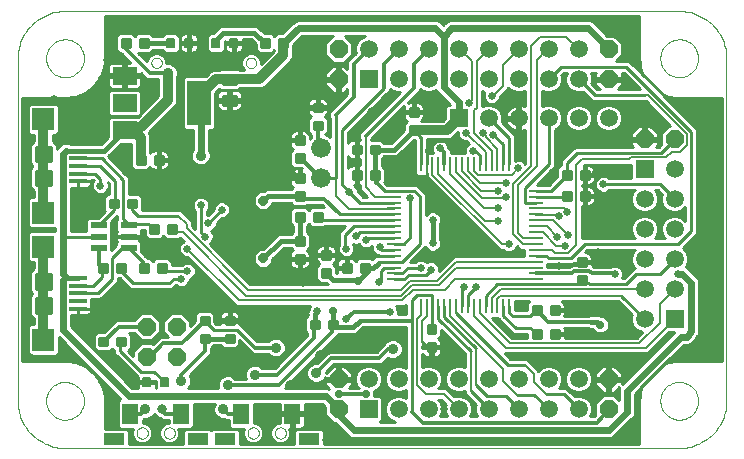
<source format=gtl>
G75*
%MOIN*%
%OFA0B0*%
%FSLAX24Y24*%
%IPPOS*%
%LPD*%
%AMOC8*
5,1,8,0,0,1.08239X$1,22.5*
%
%ADD10C,0.0088*%
%ADD11R,0.0787X0.0591*%
%ADD12R,0.0787X0.1496*%
%ADD13C,0.0100*%
%ADD14OC8,0.0600*%
%ADD15R,0.0472X0.0094*%
%ADD16R,0.0094X0.0472*%
%ADD17OC8,0.0320*%
%ADD18R,0.0591X0.0591*%
%ADD19C,0.0591*%
%ADD20C,0.0000*%
%ADD21R,0.0520X0.0220*%
%ADD22C,0.0660*%
%ADD23OC8,0.0591*%
%ADD24C,0.0075*%
%ADD25R,0.0598X0.0150*%
%ADD26C,0.0180*%
%ADD27R,0.0748X0.0748*%
%ADD28R,0.0550X0.0700*%
%ADD29R,0.0700X0.0400*%
%ADD30C,0.0240*%
%ADD31C,0.0160*%
%ADD32C,0.0280*%
%ADD33C,0.0120*%
%ADD34C,0.0300*%
%ADD35C,0.0317*%
%ADD36C,0.0320*%
%ADD37C,0.0356*%
%ADD38C,0.0250*%
%ADD39C,0.0320*%
%ADD40C,0.0080*%
%ADD41C,0.0277*%
%ADD42C,0.0090*%
D10*
X007106Y007097D02*
X007368Y007097D01*
X007368Y006835D01*
X007106Y006835D01*
X007106Y007097D01*
X007106Y006922D02*
X007368Y006922D01*
X007368Y007009D02*
X007106Y007009D01*
X007106Y007096D02*
X007368Y007096D01*
X007706Y007097D02*
X007968Y007097D01*
X007968Y006835D01*
X007706Y006835D01*
X007706Y007097D01*
X007706Y006922D02*
X007968Y006922D01*
X007968Y007009D02*
X007706Y007009D01*
X007706Y007096D02*
X007968Y007096D01*
X010748Y007197D02*
X010748Y006935D01*
X010486Y006935D01*
X010486Y007197D01*
X010748Y007197D01*
X010748Y007022D02*
X010486Y007022D01*
X010486Y007109D02*
X010748Y007109D01*
X010748Y007196D02*
X010486Y007196D01*
X010748Y007535D02*
X010748Y007797D01*
X010748Y007535D02*
X010486Y007535D01*
X010486Y007797D01*
X010748Y007797D01*
X010748Y007622D02*
X010486Y007622D01*
X010486Y007709D02*
X010748Y007709D01*
X010748Y007796D02*
X010486Y007796D01*
X011581Y007797D02*
X011581Y007535D01*
X011319Y007535D01*
X011319Y007797D01*
X011581Y007797D01*
X011581Y007622D02*
X011319Y007622D01*
X011319Y007709D02*
X011581Y007709D01*
X011581Y007796D02*
X011319Y007796D01*
X011581Y007197D02*
X011581Y006935D01*
X011319Y006935D01*
X011319Y007197D01*
X011581Y007197D01*
X011581Y007022D02*
X011319Y007022D01*
X011319Y007109D02*
X011581Y007109D01*
X011581Y007196D02*
X011319Y007196D01*
X014156Y007405D02*
X014418Y007405D01*
X014156Y007405D02*
X014156Y007667D01*
X014418Y007667D01*
X014418Y007405D01*
X014418Y007492D02*
X014156Y007492D01*
X014156Y007579D02*
X014418Y007579D01*
X014418Y007666D02*
X014156Y007666D01*
X014756Y007405D02*
X015018Y007405D01*
X014756Y007405D02*
X014756Y007667D01*
X015018Y007667D01*
X015018Y007405D01*
X015018Y007492D02*
X014756Y007492D01*
X014756Y007579D02*
X015018Y007579D01*
X015018Y007666D02*
X014756Y007666D01*
X014798Y009125D02*
X014798Y009387D01*
X014798Y009125D02*
X014536Y009125D01*
X014536Y009387D01*
X014798Y009387D01*
X014798Y009212D02*
X014536Y009212D01*
X014536Y009299D02*
X014798Y009299D01*
X014798Y009386D02*
X014536Y009386D01*
X014798Y009725D02*
X014798Y009987D01*
X014798Y009725D02*
X014536Y009725D01*
X014536Y009987D01*
X014798Y009987D01*
X014798Y009812D02*
X014536Y009812D01*
X014536Y009899D02*
X014798Y009899D01*
X014798Y009986D02*
X014536Y009986D01*
X013656Y009847D02*
X013656Y009585D01*
X013656Y009847D02*
X013918Y009847D01*
X013918Y009585D01*
X013656Y009585D01*
X013656Y009672D02*
X013918Y009672D01*
X013918Y009759D02*
X013656Y009759D01*
X013656Y009846D02*
X013918Y009846D01*
X013656Y010185D02*
X013656Y010447D01*
X013918Y010447D01*
X013918Y010185D01*
X013656Y010185D01*
X013656Y010272D02*
X013918Y010272D01*
X013918Y010359D02*
X013656Y010359D01*
X013656Y010446D02*
X013918Y010446D01*
X013918Y010985D02*
X013656Y010985D01*
X013656Y011247D01*
X013918Y011247D01*
X013918Y010985D01*
X013918Y011072D02*
X013656Y011072D01*
X013656Y011159D02*
X013918Y011159D01*
X013918Y011246D02*
X013656Y011246D01*
X013918Y011685D02*
X013918Y011947D01*
X013918Y011685D02*
X013656Y011685D01*
X013656Y011947D01*
X013918Y011947D01*
X013918Y011772D02*
X013656Y011772D01*
X013656Y011859D02*
X013918Y011859D01*
X013918Y011946D02*
X013656Y011946D01*
X013918Y012285D02*
X013918Y012547D01*
X013918Y012285D02*
X013656Y012285D01*
X013656Y012547D01*
X013918Y012547D01*
X013918Y012372D02*
X013656Y012372D01*
X013656Y012459D02*
X013918Y012459D01*
X013918Y012546D02*
X013656Y012546D01*
X013918Y012945D02*
X013918Y013207D01*
X013918Y012945D02*
X013656Y012945D01*
X013656Y013207D01*
X013918Y013207D01*
X013918Y013032D02*
X013656Y013032D01*
X013656Y013119D02*
X013918Y013119D01*
X013918Y013206D02*
X013656Y013206D01*
X013918Y013545D02*
X013918Y013807D01*
X013918Y013545D02*
X013656Y013545D01*
X013656Y013807D01*
X013918Y013807D01*
X013918Y013632D02*
X013656Y013632D01*
X013656Y013719D02*
X013918Y013719D01*
X013918Y013806D02*
X013656Y013806D01*
X014518Y014035D02*
X014518Y014297D01*
X014518Y014035D02*
X014256Y014035D01*
X014256Y014297D01*
X014518Y014297D01*
X014518Y014122D02*
X014256Y014122D01*
X014256Y014209D02*
X014518Y014209D01*
X014518Y014296D02*
X014256Y014296D01*
X014518Y014635D02*
X014518Y014897D01*
X014518Y014635D02*
X014256Y014635D01*
X014256Y014897D01*
X014518Y014897D01*
X014518Y014722D02*
X014256Y014722D01*
X014256Y014809D02*
X014518Y014809D01*
X014518Y014896D02*
X014256Y014896D01*
X015556Y013497D02*
X015818Y013497D01*
X015818Y013235D01*
X015556Y013235D01*
X015556Y013497D01*
X015556Y013322D02*
X015818Y013322D01*
X015818Y013409D02*
X015556Y013409D01*
X015556Y013496D02*
X015818Y013496D01*
X016156Y013497D02*
X016418Y013497D01*
X016418Y013235D01*
X016156Y013235D01*
X016156Y013497D01*
X016156Y013322D02*
X016418Y013322D01*
X016418Y013409D02*
X016156Y013409D01*
X016156Y013496D02*
X016418Y013496D01*
X017718Y013885D02*
X017718Y014147D01*
X017718Y013885D02*
X017456Y013885D01*
X017456Y014147D01*
X017718Y014147D01*
X017718Y013972D02*
X017456Y013972D01*
X017456Y014059D02*
X017718Y014059D01*
X017718Y014146D02*
X017456Y014146D01*
X017718Y014485D02*
X017718Y014747D01*
X017718Y014485D02*
X017456Y014485D01*
X017456Y014747D01*
X017718Y014747D01*
X017718Y014572D02*
X017456Y014572D01*
X017456Y014659D02*
X017718Y014659D01*
X017718Y014746D02*
X017456Y014746D01*
X016418Y012647D02*
X016156Y012647D01*
X016418Y012647D02*
X016418Y012385D01*
X016156Y012385D01*
X016156Y012647D01*
X016156Y012472D02*
X016418Y012472D01*
X016418Y012559D02*
X016156Y012559D01*
X016156Y012646D02*
X016418Y012646D01*
X015818Y012647D02*
X015556Y012647D01*
X015818Y012647D02*
X015818Y012385D01*
X015556Y012385D01*
X015556Y012647D01*
X015556Y012472D02*
X015818Y012472D01*
X015818Y012559D02*
X015556Y012559D01*
X015556Y012646D02*
X015818Y012646D01*
X014518Y010985D02*
X014256Y010985D01*
X014256Y011247D01*
X014518Y011247D01*
X014518Y010985D01*
X014518Y011072D02*
X014256Y011072D01*
X014256Y011159D02*
X014518Y011159D01*
X014518Y011246D02*
X014256Y011246D01*
X015226Y009557D02*
X015488Y009557D01*
X015488Y009295D01*
X015226Y009295D01*
X015226Y009557D01*
X015226Y009382D02*
X015488Y009382D01*
X015488Y009469D02*
X015226Y009469D01*
X015226Y009556D02*
X015488Y009556D01*
X015826Y009557D02*
X016088Y009557D01*
X016088Y009295D01*
X015826Y009295D01*
X015826Y009557D01*
X015826Y009382D02*
X016088Y009382D01*
X016088Y009469D02*
X015826Y009469D01*
X015826Y009556D02*
X016088Y009556D01*
X018046Y007507D02*
X018046Y007245D01*
X018046Y007507D02*
X018308Y007507D01*
X018308Y007245D01*
X018046Y007245D01*
X018046Y007332D02*
X018308Y007332D01*
X018308Y007419D02*
X018046Y007419D01*
X018046Y007506D02*
X018308Y007506D01*
X018046Y006907D02*
X018046Y006645D01*
X018046Y006907D02*
X018308Y006907D01*
X018308Y006645D01*
X018046Y006645D01*
X018046Y006732D02*
X018308Y006732D01*
X018308Y006819D02*
X018046Y006819D01*
X018046Y006906D02*
X018308Y006906D01*
X021556Y007347D02*
X021818Y007347D01*
X021818Y007085D01*
X021556Y007085D01*
X021556Y007347D01*
X021556Y007172D02*
X021818Y007172D01*
X021818Y007259D02*
X021556Y007259D01*
X021556Y007346D02*
X021818Y007346D01*
X022156Y007347D02*
X022418Y007347D01*
X022418Y007085D01*
X022156Y007085D01*
X022156Y007347D01*
X022156Y007172D02*
X022418Y007172D01*
X022418Y007259D02*
X022156Y007259D01*
X022156Y007346D02*
X022418Y007346D01*
X022418Y008147D02*
X022156Y008147D01*
X022418Y008147D02*
X022418Y007885D01*
X022156Y007885D01*
X022156Y008147D01*
X022156Y007972D02*
X022418Y007972D01*
X022418Y008059D02*
X022156Y008059D01*
X022156Y008146D02*
X022418Y008146D01*
X021818Y008147D02*
X021556Y008147D01*
X021818Y008147D02*
X021818Y007885D01*
X021556Y007885D01*
X021556Y008147D01*
X021556Y007972D02*
X021818Y007972D01*
X021818Y008059D02*
X021556Y008059D01*
X021556Y008146D02*
X021818Y008146D01*
X023318Y008885D02*
X023318Y009147D01*
X023318Y008885D02*
X023056Y008885D01*
X023056Y009147D01*
X023318Y009147D01*
X023318Y008972D02*
X023056Y008972D01*
X023056Y009059D02*
X023318Y009059D01*
X023318Y009146D02*
X023056Y009146D01*
X023318Y009485D02*
X023318Y009747D01*
X023318Y009485D02*
X023056Y009485D01*
X023056Y009747D01*
X023318Y009747D01*
X023318Y009572D02*
X023056Y009572D01*
X023056Y009659D02*
X023318Y009659D01*
X023318Y009746D02*
X023056Y009746D01*
X023156Y011685D02*
X023418Y011685D01*
X023156Y011685D02*
X023156Y011947D01*
X023418Y011947D01*
X023418Y011685D01*
X023418Y011772D02*
X023156Y011772D01*
X023156Y011859D02*
X023418Y011859D01*
X023418Y011946D02*
X023156Y011946D01*
X022818Y011685D02*
X022556Y011685D01*
X022556Y011947D01*
X022818Y011947D01*
X022818Y011685D01*
X022818Y011772D02*
X022556Y011772D01*
X022556Y011859D02*
X022818Y011859D01*
X022818Y011946D02*
X022556Y011946D01*
X022556Y012385D02*
X022818Y012385D01*
X022556Y012385D02*
X022556Y012647D01*
X022818Y012647D01*
X022818Y012385D01*
X022818Y012472D02*
X022556Y012472D01*
X022556Y012559D02*
X022818Y012559D01*
X022818Y012646D02*
X022556Y012646D01*
X023156Y012385D02*
X023418Y012385D01*
X023156Y012385D02*
X023156Y012647D01*
X023418Y012647D01*
X023418Y012385D01*
X023418Y012472D02*
X023156Y012472D01*
X023156Y012559D02*
X023418Y012559D01*
X023418Y012646D02*
X023156Y012646D01*
X013368Y016785D02*
X013106Y016785D01*
X013106Y017047D01*
X013368Y017047D01*
X013368Y016785D01*
X013368Y016872D02*
X013106Y016872D01*
X013106Y016959D02*
X013368Y016959D01*
X013368Y017046D02*
X013106Y017046D01*
X012768Y016785D02*
X012506Y016785D01*
X012506Y017047D01*
X012768Y017047D01*
X012768Y016785D01*
X012768Y016872D02*
X012506Y016872D01*
X012506Y016959D02*
X012768Y016959D01*
X012768Y017046D02*
X012506Y017046D01*
X008718Y016785D02*
X008456Y016785D01*
X008456Y017047D01*
X008718Y017047D01*
X008718Y016785D01*
X008718Y016872D02*
X008456Y016872D01*
X008456Y016959D02*
X008718Y016959D01*
X008718Y017046D02*
X008456Y017046D01*
X008118Y016785D02*
X007856Y016785D01*
X007856Y017047D01*
X008118Y017047D01*
X008118Y016785D01*
X008118Y016872D02*
X007856Y016872D01*
X007856Y016959D02*
X008118Y016959D01*
X008118Y017046D02*
X007856Y017046D01*
X008356Y012885D02*
X008618Y012885D01*
X008356Y012885D02*
X008356Y013147D01*
X008618Y013147D01*
X008618Y012885D01*
X008618Y012972D02*
X008356Y012972D01*
X008356Y013059D02*
X008618Y013059D01*
X008618Y013146D02*
X008356Y013146D01*
X008956Y012885D02*
X009218Y012885D01*
X008956Y012885D02*
X008956Y013147D01*
X009218Y013147D01*
X009218Y012885D01*
X009218Y012972D02*
X008956Y012972D01*
X008956Y013059D02*
X009218Y013059D01*
X009218Y013146D02*
X008956Y013146D01*
X008318Y011435D02*
X008056Y011435D01*
X008056Y011697D01*
X008318Y011697D01*
X008318Y011435D01*
X008318Y011522D02*
X008056Y011522D01*
X008056Y011609D02*
X008318Y011609D01*
X008318Y011696D02*
X008056Y011696D01*
X007718Y011435D02*
X007456Y011435D01*
X007456Y011697D01*
X007718Y011697D01*
X007718Y011435D01*
X007718Y011522D02*
X007456Y011522D01*
X007456Y011609D02*
X007718Y011609D01*
X007718Y011696D02*
X007456Y011696D01*
X008806Y010585D02*
X009068Y010585D01*
X008806Y010585D02*
X008806Y010847D01*
X009068Y010847D01*
X009068Y010585D01*
X009068Y010672D02*
X008806Y010672D01*
X008806Y010759D02*
X009068Y010759D01*
X009068Y010846D02*
X008806Y010846D01*
X009406Y010585D02*
X009668Y010585D01*
X009406Y010585D02*
X009406Y010847D01*
X009668Y010847D01*
X009668Y010585D01*
X009668Y010672D02*
X009406Y010672D01*
X009406Y010759D02*
X009668Y010759D01*
X009668Y010846D02*
X009406Y010846D01*
X009318Y009285D02*
X009056Y009285D01*
X009056Y009547D01*
X009318Y009547D01*
X009318Y009285D01*
X009318Y009372D02*
X009056Y009372D01*
X009056Y009459D02*
X009318Y009459D01*
X009318Y009546D02*
X009056Y009546D01*
X008718Y009285D02*
X008456Y009285D01*
X008456Y009547D01*
X008718Y009547D01*
X008718Y009285D01*
X008718Y009372D02*
X008456Y009372D01*
X008456Y009459D02*
X008718Y009459D01*
X008718Y009546D02*
X008456Y009546D01*
X007968Y009285D02*
X007706Y009285D01*
X007706Y009547D01*
X007968Y009547D01*
X007968Y009285D01*
X007968Y009372D02*
X007706Y009372D01*
X007706Y009459D02*
X007968Y009459D01*
X007968Y009546D02*
X007706Y009546D01*
X007368Y009285D02*
X007106Y009285D01*
X007106Y009547D01*
X007368Y009547D01*
X007368Y009285D01*
X007368Y009372D02*
X007106Y009372D01*
X007106Y009459D02*
X007368Y009459D01*
X007368Y009546D02*
X007106Y009546D01*
D11*
X007946Y014010D03*
X007946Y014916D03*
X007946Y015821D03*
D12*
X010427Y014916D03*
D13*
X009883Y014940D02*
X009691Y014940D01*
X009697Y014954D02*
X009649Y014840D01*
X009562Y014753D01*
X008749Y013939D01*
X008749Y013938D01*
X008797Y013824D01*
X008797Y013259D01*
X008800Y013266D01*
X008836Y013302D01*
X008881Y013327D01*
X008930Y013341D01*
X009049Y013341D01*
X009049Y013053D01*
X009124Y013053D01*
X009124Y013341D01*
X009243Y013341D01*
X009293Y013327D01*
X009337Y013302D01*
X009373Y013266D01*
X009398Y013222D01*
X009412Y013172D01*
X009412Y013053D01*
X009124Y013053D01*
X009124Y012978D01*
X009124Y012691D01*
X009243Y012691D01*
X009293Y012704D01*
X009337Y012729D01*
X009373Y012765D01*
X009398Y012810D01*
X009412Y012859D01*
X009412Y012978D01*
X009124Y012978D01*
X009049Y012978D01*
X009049Y012691D01*
X008930Y012691D01*
X008881Y012704D01*
X008836Y012729D01*
X008800Y012765D01*
X008790Y012783D01*
X008698Y012691D01*
X008275Y012691D01*
X008162Y012804D01*
X008162Y013227D01*
X008177Y013242D01*
X008177Y013565D01*
X007826Y013565D01*
X007398Y013137D01*
X007969Y012566D01*
X008087Y012448D01*
X008087Y011891D01*
X008398Y011891D01*
X008512Y011777D01*
X008512Y011366D01*
X009819Y011366D01*
X009937Y011248D01*
X009937Y011234D01*
X010090Y011081D01*
X010202Y010969D01*
X010202Y010818D01*
X010287Y010733D01*
X010287Y011327D01*
X010253Y011360D01*
X010212Y011461D01*
X010212Y011570D01*
X010253Y011671D01*
X010331Y011749D01*
X010432Y011791D01*
X010541Y011791D01*
X010642Y011749D01*
X010720Y011671D01*
X010762Y011570D01*
X010762Y011461D01*
X010720Y011360D01*
X010687Y011327D01*
X010687Y011191D01*
X010729Y011191D01*
X010912Y011373D01*
X010912Y011420D01*
X010953Y011521D01*
X011031Y011599D01*
X011132Y011641D01*
X011241Y011641D01*
X011342Y011599D01*
X011420Y011521D01*
X011462Y011420D01*
X011462Y011311D01*
X011420Y011210D01*
X011342Y011132D01*
X011241Y011091D01*
X011194Y011091D01*
X011012Y010908D01*
X011012Y010861D01*
X010970Y010760D01*
X010892Y010682D01*
X010833Y010658D01*
X010870Y010621D01*
X010912Y010520D01*
X010912Y010411D01*
X010870Y010310D01*
X010792Y010232D01*
X010789Y010231D01*
X012144Y008876D01*
X014721Y008876D01*
X014666Y008931D01*
X014455Y008931D01*
X014342Y009044D01*
X014342Y009467D01*
X014434Y009559D01*
X014416Y009569D01*
X014380Y009605D01*
X014355Y009650D01*
X014342Y009699D01*
X014342Y009818D01*
X014629Y009818D01*
X014629Y009893D01*
X014342Y009893D01*
X014342Y010012D01*
X014355Y010062D01*
X014380Y010106D01*
X014416Y010142D01*
X014461Y010167D01*
X014510Y010181D01*
X014629Y010181D01*
X014629Y009893D01*
X014704Y009893D01*
X014704Y010181D01*
X014823Y010181D01*
X014873Y010167D01*
X014917Y010142D01*
X014953Y010106D01*
X014978Y010062D01*
X014992Y010012D01*
X014992Y009893D01*
X014704Y009893D01*
X014704Y009818D01*
X014992Y009818D01*
X014992Y009699D01*
X014978Y009650D01*
X014953Y009605D01*
X014917Y009569D01*
X014899Y009559D01*
X014992Y009467D01*
X014992Y009256D01*
X015002Y009246D01*
X015038Y009246D01*
X015032Y009269D01*
X015032Y009388D01*
X015319Y009388D01*
X015319Y009463D01*
X015032Y009463D01*
X015032Y009582D01*
X015045Y009632D01*
X015070Y009676D01*
X015106Y009712D01*
X015151Y009737D01*
X015200Y009751D01*
X015319Y009751D01*
X015319Y009463D01*
X015394Y009463D01*
X015394Y009751D01*
X015513Y009751D01*
X015563Y009737D01*
X015607Y009712D01*
X015643Y009676D01*
X015653Y009658D01*
X015745Y009751D01*
X016168Y009751D01*
X016203Y009715D01*
X016318Y009830D01*
X016425Y009830D01*
X016413Y009842D01*
X016403Y009842D01*
X016302Y009884D01*
X016224Y009961D01*
X016182Y010062D01*
X016182Y010160D01*
X016147Y010124D01*
X016046Y010082D01*
X015936Y010082D01*
X015835Y010124D01*
X015758Y010201D01*
X015755Y010209D01*
X015721Y010195D01*
X015612Y010195D01*
X015573Y010211D01*
X015610Y010120D01*
X015610Y010011D01*
X015568Y009910D01*
X015491Y009832D01*
X015390Y009791D01*
X015281Y009791D01*
X015179Y009832D01*
X015102Y009910D01*
X015060Y010011D01*
X015060Y010120D01*
X015087Y010184D01*
X015087Y010598D01*
X015204Y010716D01*
X015296Y010808D01*
X014615Y010808D01*
X014598Y010791D01*
X014175Y010791D01*
X014087Y010879D01*
X014017Y010809D01*
X014017Y010622D01*
X014112Y010527D01*
X014112Y010104D01*
X014019Y010012D01*
X014037Y010002D01*
X014073Y009966D01*
X014098Y009922D01*
X014112Y009872D01*
X014112Y009753D01*
X013824Y009753D01*
X013824Y009678D01*
X013824Y009391D01*
X013943Y009391D01*
X013993Y009404D01*
X014037Y009429D01*
X014073Y009465D01*
X014098Y009510D01*
X014112Y009559D01*
X014112Y009678D01*
X013824Y009678D01*
X013749Y009678D01*
X013749Y009391D01*
X013630Y009391D01*
X013581Y009404D01*
X013536Y009429D01*
X013500Y009465D01*
X013475Y009510D01*
X013462Y009559D01*
X013462Y009678D01*
X013749Y009678D01*
X013749Y009753D01*
X013462Y009753D01*
X013462Y009872D01*
X013475Y009922D01*
X013500Y009966D01*
X013536Y010002D01*
X013554Y010012D01*
X013480Y010086D01*
X013258Y010086D01*
X012866Y009715D01*
X012866Y009610D01*
X012684Y009428D01*
X012427Y009428D01*
X012246Y009610D01*
X012246Y009867D01*
X012427Y010048D01*
X012549Y010048D01*
X013006Y010481D01*
X013071Y010546D01*
X013075Y010546D01*
X013078Y010548D01*
X013170Y010546D01*
X013480Y010546D01*
X013557Y010622D01*
X013557Y010809D01*
X013462Y010904D01*
X013462Y011327D01*
X013575Y011441D01*
X013998Y011441D01*
X014087Y011352D01*
X014175Y011441D01*
X014583Y011441D01*
X014518Y011506D01*
X014013Y011506D01*
X013998Y011491D01*
X013575Y011491D01*
X013480Y011586D01*
X012866Y011586D01*
X012866Y011531D01*
X012684Y011350D01*
X012427Y011350D01*
X012246Y011531D01*
X012246Y011788D01*
X012427Y011970D01*
X012571Y011970D01*
X012591Y011986D01*
X012650Y012046D01*
X012663Y012046D01*
X012673Y012054D01*
X012756Y012046D01*
X013480Y012046D01*
X013554Y012119D01*
X013536Y012129D01*
X013500Y012165D01*
X013475Y012210D01*
X013462Y012259D01*
X013462Y012378D01*
X013749Y012378D01*
X013749Y012453D01*
X013462Y012453D01*
X013462Y012572D01*
X013475Y012622D01*
X013500Y012666D01*
X013536Y012702D01*
X013581Y012727D01*
X013630Y012741D01*
X013749Y012741D01*
X013749Y012453D01*
X013824Y012453D01*
X013824Y012741D01*
X013865Y012741D01*
X013855Y012751D01*
X013575Y012751D01*
X013462Y012864D01*
X013462Y013287D01*
X013554Y013379D01*
X013536Y013389D01*
X013500Y013425D01*
X013475Y013470D01*
X013462Y013519D01*
X013462Y013638D01*
X013749Y013638D01*
X013749Y013713D01*
X013462Y013713D01*
X013462Y013832D01*
X013475Y013882D01*
X013500Y013926D01*
X013536Y013962D01*
X013581Y013987D01*
X013630Y014001D01*
X013749Y014001D01*
X013749Y013713D01*
X013824Y013713D01*
X013824Y014001D01*
X013943Y014001D01*
X013993Y013987D01*
X014037Y013962D01*
X014073Y013926D01*
X014098Y013882D01*
X014112Y013832D01*
X014112Y013719D01*
X014177Y013784D01*
X014177Y013841D01*
X014175Y013841D01*
X014062Y013954D01*
X014062Y014377D01*
X014154Y014469D01*
X014136Y014479D01*
X014100Y014515D01*
X014075Y014560D01*
X014062Y014609D01*
X014062Y014728D01*
X014349Y014728D01*
X014349Y014803D01*
X014062Y014803D01*
X014062Y014922D01*
X014075Y014972D01*
X014100Y015016D01*
X014136Y015052D01*
X014181Y015077D01*
X014230Y015091D01*
X014349Y015091D01*
X014349Y014803D01*
X014424Y014803D01*
X014424Y015091D01*
X014543Y015091D01*
X014593Y015077D01*
X014637Y015052D01*
X014673Y015016D01*
X014698Y014972D01*
X014712Y014922D01*
X014712Y014803D01*
X014424Y014803D01*
X014424Y014728D01*
X014712Y014728D01*
X014712Y014609D01*
X014698Y014560D01*
X014673Y014515D01*
X014637Y014479D01*
X014619Y014469D01*
X014712Y014377D01*
X014712Y013954D01*
X014632Y013875D01*
X014759Y013823D01*
X014792Y013789D01*
X014792Y014414D01*
X014777Y014429D01*
X014777Y014603D01*
X015377Y015203D01*
X015377Y015369D01*
X015273Y015266D01*
X015137Y015266D01*
X015137Y015666D01*
X015037Y015666D01*
X015037Y015266D01*
X014900Y015266D01*
X014637Y015529D01*
X014637Y015666D01*
X015037Y015666D01*
X015037Y015766D01*
X015037Y016166D01*
X014900Y016166D01*
X014637Y015902D01*
X014637Y015766D01*
X015037Y015766D01*
X015137Y015766D01*
X015137Y016166D01*
X015273Y016166D01*
X015377Y016062D01*
X015377Y016303D01*
X015659Y016585D01*
X015641Y016627D01*
X015641Y016804D01*
X015709Y016968D01*
X015834Y017093D01*
X015961Y017146D01*
X015293Y017146D01*
X015537Y016902D01*
X015537Y016529D01*
X015273Y016266D01*
X014900Y016266D01*
X014637Y016529D01*
X014637Y016902D01*
X014880Y017146D01*
X013878Y017146D01*
X013562Y016850D01*
X013562Y016704D01*
X013547Y016689D01*
X013547Y016454D01*
X013499Y016340D01*
X013412Y016253D01*
X012612Y015453D01*
X012498Y015406D01*
X011784Y015406D01*
X011744Y015366D01*
X011129Y015366D01*
X011102Y015392D01*
X010970Y015261D01*
X010970Y014105D01*
X010883Y014018D01*
X010757Y014018D01*
X010757Y013360D01*
X010765Y013351D01*
X010815Y013231D01*
X010815Y013100D01*
X010765Y012980D01*
X010672Y012887D01*
X010552Y012838D01*
X010421Y012838D01*
X010301Y012887D01*
X010208Y012980D01*
X010159Y013100D01*
X010159Y013231D01*
X010208Y013351D01*
X010217Y013360D01*
X010217Y014018D01*
X009971Y014018D01*
X009883Y014105D01*
X009883Y015726D01*
X009971Y015814D01*
X010646Y015814D01*
X010724Y015891D01*
X010811Y015978D01*
X010925Y016026D01*
X011089Y016026D01*
X011129Y016066D01*
X011744Y016066D01*
X011784Y016026D01*
X011930Y016026D01*
X011887Y016069D01*
X011838Y016188D01*
X011838Y016318D01*
X011887Y016437D01*
X011979Y016529D01*
X012098Y016578D01*
X012227Y016578D01*
X012347Y016529D01*
X012438Y016437D01*
X012488Y016318D01*
X012488Y016205D01*
X012927Y016644D01*
X012927Y016669D01*
X012848Y016591D01*
X012425Y016591D01*
X012312Y016704D01*
X012312Y016900D01*
X012163Y017036D01*
X011887Y017036D01*
X011887Y016941D01*
X011612Y016941D01*
X011612Y016891D01*
X011887Y016891D01*
X011887Y016753D01*
X011874Y016706D01*
X011849Y016663D01*
X011814Y016628D01*
X011771Y016603D01*
X011724Y016591D01*
X011612Y016591D01*
X011612Y016891D01*
X011562Y016891D01*
X011562Y016591D01*
X011449Y016591D01*
X011402Y016603D01*
X011359Y016628D01*
X011324Y016663D01*
X011299Y016706D01*
X011287Y016753D01*
X011287Y016891D01*
X011562Y016891D01*
X011562Y016941D01*
X011287Y016941D01*
X011287Y016990D01*
X011287Y016990D01*
X011287Y016700D01*
X011177Y016591D01*
X010796Y016591D01*
X010687Y016700D01*
X010687Y017131D01*
X010796Y017241D01*
X010886Y017241D01*
X011007Y017361D01*
X011141Y017496D01*
X012247Y017496D01*
X012336Y017500D01*
X012341Y017496D01*
X012347Y017496D01*
X012411Y017432D01*
X012621Y017241D01*
X012848Y017241D01*
X012937Y017152D01*
X013025Y017241D01*
X013189Y017241D01*
X013584Y017610D01*
X013618Y017645D01*
X013623Y017646D01*
X013626Y017650D01*
X013672Y017667D01*
X013718Y017686D01*
X013722Y017686D01*
X013727Y017687D01*
X013776Y017686D01*
X018340Y017686D01*
X018440Y017645D01*
X018516Y017569D01*
X018516Y017569D01*
X018569Y017515D01*
X018606Y017559D01*
X018610Y017569D01*
X018641Y017599D01*
X018670Y017632D01*
X018679Y017637D01*
X018686Y017645D01*
X018727Y017661D01*
X018765Y017681D01*
X018776Y017682D01*
X018786Y017686D01*
X018829Y017686D01*
X018872Y017689D01*
X018882Y017686D01*
X023440Y017686D01*
X023540Y017645D01*
X023616Y017569D01*
X024018Y017166D01*
X024273Y017166D01*
X024537Y016902D01*
X024537Y016529D01*
X024333Y016326D01*
X024760Y016326D01*
X024877Y016208D01*
X025213Y015873D01*
X025198Y015900D01*
X025202Y015911D01*
X025178Y015976D01*
X025167Y015982D01*
X025156Y016033D01*
X025138Y016081D01*
X025143Y016092D01*
X025129Y016159D01*
X025120Y016167D01*
X025116Y016218D01*
X025105Y016268D01*
X025112Y016279D01*
X025107Y016341D01*
X025103Y016346D01*
X025103Y016402D01*
X025099Y016459D01*
X025103Y016464D01*
X025103Y017833D01*
X007293Y017833D01*
X007293Y016464D01*
X007297Y016459D01*
X007293Y016402D01*
X007293Y016346D01*
X007288Y016341D01*
X007284Y016279D01*
X007290Y016268D01*
X007279Y016218D01*
X007276Y016167D01*
X007266Y016159D01*
X007252Y016092D01*
X007257Y016081D01*
X007239Y016033D01*
X007228Y015982D01*
X007218Y015976D01*
X007194Y015911D01*
X007197Y015900D01*
X007173Y015855D01*
X007155Y015806D01*
X007144Y015801D01*
X007111Y015741D01*
X007112Y015729D01*
X007082Y015688D01*
X007057Y015643D01*
X007045Y015639D01*
X007004Y015584D01*
X007004Y015572D01*
X006968Y015536D01*
X006937Y015495D01*
X006925Y015493D01*
X006876Y015444D01*
X006875Y015432D01*
X006833Y015401D01*
X006797Y015365D01*
X006785Y015365D01*
X006730Y015324D01*
X006726Y015312D01*
X006681Y015288D01*
X006640Y015257D01*
X006628Y015259D01*
X006568Y015226D01*
X006563Y015215D01*
X006515Y015197D01*
X006469Y015172D01*
X006458Y015175D01*
X006393Y015151D01*
X006387Y015141D01*
X006337Y015130D01*
X006288Y015112D01*
X006277Y015117D01*
X006210Y015103D01*
X006202Y015093D01*
X006151Y015090D01*
X006101Y015079D01*
X006090Y015085D01*
X006028Y015081D01*
X006024Y015077D01*
X005967Y015077D01*
X005910Y015073D01*
X005905Y015077D01*
X004537Y015077D01*
X004537Y006322D01*
X005905Y006322D01*
X005910Y006326D01*
X005967Y006322D01*
X006024Y006322D01*
X006028Y006317D01*
X006090Y006313D01*
X006101Y006319D01*
X006151Y006308D01*
X006202Y006305D01*
X006210Y006295D01*
X006277Y006281D01*
X006288Y006286D01*
X006337Y006268D01*
X006387Y006257D01*
X006393Y006247D01*
X006458Y006223D01*
X006469Y006226D01*
X006515Y006202D01*
X006563Y006184D01*
X006568Y006173D01*
X006628Y006140D01*
X006640Y006141D01*
X006681Y006111D01*
X006726Y006086D01*
X006730Y006074D01*
X006785Y006033D01*
X006797Y006033D01*
X006833Y005997D01*
X006875Y005966D01*
X006876Y005954D01*
X006925Y005905D01*
X006937Y005904D01*
X006968Y005862D01*
X007004Y005826D01*
X007004Y005814D01*
X007045Y005759D01*
X007057Y005755D01*
X007082Y005710D01*
X007112Y005669D01*
X007111Y005657D01*
X007144Y005597D01*
X007155Y005592D01*
X007173Y005544D01*
X007197Y005498D01*
X007194Y005487D01*
X007218Y005422D01*
X007228Y005416D01*
X007239Y005366D01*
X007257Y005317D01*
X007252Y005306D01*
X007266Y005239D01*
X007276Y005231D01*
X007279Y005180D01*
X007290Y005130D01*
X007284Y005119D01*
X007288Y005057D01*
X007293Y005053D01*
X007293Y004996D01*
X007297Y004939D01*
X007293Y004934D01*
X007293Y004066D01*
X007999Y004066D01*
X008087Y003978D01*
X008087Y003566D01*
X009887Y003566D01*
X009887Y003978D01*
X009974Y004066D01*
X010799Y004066D01*
X010837Y004028D01*
X010874Y004066D01*
X011699Y004066D01*
X011787Y003978D01*
X011787Y003566D01*
X013587Y003566D01*
X013587Y003978D01*
X013674Y004066D01*
X014499Y004066D01*
X014587Y003978D01*
X014587Y003566D01*
X025103Y003566D01*
X025103Y004934D01*
X025099Y004939D01*
X025103Y004996D01*
X025103Y005053D01*
X025107Y005057D01*
X025112Y005119D01*
X025105Y005130D01*
X025116Y005180D01*
X025120Y005231D01*
X025129Y005239D01*
X025143Y005306D01*
X025138Y005317D01*
X025156Y005366D01*
X025167Y005414D01*
X024957Y005204D01*
X024957Y004562D01*
X024916Y004463D01*
X024840Y004387D01*
X024240Y003787D01*
X024140Y003746D01*
X015533Y003746D01*
X015434Y003787D01*
X015358Y003863D01*
X014955Y004266D01*
X014900Y004266D01*
X014637Y004529D01*
X014637Y004784D01*
X014535Y004886D01*
X013962Y004886D01*
X013962Y004616D01*
X013587Y004616D01*
X013587Y004516D01*
X013962Y004516D01*
X013962Y004196D01*
X013951Y004158D01*
X013932Y004124D01*
X013904Y004096D01*
X013870Y004076D01*
X013831Y004066D01*
X013587Y004066D01*
X013587Y004516D01*
X013487Y004516D01*
X013487Y004066D01*
X013442Y004066D01*
X013476Y003983D01*
X013476Y003849D01*
X013425Y003725D01*
X013330Y003630D01*
X013206Y003579D01*
X013072Y003579D01*
X012948Y003630D01*
X012854Y003725D01*
X012802Y003849D01*
X012802Y003983D01*
X012854Y004107D01*
X012948Y004201D01*
X013072Y004253D01*
X013112Y004253D01*
X013112Y004516D01*
X013487Y004516D01*
X013487Y004616D01*
X013112Y004616D01*
X013112Y004886D01*
X012262Y004886D01*
X012262Y004253D01*
X012301Y004253D01*
X012425Y004201D01*
X012520Y004107D01*
X012571Y003983D01*
X012571Y003849D01*
X012520Y003725D01*
X012425Y003630D01*
X012301Y003579D01*
X012167Y003579D01*
X012043Y003630D01*
X011948Y003725D01*
X011897Y003849D01*
X011897Y003983D01*
X011931Y004066D01*
X011499Y004066D01*
X011412Y004153D01*
X011412Y004356D01*
X011300Y004356D01*
X011268Y004388D01*
X011171Y004388D01*
X011051Y004437D01*
X010958Y004530D01*
X010909Y004650D01*
X010909Y004781D01*
X010952Y004886D01*
X010262Y004886D01*
X010262Y004153D01*
X010174Y004066D01*
X009742Y004066D01*
X009776Y003983D01*
X009776Y003849D01*
X009725Y003725D01*
X009630Y003630D01*
X009506Y003579D01*
X009372Y003579D01*
X009248Y003630D01*
X009154Y003725D01*
X009102Y003849D01*
X009102Y003983D01*
X009154Y004107D01*
X009248Y004201D01*
X009372Y004253D01*
X009412Y004253D01*
X009412Y004356D01*
X009350Y004356D01*
X009331Y004343D01*
X009266Y004356D01*
X009200Y004356D01*
X009183Y004372D01*
X009160Y004377D01*
X009140Y004407D01*
X009125Y004407D01*
X009012Y004454D01*
X008925Y004541D01*
X008922Y004548D01*
X008915Y004530D01*
X008822Y004437D01*
X008702Y004388D01*
X008605Y004388D01*
X008574Y004356D01*
X008562Y004356D01*
X008562Y004253D01*
X008601Y004253D01*
X008725Y004201D01*
X008820Y004107D01*
X008871Y003983D01*
X008871Y003849D01*
X008820Y003725D01*
X008725Y003630D01*
X008601Y003579D01*
X008467Y003579D01*
X008343Y003630D01*
X008248Y003725D01*
X008197Y003849D01*
X008197Y003983D01*
X008231Y004066D01*
X007799Y004066D01*
X007712Y004153D01*
X007712Y004978D01*
X007799Y005066D01*
X007805Y005066D01*
X005761Y007110D01*
X005761Y006584D01*
X005673Y006496D01*
X004800Y006496D01*
X004713Y006584D01*
X004713Y007457D01*
X004800Y007545D01*
X004927Y007545D01*
X004927Y007747D01*
X004891Y007762D01*
X004823Y007830D01*
X004787Y007918D01*
X004787Y008433D01*
X004823Y008522D01*
X004877Y008576D01*
X004823Y008630D01*
X004787Y008718D01*
X004787Y009233D01*
X004823Y009322D01*
X004891Y009389D01*
X004927Y009404D01*
X004927Y009607D01*
X004800Y009607D01*
X004713Y009695D01*
X004713Y010567D01*
X004800Y010655D01*
X005617Y010655D01*
X005617Y010736D01*
X004800Y010736D01*
X004713Y010824D01*
X004713Y011697D01*
X004800Y011785D01*
X004927Y011785D01*
X004927Y011987D01*
X004891Y012002D01*
X004823Y012070D01*
X004787Y012158D01*
X004787Y012673D01*
X004823Y012762D01*
X004877Y012816D01*
X004823Y012870D01*
X004787Y012958D01*
X004787Y013473D01*
X004823Y013562D01*
X004891Y013629D01*
X004927Y013644D01*
X004927Y013847D01*
X004800Y013847D01*
X004713Y013935D01*
X004713Y014807D01*
X004800Y014895D01*
X005673Y014895D01*
X005761Y014807D01*
X005761Y013935D01*
X005673Y013847D01*
X005547Y013847D01*
X005547Y013644D01*
X005583Y013629D01*
X005650Y013562D01*
X005687Y013473D01*
X005687Y013397D01*
X005734Y013445D01*
X005734Y013445D01*
X005845Y013556D01*
X005945Y013597D01*
X006052Y013597D01*
X006149Y013557D01*
X007169Y013557D01*
X007403Y013792D01*
X007403Y014368D01*
X007491Y014455D01*
X008388Y014455D01*
X009077Y015144D01*
X009077Y015706D01*
X008700Y015706D01*
X008577Y015829D01*
X008490Y015915D01*
X008490Y015871D01*
X007996Y015871D01*
X007896Y015871D01*
X007896Y015771D01*
X007403Y015771D01*
X007403Y015506D01*
X007413Y015468D01*
X007433Y015434D01*
X007461Y015406D01*
X007495Y015386D01*
X007533Y015376D01*
X007896Y015376D01*
X007896Y015771D01*
X007996Y015771D01*
X007996Y015376D01*
X008360Y015376D01*
X008398Y015386D01*
X008432Y015406D01*
X008460Y015434D01*
X008480Y015468D01*
X008490Y015506D01*
X008490Y015771D01*
X007996Y015771D01*
X007996Y015871D01*
X007996Y016266D01*
X008139Y016266D01*
X007848Y016558D01*
X007824Y016563D01*
X007805Y016591D01*
X007775Y016591D01*
X007662Y016704D01*
X007662Y017127D01*
X007775Y017241D01*
X008198Y017241D01*
X008287Y017152D01*
X008375Y017241D01*
X008798Y017241D01*
X008893Y017146D01*
X009201Y017146D01*
X009296Y017241D01*
X009677Y017241D01*
X009787Y017131D01*
X009787Y016700D01*
X009677Y016591D01*
X009296Y016591D01*
X009201Y016686D01*
X008893Y016686D01*
X008798Y016591D01*
X008409Y016591D01*
X008688Y016311D01*
X008688Y016318D01*
X008737Y016437D01*
X008829Y016529D01*
X008948Y016578D01*
X009078Y016578D01*
X009197Y016529D01*
X009289Y016437D01*
X009338Y016318D01*
X009338Y016244D01*
X009452Y016244D01*
X009572Y016194D01*
X009665Y016101D01*
X009715Y015981D01*
X009715Y015850D01*
X009697Y015807D01*
X009697Y014954D01*
X009697Y015039D02*
X009883Y015039D01*
X009883Y015137D02*
X009697Y015137D01*
X009697Y015236D02*
X009883Y015236D01*
X009883Y015334D02*
X009697Y015334D01*
X009697Y015433D02*
X009883Y015433D01*
X009883Y015531D02*
X009697Y015531D01*
X009697Y015630D02*
X009883Y015630D01*
X009885Y015728D02*
X009697Y015728D01*
X009705Y015827D02*
X010659Y015827D01*
X010758Y015925D02*
X009715Y015925D01*
X009697Y016024D02*
X010920Y016024D01*
X011212Y015866D02*
X011212Y015566D01*
X011212Y015866D02*
X011662Y015866D01*
X011662Y015566D01*
X011212Y015566D01*
X011212Y015665D02*
X011662Y015665D01*
X011662Y015764D02*
X011212Y015764D01*
X011212Y015863D02*
X011662Y015863D01*
X011865Y016122D02*
X009644Y016122D01*
X009508Y016221D02*
X011838Y016221D01*
X011838Y016319D02*
X009337Y016319D01*
X009297Y016418D02*
X011879Y016418D01*
X011966Y016516D02*
X009209Y016516D01*
X009272Y016615D02*
X008822Y016615D01*
X008817Y016516D02*
X008483Y016516D01*
X008582Y016418D02*
X008729Y016418D01*
X008689Y016319D02*
X008680Y016319D01*
X008579Y015827D02*
X007996Y015827D01*
X007996Y015925D02*
X007896Y015925D01*
X007896Y015871D02*
X007896Y016266D01*
X007533Y016266D01*
X007495Y016256D01*
X007461Y016236D01*
X007433Y016209D01*
X007413Y016174D01*
X007403Y016136D01*
X007403Y015871D01*
X007896Y015871D01*
X007896Y015827D02*
X007162Y015827D01*
X007199Y015925D02*
X007403Y015925D01*
X007403Y016024D02*
X007237Y016024D01*
X007258Y016122D02*
X007403Y016122D01*
X007445Y016221D02*
X007280Y016221D01*
X007287Y016319D02*
X008086Y016319D01*
X007996Y016221D02*
X007896Y016221D01*
X007896Y016122D02*
X007996Y016122D01*
X007996Y016024D02*
X007896Y016024D01*
X007896Y015728D02*
X007996Y015728D01*
X007996Y015630D02*
X007896Y015630D01*
X007896Y015531D02*
X007996Y015531D01*
X007996Y015433D02*
X007896Y015433D01*
X007491Y015361D02*
X007403Y015273D01*
X007403Y014558D01*
X007491Y014470D01*
X008402Y014470D01*
X008490Y014558D01*
X008490Y015273D01*
X008402Y015361D01*
X007491Y015361D01*
X007464Y015334D02*
X006743Y015334D01*
X006875Y015433D02*
X007434Y015433D01*
X007403Y015531D02*
X006964Y015531D01*
X007038Y015630D02*
X007403Y015630D01*
X007403Y015728D02*
X007112Y015728D01*
X007403Y015236D02*
X006586Y015236D01*
X006369Y015137D02*
X007403Y015137D01*
X007403Y015039D02*
X004537Y015039D01*
X004537Y014940D02*
X007403Y014940D01*
X007403Y014842D02*
X005726Y014842D01*
X005761Y014743D02*
X007403Y014743D01*
X007403Y014645D02*
X005761Y014645D01*
X005761Y014546D02*
X007415Y014546D01*
X007483Y014448D02*
X005761Y014448D01*
X005761Y014349D02*
X007403Y014349D01*
X007403Y014251D02*
X005761Y014251D01*
X005761Y014152D02*
X007403Y014152D01*
X007403Y014054D02*
X005761Y014054D01*
X005761Y013955D02*
X007403Y013955D01*
X007403Y013857D02*
X005683Y013857D01*
X005547Y013758D02*
X007369Y013758D01*
X007271Y013660D02*
X005547Y013660D01*
X005650Y013561D02*
X005857Y013561D01*
X005752Y013463D02*
X005687Y013463D01*
X006140Y013561D02*
X007172Y013561D01*
X007626Y013364D02*
X008177Y013364D01*
X008177Y013266D02*
X007527Y013266D01*
X007429Y013167D02*
X008162Y013167D01*
X008162Y013069D02*
X007466Y013069D01*
X007565Y012970D02*
X008162Y012970D01*
X008162Y012872D02*
X007663Y012872D01*
X007762Y012773D02*
X008193Y012773D01*
X007959Y012576D02*
X013463Y012576D01*
X013462Y012478D02*
X008057Y012478D01*
X008087Y012379D02*
X013749Y012379D01*
X013749Y012478D02*
X013824Y012478D01*
X013824Y012576D02*
X013749Y012576D01*
X013749Y012675D02*
X013824Y012675D01*
X013553Y012773D02*
X009377Y012773D01*
X009412Y012872D02*
X010339Y012872D01*
X010218Y012970D02*
X009412Y012970D01*
X009412Y013069D02*
X010172Y013069D01*
X010159Y013167D02*
X009412Y013167D01*
X009373Y013266D02*
X010173Y013266D01*
X010217Y013364D02*
X008797Y013364D01*
X008797Y013266D02*
X008800Y013266D01*
X008797Y013463D02*
X010217Y013463D01*
X010217Y013561D02*
X008797Y013561D01*
X008797Y013660D02*
X010217Y013660D01*
X010217Y013758D02*
X008797Y013758D01*
X008783Y013857D02*
X010217Y013857D01*
X010217Y013955D02*
X008765Y013955D01*
X008863Y014054D02*
X009935Y014054D01*
X009883Y014152D02*
X008962Y014152D01*
X009060Y014251D02*
X009883Y014251D01*
X009883Y014349D02*
X009159Y014349D01*
X009257Y014448D02*
X009883Y014448D01*
X009883Y014546D02*
X009356Y014546D01*
X009454Y014645D02*
X009883Y014645D01*
X009883Y014743D02*
X009553Y014743D01*
X009650Y014842D02*
X009883Y014842D01*
X009070Y015137D02*
X008490Y015137D01*
X008490Y015039D02*
X008971Y015039D01*
X008873Y014940D02*
X008490Y014940D01*
X008490Y014842D02*
X008774Y014842D01*
X008676Y014743D02*
X008490Y014743D01*
X008490Y014645D02*
X008577Y014645D01*
X008479Y014546D02*
X008478Y014546D01*
X008490Y015236D02*
X009077Y015236D01*
X009077Y015334D02*
X008429Y015334D01*
X008459Y015433D02*
X009077Y015433D01*
X009077Y015531D02*
X008490Y015531D01*
X008490Y015630D02*
X009077Y015630D01*
X008677Y015728D02*
X008490Y015728D01*
X007988Y016418D02*
X007294Y016418D01*
X007293Y016516D02*
X007889Y016516D01*
X007751Y016615D02*
X007293Y016615D01*
X007293Y016713D02*
X007662Y016713D01*
X007662Y016812D02*
X007293Y016812D01*
X007293Y016910D02*
X007662Y016910D01*
X007662Y017009D02*
X007293Y017009D01*
X007293Y017107D02*
X007662Y017107D01*
X007740Y017206D02*
X007293Y017206D01*
X007293Y017304D02*
X010950Y017304D01*
X011048Y017403D02*
X007293Y017403D01*
X007293Y017501D02*
X013467Y017501D01*
X013362Y017403D02*
X012443Y017403D01*
X012551Y017304D02*
X013257Y017304D01*
X012990Y017206D02*
X012883Y017206D01*
X012301Y016910D02*
X011612Y016910D01*
X011562Y016910D02*
X011287Y016910D01*
X011287Y016812D02*
X011287Y016812D01*
X011287Y016713D02*
X011297Y016713D01*
X011382Y016615D02*
X011201Y016615D01*
X011562Y016615D02*
X011612Y016615D01*
X011612Y016713D02*
X011562Y016713D01*
X011562Y016812D02*
X011612Y016812D01*
X011791Y016615D02*
X012401Y016615D01*
X012359Y016516D02*
X012799Y016516D01*
X012872Y016615D02*
X012897Y016615D01*
X012700Y016418D02*
X012446Y016418D01*
X012487Y016319D02*
X012602Y016319D01*
X012503Y016221D02*
X012488Y016221D01*
X012312Y016713D02*
X011876Y016713D01*
X011887Y016812D02*
X012312Y016812D01*
X012193Y017009D02*
X011887Y017009D01*
X010761Y017206D02*
X010310Y017206D01*
X010314Y017203D02*
X010271Y017228D01*
X010224Y017241D01*
X010112Y017241D01*
X010112Y016941D01*
X010387Y016941D01*
X010387Y017078D01*
X010374Y017125D01*
X010349Y017168D01*
X010314Y017203D01*
X010379Y017107D02*
X010687Y017107D01*
X010687Y017009D02*
X010387Y017009D01*
X010387Y016891D02*
X010112Y016891D01*
X010112Y016941D01*
X010062Y016941D01*
X010062Y017241D01*
X009949Y017241D01*
X009902Y017228D01*
X009859Y017203D01*
X009824Y017168D01*
X009799Y017125D01*
X009787Y017078D01*
X009787Y016941D01*
X010062Y016941D01*
X010062Y016891D01*
X010112Y016891D01*
X010112Y016591D01*
X010224Y016591D01*
X010271Y016603D01*
X010314Y016628D01*
X010349Y016663D01*
X010374Y016706D01*
X010387Y016753D01*
X010387Y016891D01*
X010387Y016812D02*
X010687Y016812D01*
X010687Y016910D02*
X010112Y016910D01*
X010062Y016910D02*
X009787Y016910D01*
X009787Y016891D02*
X009787Y016753D01*
X009799Y016706D01*
X009824Y016663D01*
X009859Y016628D01*
X009902Y016603D01*
X009949Y016591D01*
X010062Y016591D01*
X010062Y016891D01*
X009787Y016891D01*
X009787Y016812D02*
X009787Y016812D01*
X009787Y016713D02*
X009797Y016713D01*
X009882Y016615D02*
X009701Y016615D01*
X010062Y016615D02*
X010112Y016615D01*
X010112Y016713D02*
X010062Y016713D01*
X010062Y016812D02*
X010112Y016812D01*
X010112Y017009D02*
X010062Y017009D01*
X010062Y017107D02*
X010112Y017107D01*
X010112Y017206D02*
X010062Y017206D01*
X009863Y017206D02*
X009712Y017206D01*
X009787Y017107D02*
X009794Y017107D01*
X009787Y017009D02*
X009787Y017009D01*
X009261Y017206D02*
X008833Y017206D01*
X008340Y017206D02*
X008233Y017206D01*
X007293Y017600D02*
X013573Y017600D01*
X013837Y017107D02*
X014842Y017107D01*
X014743Y017009D02*
X013731Y017009D01*
X013626Y016910D02*
X014645Y016910D01*
X014637Y016812D02*
X013562Y016812D01*
X013562Y016713D02*
X014637Y016713D01*
X014637Y016615D02*
X013547Y016615D01*
X013547Y016516D02*
X014650Y016516D01*
X014748Y016418D02*
X013532Y016418D01*
X013479Y016319D02*
X014847Y016319D01*
X014857Y016122D02*
X013282Y016122D01*
X013380Y016221D02*
X015377Y016221D01*
X015377Y016122D02*
X015316Y016122D01*
X015137Y016122D02*
X015037Y016122D01*
X015037Y016024D02*
X015137Y016024D01*
X015137Y015925D02*
X015037Y015925D01*
X015037Y015827D02*
X015137Y015827D01*
X015037Y015728D02*
X012888Y015728D01*
X012986Y015827D02*
X014637Y015827D01*
X014660Y015925D02*
X013085Y015925D01*
X013183Y016024D02*
X014758Y016024D01*
X014637Y015630D02*
X012789Y015630D01*
X012691Y015531D02*
X014637Y015531D01*
X014733Y015433D02*
X012564Y015433D01*
X011848Y015243D02*
X011822Y015288D01*
X011784Y015326D01*
X011739Y015352D01*
X011688Y015366D01*
X011487Y015366D01*
X011487Y015066D01*
X011387Y015066D01*
X011387Y015366D01*
X011185Y015366D01*
X011134Y015352D01*
X011089Y015326D01*
X011052Y015288D01*
X011025Y015243D01*
X011012Y015192D01*
X011012Y015066D01*
X011387Y015066D01*
X011387Y014966D01*
X011487Y014966D01*
X011487Y015066D01*
X011862Y015066D01*
X011862Y015192D01*
X011848Y015243D01*
X011850Y015236D02*
X015377Y015236D01*
X015377Y015334D02*
X015342Y015334D01*
X015311Y015137D02*
X011862Y015137D01*
X011862Y014966D02*
X011862Y014839D01*
X011848Y014788D01*
X011822Y014743D01*
X014349Y014743D01*
X014424Y014743D02*
X014917Y014743D01*
X014819Y014645D02*
X014712Y014645D01*
X014691Y014546D02*
X014777Y014546D01*
X014777Y014448D02*
X014641Y014448D01*
X014712Y014349D02*
X014792Y014349D01*
X014792Y014251D02*
X014712Y014251D01*
X014712Y014152D02*
X014792Y014152D01*
X014792Y014054D02*
X014712Y014054D01*
X014712Y013955D02*
X014792Y013955D01*
X014792Y013857D02*
X014676Y013857D01*
X015187Y014016D02*
X016587Y015416D01*
X016797Y015376D02*
X016834Y015338D01*
X016998Y015270D01*
X017144Y015270D01*
X015777Y013903D01*
X015777Y013729D01*
X015797Y013709D01*
X015797Y013691D01*
X015724Y013691D01*
X015724Y013403D01*
X015649Y013403D01*
X015649Y013691D01*
X015530Y013691D01*
X015481Y013677D01*
X015436Y013652D01*
X015400Y013616D01*
X015387Y013592D01*
X015387Y013933D01*
X016659Y015206D01*
X016674Y015206D01*
X016797Y015329D01*
X016797Y015376D01*
X016797Y015334D02*
X016844Y015334D01*
X016704Y015236D02*
X017110Y015236D01*
X017011Y015137D02*
X016591Y015137D01*
X016492Y015039D02*
X016913Y015039D01*
X016814Y014940D02*
X016394Y014940D01*
X016295Y014842D02*
X016716Y014842D01*
X016617Y014743D02*
X016197Y014743D01*
X016098Y014645D02*
X016519Y014645D01*
X016420Y014546D02*
X016000Y014546D01*
X015901Y014448D02*
X016322Y014448D01*
X016223Y014349D02*
X015803Y014349D01*
X015704Y014251D02*
X016125Y014251D01*
X016026Y014152D02*
X015606Y014152D01*
X015507Y014054D02*
X015928Y014054D01*
X015829Y013955D02*
X015409Y013955D01*
X015387Y013857D02*
X015777Y013857D01*
X015777Y013758D02*
X015387Y013758D01*
X015387Y013660D02*
X015450Y013660D01*
X015649Y013660D02*
X015724Y013660D01*
X015724Y013561D02*
X015649Y013561D01*
X015649Y013463D02*
X015724Y013463D01*
X015724Y013328D02*
X015724Y013041D01*
X015797Y013041D01*
X015797Y012841D01*
X015724Y012841D01*
X015724Y012553D01*
X015649Y012553D01*
X015649Y012841D01*
X015530Y012841D01*
X015481Y012827D01*
X015436Y012802D01*
X015400Y012766D01*
X015387Y012742D01*
X015387Y013139D01*
X015400Y013115D01*
X015436Y013079D01*
X015481Y013054D01*
X015530Y013041D01*
X015649Y013041D01*
X015649Y013328D01*
X015724Y013328D01*
X015724Y013266D02*
X015649Y013266D01*
X015649Y013167D02*
X015724Y013167D01*
X015724Y013069D02*
X015649Y013069D01*
X015797Y012970D02*
X015387Y012970D01*
X015387Y012872D02*
X015797Y012872D01*
X015724Y012773D02*
X015649Y012773D01*
X015649Y012675D02*
X015724Y012675D01*
X015724Y012576D02*
X015649Y012576D01*
X015649Y012478D02*
X015724Y012478D01*
X015724Y012191D01*
X015797Y012191D01*
X015797Y012037D01*
X015908Y011926D01*
X016035Y011798D01*
X015887Y011798D01*
X015712Y011973D01*
X015712Y012020D01*
X015670Y012121D01*
X015601Y012191D01*
X015649Y012191D01*
X015649Y012478D01*
X015724Y012478D01*
X015724Y012379D02*
X015649Y012379D01*
X015649Y012281D02*
X015724Y012281D01*
X015797Y012182D02*
X015609Y012182D01*
X015685Y012084D02*
X015797Y012084D01*
X015848Y011985D02*
X015712Y011985D01*
X015798Y011887D02*
X015947Y011887D01*
X015804Y011598D02*
X015437Y011966D01*
X015187Y012216D01*
X015187Y014016D01*
X016177Y013709D02*
X017269Y014801D01*
X017262Y014772D01*
X017262Y014653D01*
X017549Y014653D01*
X017549Y014578D01*
X017262Y014578D01*
X017262Y014459D01*
X017275Y014410D01*
X017300Y014365D01*
X017336Y014329D01*
X017354Y014319D01*
X017262Y014227D01*
X017262Y014016D01*
X016841Y013596D01*
X016593Y013596D01*
X016498Y013691D01*
X016177Y013691D01*
X016177Y013709D01*
X016226Y013758D02*
X017004Y013758D01*
X016905Y013660D02*
X016529Y013660D01*
X016325Y013857D02*
X017102Y013857D01*
X017201Y013955D02*
X016423Y013955D01*
X016522Y014054D02*
X017262Y014054D01*
X017262Y014152D02*
X016620Y014152D01*
X016719Y014251D02*
X017285Y014251D01*
X017317Y014349D02*
X016817Y014349D01*
X016916Y014448D02*
X017265Y014448D01*
X017262Y014546D02*
X017014Y014546D01*
X017113Y014645D02*
X017549Y014645D01*
X017549Y014653D02*
X017549Y014941D01*
X017430Y014941D01*
X017401Y014933D01*
X017797Y015329D01*
X017797Y015376D01*
X017834Y015338D01*
X017998Y015270D01*
X018175Y015270D01*
X018339Y015338D01*
X018341Y015340D01*
X018358Y015300D01*
X018797Y014861D01*
X018729Y014861D01*
X018641Y014773D01*
X018641Y014409D01*
X018558Y014326D01*
X017830Y014326D01*
X017837Y014329D01*
X017873Y014365D01*
X017898Y014410D01*
X017912Y014459D01*
X017912Y014578D01*
X017624Y014578D01*
X017624Y014653D01*
X017549Y014653D01*
X017624Y014653D02*
X017624Y014941D01*
X017743Y014941D01*
X017793Y014927D01*
X017837Y014902D01*
X017873Y014866D01*
X017898Y014822D01*
X017912Y014772D01*
X017912Y014653D01*
X017624Y014653D01*
X017624Y014645D02*
X018641Y014645D01*
X018641Y014743D02*
X017912Y014743D01*
X017887Y014842D02*
X018710Y014842D01*
X018718Y014940D02*
X017745Y014940D01*
X017624Y014940D02*
X017549Y014940D01*
X017549Y014842D02*
X017624Y014842D01*
X017624Y014743D02*
X017549Y014743D01*
X017428Y014940D02*
X017408Y014940D01*
X017507Y015039D02*
X018619Y015039D01*
X018521Y015137D02*
X017605Y015137D01*
X017704Y015236D02*
X018422Y015236D01*
X018344Y015334D02*
X018329Y015334D01*
X017844Y015334D02*
X017797Y015334D01*
X017262Y014743D02*
X017211Y014743D01*
X017912Y014546D02*
X018641Y014546D01*
X018641Y014448D02*
X017909Y014448D01*
X017857Y014349D02*
X018582Y014349D01*
X019062Y013952D02*
X019062Y013861D01*
X019103Y013760D01*
X019181Y013682D01*
X019282Y013641D01*
X019343Y013641D01*
X019429Y013555D01*
X019415Y013549D01*
X019337Y013472D01*
X019296Y013371D01*
X019296Y013264D01*
X018815Y013264D01*
X018815Y013361D01*
X018743Y013433D01*
X018743Y013465D01*
X018701Y013566D01*
X018624Y013644D01*
X018523Y013686D01*
X018413Y013686D01*
X018312Y013644D01*
X018235Y013566D01*
X018193Y013465D01*
X018193Y013356D01*
X018231Y013264D01*
X018102Y013264D01*
X018098Y013260D01*
X018081Y013264D01*
X018018Y013264D01*
X018018Y013706D01*
X018748Y013706D01*
X018862Y013753D01*
X019062Y013952D01*
X019063Y013857D02*
X018966Y013857D01*
X018868Y013758D02*
X019105Y013758D01*
X019236Y013660D02*
X018585Y013660D01*
X018703Y013561D02*
X019422Y013561D01*
X019334Y013463D02*
X018743Y013463D01*
X018811Y013364D02*
X019296Y013364D01*
X019296Y013266D02*
X018815Y013266D01*
X018230Y013266D02*
X018018Y013266D01*
X018014Y013278D02*
X018014Y012878D01*
X017818Y012878D02*
X017818Y013750D01*
X017587Y014016D01*
X017687Y014116D01*
X017687Y014016D01*
X017604Y013691D02*
X017618Y013675D01*
X017618Y012795D01*
X017620Y012792D01*
X017620Y012579D01*
X017708Y012492D01*
X017927Y012492D01*
X017931Y012496D01*
X017947Y012492D01*
X018014Y012492D01*
X018014Y012579D01*
X018014Y012579D01*
X018014Y012579D01*
X018014Y012492D01*
X018021Y012492D01*
X018021Y012451D01*
X020336Y010137D01*
X020447Y010026D01*
X020556Y010026D01*
X020599Y009982D01*
X020700Y009941D01*
X020810Y009941D01*
X020911Y009982D01*
X020988Y010060D01*
X021022Y010142D01*
X021134Y010030D01*
X021270Y010030D01*
X021270Y009820D01*
X018923Y009820D01*
X018435Y009331D01*
X018435Y009418D01*
X018393Y009519D01*
X018315Y009596D01*
X018214Y009638D01*
X018105Y009638D01*
X018022Y009603D01*
X017971Y009654D01*
X017870Y009696D01*
X017761Y009696D01*
X017660Y009654D01*
X017621Y009616D01*
X017469Y009616D01*
X017971Y010118D01*
X017986Y010084D01*
X018063Y010006D01*
X018164Y009965D01*
X018273Y009965D01*
X018374Y010006D01*
X018452Y010084D01*
X018494Y010185D01*
X018494Y010294D01*
X018452Y010395D01*
X018449Y010398D01*
X018449Y010869D01*
X018454Y010874D01*
X018495Y010975D01*
X018495Y011085D01*
X018454Y011186D01*
X018376Y011263D01*
X018275Y011305D01*
X018166Y011305D01*
X018065Y011263D01*
X017987Y011186D01*
X017987Y011184D01*
X017987Y011898D01*
X017869Y012016D01*
X017810Y012075D01*
X017693Y012192D01*
X016707Y012192D01*
X016603Y012296D01*
X016612Y012304D01*
X016612Y012727D01*
X016517Y012822D01*
X016517Y013059D01*
X016593Y013136D01*
X017032Y013136D01*
X017167Y013270D01*
X017167Y013270D01*
X017587Y013691D01*
X017604Y013691D01*
X017618Y013660D02*
X017556Y013660D01*
X017618Y013561D02*
X017457Y013561D01*
X017359Y013463D02*
X017618Y013463D01*
X017618Y013364D02*
X017260Y013364D01*
X017162Y013266D02*
X017618Y013266D01*
X017618Y013167D02*
X017063Y013167D01*
X016526Y013069D02*
X017618Y013069D01*
X017618Y012970D02*
X016517Y012970D01*
X016517Y012872D02*
X017618Y012872D01*
X017620Y012773D02*
X016566Y012773D01*
X016612Y012675D02*
X017620Y012675D01*
X017624Y012576D02*
X016612Y012576D01*
X016612Y012478D02*
X018021Y012478D01*
X018014Y012576D02*
X018014Y012576D01*
X018093Y012379D02*
X016612Y012379D01*
X016619Y012281D02*
X018192Y012281D01*
X018290Y012182D02*
X017703Y012182D01*
X017801Y012084D02*
X018389Y012084D01*
X018487Y011985D02*
X017900Y011985D01*
X017869Y012016D02*
X017869Y012016D01*
X017810Y012075D02*
X017810Y012075D01*
X017610Y011992D02*
X017787Y011816D01*
X017787Y010216D01*
X017201Y009630D01*
X016932Y009630D01*
X016401Y009630D01*
X016387Y009616D02*
X016437Y009616D01*
X016387Y009616D02*
X016387Y009566D01*
X016208Y009720D02*
X016199Y009720D01*
X016237Y009766D02*
X016298Y009827D01*
X016932Y009827D01*
X016932Y010023D02*
X016514Y010023D01*
X016457Y010117D01*
X016182Y010114D02*
X016122Y010114D01*
X016202Y010015D02*
X015610Y010015D01*
X015610Y010114D02*
X015860Y010114D01*
X015991Y010357D02*
X016051Y010417D01*
X016932Y010417D01*
X016932Y010220D02*
X017251Y010220D01*
X017472Y010441D01*
X017472Y011720D01*
X017469Y011737D01*
X017457Y011737D01*
X017610Y011992D02*
X016932Y011992D01*
X016610Y011992D01*
X016587Y012016D01*
X016932Y011992D02*
X016949Y011992D01*
X016932Y011598D02*
X015804Y011598D01*
X015116Y011205D02*
X016932Y011205D01*
X016932Y011008D02*
X014529Y011008D01*
X014387Y011116D01*
X014129Y011394D02*
X014045Y011394D01*
X014000Y011493D02*
X014531Y011493D01*
X014611Y010803D02*
X015291Y010803D01*
X015193Y010705D02*
X014017Y010705D01*
X014017Y010803D02*
X014163Y010803D01*
X014033Y010606D02*
X015094Y010606D01*
X015087Y010508D02*
X014112Y010508D01*
X014112Y010409D02*
X015087Y010409D01*
X015087Y010311D02*
X014112Y010311D01*
X014112Y010212D02*
X015087Y010212D01*
X015060Y010114D02*
X014945Y010114D01*
X014991Y010015D02*
X015060Y010015D01*
X015099Y009917D02*
X014992Y009917D01*
X014992Y009720D02*
X015120Y009720D01*
X015042Y009621D02*
X014962Y009621D01*
X014936Y009523D02*
X015032Y009523D01*
X014992Y009424D02*
X015319Y009424D01*
X015357Y009426D02*
X015357Y009736D01*
X015387Y009766D01*
X016237Y009766D01*
X016306Y009818D02*
X015456Y009818D01*
X015394Y009720D02*
X015319Y009720D01*
X015319Y009621D02*
X015394Y009621D01*
X015394Y009523D02*
X015319Y009523D01*
X015214Y009818D02*
X014704Y009818D01*
X014629Y009818D02*
X014112Y009818D01*
X014100Y009917D02*
X014342Y009917D01*
X014342Y010015D02*
X014023Y010015D01*
X014112Y010114D02*
X014388Y010114D01*
X014629Y010114D02*
X014704Y010114D01*
X014704Y010015D02*
X014629Y010015D01*
X014629Y009917D02*
X014704Y009917D01*
X014342Y009720D02*
X013824Y009720D01*
X013749Y009720D02*
X012871Y009720D01*
X012866Y009621D02*
X013462Y009621D01*
X013471Y009523D02*
X012778Y009523D01*
X012975Y009818D02*
X013462Y009818D01*
X013473Y009917D02*
X013079Y009917D01*
X013183Y010015D02*
X013551Y010015D01*
X013749Y009621D02*
X013824Y009621D01*
X013824Y009523D02*
X013749Y009523D01*
X013749Y009424D02*
X013824Y009424D01*
X014028Y009424D02*
X014342Y009424D01*
X014342Y009326D02*
X011694Y009326D01*
X011596Y009424D02*
X013545Y009424D01*
X014102Y009523D02*
X014397Y009523D01*
X014371Y009621D02*
X014112Y009621D01*
X014342Y009227D02*
X011793Y009227D01*
X011891Y009129D02*
X014342Y009129D01*
X014356Y009030D02*
X011990Y009030D01*
X012088Y008932D02*
X014454Y008932D01*
X014581Y009221D02*
X014681Y009221D01*
X014992Y009326D02*
X015032Y009326D01*
X015593Y009720D02*
X015714Y009720D01*
X015571Y009917D02*
X016269Y009917D01*
X015666Y010470D02*
X015811Y010614D01*
X016932Y010614D01*
X016932Y010811D02*
X015582Y010811D01*
X015287Y010516D01*
X015287Y010114D01*
X015335Y010066D01*
X015957Y009426D02*
X016001Y009416D01*
X016487Y009316D02*
X016487Y009040D01*
X016431Y008946D01*
X016487Y009316D02*
X016604Y009433D01*
X016932Y009433D01*
X016932Y009236D02*
X017207Y009236D01*
X017387Y009416D01*
X017810Y009416D01*
X017815Y009421D01*
X017626Y009621D02*
X017475Y009621D01*
X017573Y009720D02*
X018823Y009720D01*
X018921Y009818D02*
X017672Y009818D01*
X017770Y009917D02*
X021270Y009917D01*
X021270Y010015D02*
X020944Y010015D01*
X021010Y010114D02*
X021051Y010114D01*
X020567Y010015D02*
X018383Y010015D01*
X018464Y010114D02*
X020359Y010114D01*
X020260Y010212D02*
X018494Y010212D01*
X018487Y010311D02*
X020162Y010311D01*
X020063Y010409D02*
X018449Y010409D01*
X018449Y010508D02*
X019965Y010508D01*
X019866Y010606D02*
X018449Y010606D01*
X018449Y010705D02*
X019768Y010705D01*
X019669Y010803D02*
X018449Y010803D01*
X018465Y010902D02*
X019571Y010902D01*
X019472Y011000D02*
X018495Y011000D01*
X018490Y011099D02*
X019374Y011099D01*
X019275Y011197D02*
X018442Y011197D01*
X018298Y011296D02*
X019177Y011296D01*
X019078Y011394D02*
X017987Y011394D01*
X017987Y011296D02*
X018143Y011296D01*
X017999Y011197D02*
X017987Y011197D01*
X017987Y011493D02*
X018980Y011493D01*
X018881Y011591D02*
X017987Y011591D01*
X017987Y011690D02*
X018783Y011690D01*
X018684Y011788D02*
X017987Y011788D01*
X017987Y011887D02*
X018586Y011887D01*
X019786Y012878D02*
X019786Y013174D01*
X019641Y013320D01*
X019571Y013316D01*
X020242Y013866D02*
X020574Y013534D01*
X020574Y012878D01*
X020770Y012878D02*
X020770Y013755D01*
X020110Y014416D01*
X020087Y014416D01*
X020532Y014448D02*
X021038Y014448D01*
X021038Y014464D02*
X021038Y014367D01*
X021135Y014367D01*
X021135Y013972D01*
X021191Y013981D01*
X021258Y014003D01*
X021297Y014023D01*
X021297Y012894D01*
X021296Y012893D01*
X021220Y012969D01*
X021119Y013011D01*
X021009Y013011D01*
X020970Y012995D01*
X020970Y013838D01*
X020517Y014292D01*
X020532Y014327D01*
X020532Y014504D01*
X020464Y014668D01*
X020339Y014793D01*
X020175Y014861D01*
X019998Y014861D01*
X019877Y014811D01*
X019877Y015321D01*
X019942Y015294D01*
X019912Y015220D01*
X019912Y015111D01*
X019953Y015010D01*
X020031Y014932D01*
X020132Y014891D01*
X020241Y014891D01*
X020342Y014932D01*
X020420Y015010D01*
X020462Y015111D01*
X020462Y015128D01*
X020630Y015296D01*
X020630Y015296D01*
X020742Y015408D01*
X020742Y015431D01*
X020834Y015338D01*
X020998Y015270D01*
X021175Y015270D01*
X021297Y015321D01*
X021297Y014808D01*
X021258Y014828D01*
X021191Y014850D01*
X021135Y014859D01*
X021135Y014464D01*
X021038Y014464D01*
X020643Y014464D01*
X020652Y014520D01*
X020674Y014587D01*
X020706Y014649D01*
X020747Y014706D01*
X020797Y014755D01*
X020853Y014796D01*
X020916Y014828D01*
X020982Y014850D01*
X021038Y014859D01*
X021038Y014464D01*
X021038Y014546D02*
X021135Y014546D01*
X021135Y014645D02*
X021038Y014645D01*
X021038Y014743D02*
X021135Y014743D01*
X021135Y014842D02*
X021038Y014842D01*
X020957Y014842D02*
X020222Y014842D01*
X020350Y014940D02*
X021297Y014940D01*
X021297Y014842D02*
X021216Y014842D01*
X021297Y015039D02*
X020432Y015039D01*
X020471Y015137D02*
X021297Y015137D01*
X021297Y015236D02*
X020570Y015236D01*
X020668Y015334D02*
X020844Y015334D01*
X020784Y014743D02*
X020389Y014743D01*
X020474Y014645D02*
X020704Y014645D01*
X020661Y014546D02*
X020515Y014546D01*
X020532Y014349D02*
X020646Y014349D01*
X020643Y014367D02*
X020652Y014311D01*
X020674Y014245D01*
X020706Y014182D01*
X020747Y014126D01*
X020797Y014076D01*
X020853Y014035D01*
X020916Y014003D01*
X020982Y013981D01*
X021038Y013972D01*
X021038Y014367D01*
X020643Y014367D01*
X020672Y014251D02*
X020558Y014251D01*
X020657Y014152D02*
X020728Y014152D01*
X020755Y014054D02*
X020827Y014054D01*
X020854Y013955D02*
X021297Y013955D01*
X021297Y013857D02*
X020952Y013857D01*
X020970Y013758D02*
X021297Y013758D01*
X021297Y013660D02*
X020970Y013660D01*
X020970Y013561D02*
X021297Y013561D01*
X021297Y013463D02*
X020970Y013463D01*
X020970Y013364D02*
X021297Y013364D01*
X021297Y013266D02*
X020970Y013266D01*
X020970Y013167D02*
X021297Y013167D01*
X021297Y013069D02*
X020970Y013069D01*
X021218Y012970D02*
X021297Y012970D01*
X022087Y012872D02*
X022087Y014416D01*
X022500Y014251D02*
X022673Y014251D01*
X022641Y014327D02*
X022709Y014163D01*
X022834Y014038D01*
X022998Y013970D01*
X023175Y013970D01*
X023339Y014038D01*
X023464Y014163D01*
X023532Y014327D01*
X023532Y014504D01*
X023464Y014668D01*
X023339Y014793D01*
X023175Y014861D01*
X022998Y014861D01*
X022834Y014793D01*
X022709Y014668D01*
X022641Y014504D01*
X022641Y014327D01*
X022641Y014349D02*
X022532Y014349D01*
X022532Y014327D02*
X022532Y014504D01*
X022464Y014668D01*
X022339Y014793D01*
X022175Y014861D01*
X021998Y014861D01*
X021877Y014811D01*
X021877Y015321D01*
X021998Y015270D01*
X022175Y015270D01*
X022339Y015338D01*
X022464Y015463D01*
X022532Y015627D01*
X022532Y015804D01*
X022510Y015856D01*
X022579Y015926D01*
X022692Y015926D01*
X022641Y015804D01*
X022641Y015627D01*
X022709Y015463D01*
X022834Y015338D01*
X022998Y015270D01*
X023175Y015270D01*
X023227Y015292D01*
X023474Y015046D01*
X023541Y014978D01*
X023541Y014978D01*
X023541Y014978D01*
X023620Y014978D01*
X025192Y014978D01*
X025335Y014975D01*
X026144Y014166D01*
X026100Y014166D01*
X025837Y013902D01*
X025837Y013548D01*
X025754Y013466D01*
X025673Y013466D01*
X025737Y013529D01*
X025737Y013666D01*
X025337Y013666D01*
X025337Y013766D01*
X025237Y013766D01*
X025237Y014166D01*
X025100Y014166D01*
X024837Y013902D01*
X024837Y013766D01*
X025237Y013766D01*
X025237Y013666D01*
X024837Y013666D01*
X024837Y013529D01*
X024900Y013466D01*
X022954Y013466D01*
X022604Y013116D01*
X022604Y013116D01*
X022487Y012998D01*
X022487Y012841D01*
X022475Y012841D01*
X022362Y012727D01*
X022362Y012473D01*
X022080Y012192D01*
X021689Y012192D01*
X022169Y012672D01*
X022287Y012789D01*
X022287Y014016D01*
X022339Y014038D01*
X022464Y014163D01*
X022532Y014327D01*
X022532Y014448D02*
X022641Y014448D01*
X022659Y014546D02*
X022515Y014546D01*
X022474Y014645D02*
X022700Y014645D01*
X022784Y014743D02*
X022389Y014743D01*
X022222Y014842D02*
X022952Y014842D01*
X023222Y014842D02*
X023952Y014842D01*
X023998Y014861D02*
X023834Y014793D01*
X023709Y014668D01*
X023641Y014504D01*
X023641Y014327D01*
X023709Y014163D01*
X023834Y014038D01*
X023998Y013970D01*
X024175Y013970D01*
X024339Y014038D01*
X024464Y014163D01*
X024532Y014327D01*
X024532Y014504D01*
X024464Y014668D01*
X024339Y014793D01*
X024175Y014861D01*
X023998Y014861D01*
X024222Y014842D02*
X025468Y014842D01*
X025369Y014940D02*
X021877Y014940D01*
X021877Y014842D02*
X021952Y014842D01*
X021877Y015039D02*
X023481Y015039D01*
X023382Y015137D02*
X021877Y015137D01*
X021877Y015236D02*
X023284Y015236D01*
X023624Y015178D02*
X025194Y015178D01*
X025297Y015176D01*
X025141Y015379D02*
X024594Y015926D01*
X024513Y015926D01*
X024537Y015902D01*
X024537Y015766D01*
X024137Y015766D01*
X024137Y015666D01*
X024537Y015666D01*
X024537Y015529D01*
X024385Y015378D01*
X025114Y015378D01*
X025116Y015380D01*
X025141Y015379D01*
X025087Y015433D02*
X024440Y015433D01*
X024537Y015531D02*
X024989Y015531D01*
X024890Y015630D02*
X024537Y015630D01*
X024537Y015827D02*
X024693Y015827D01*
X024595Y015925D02*
X024513Y015925D01*
X024677Y016126D02*
X022497Y016126D01*
X022087Y015716D01*
X022532Y015728D02*
X022641Y015728D01*
X022641Y015630D02*
X022532Y015630D01*
X022492Y015531D02*
X022681Y015531D01*
X022740Y015433D02*
X022433Y015433D01*
X022329Y015334D02*
X022844Y015334D01*
X023087Y015716D02*
X023624Y015178D01*
X023707Y015378D02*
X023510Y015575D01*
X023532Y015627D01*
X023532Y015804D01*
X023482Y015926D01*
X023660Y015926D01*
X023637Y015902D01*
X023637Y015766D01*
X024037Y015766D01*
X024037Y015666D01*
X023637Y015666D01*
X023637Y015529D01*
X023788Y015378D01*
X023707Y015378D01*
X023733Y015433D02*
X023652Y015433D01*
X023637Y015531D02*
X023554Y015531D01*
X023532Y015630D02*
X023637Y015630D01*
X023532Y015728D02*
X024037Y015728D01*
X024137Y015728D02*
X024792Y015728D01*
X025161Y015925D02*
X025196Y015925D01*
X025167Y015926D02*
X026117Y014976D01*
X026146Y014940D02*
X027859Y014940D01*
X027859Y014842D02*
X026244Y014842D01*
X026343Y014743D02*
X027859Y014743D01*
X027859Y014645D02*
X026441Y014645D01*
X026540Y014546D02*
X027859Y014546D01*
X027859Y014448D02*
X026638Y014448D01*
X026737Y014349D02*
X027859Y014349D01*
X027859Y014251D02*
X026835Y014251D01*
X026934Y014152D02*
X027859Y014152D01*
X027859Y014054D02*
X027032Y014054D01*
X027038Y014047D02*
X025899Y015187D01*
X025926Y015172D01*
X025938Y015175D01*
X026002Y015151D01*
X026009Y015141D01*
X026059Y015130D01*
X026107Y015112D01*
X026118Y015117D01*
X026185Y015103D01*
X026193Y015093D01*
X026244Y015090D01*
X026295Y015079D01*
X026305Y015085D01*
X026367Y015081D01*
X026372Y015077D01*
X026428Y015077D01*
X026485Y015073D01*
X026490Y015077D01*
X027859Y015077D01*
X027859Y006322D01*
X026490Y006322D01*
X026485Y006326D01*
X026428Y006322D01*
X026372Y006322D01*
X026367Y006317D01*
X026305Y006313D01*
X026295Y006319D01*
X026244Y006308D01*
X026193Y006305D01*
X026185Y006295D01*
X026118Y006281D01*
X026107Y006286D01*
X026059Y006268D01*
X026010Y006257D01*
X026598Y006846D01*
X026653Y006846D01*
X026672Y006841D01*
X026706Y006846D01*
X026740Y006846D01*
X026758Y006853D01*
X026778Y006856D01*
X026808Y006874D01*
X026840Y006887D01*
X026853Y006901D01*
X026870Y006911D01*
X026891Y006938D01*
X026916Y006963D01*
X026923Y006981D01*
X027041Y007138D01*
X027066Y007163D01*
X027073Y007181D01*
X027085Y007197D01*
X027093Y007230D01*
X027107Y007262D01*
X027107Y007282D01*
X027111Y007301D01*
X027107Y007335D01*
X027107Y008969D01*
X027066Y009069D01*
X026690Y009445D01*
X026658Y009457D01*
X026664Y009463D01*
X026732Y009627D01*
X026732Y009804D01*
X026664Y009968D01*
X026553Y010079D01*
X027038Y010564D01*
X027038Y014047D01*
X027038Y013955D02*
X027859Y013955D01*
X027859Y013857D02*
X027038Y013857D01*
X027038Y013758D02*
X027859Y013758D01*
X027859Y013660D02*
X027038Y013660D01*
X027038Y013561D02*
X027859Y013561D01*
X027859Y013463D02*
X027038Y013463D01*
X027038Y013364D02*
X027859Y013364D01*
X027859Y013266D02*
X027038Y013266D01*
X027038Y013167D02*
X027859Y013167D01*
X027859Y013069D02*
X027038Y013069D01*
X027038Y012970D02*
X027859Y012970D01*
X027859Y012872D02*
X027038Y012872D01*
X027038Y012773D02*
X027859Y012773D01*
X027859Y012675D02*
X027038Y012675D01*
X027038Y012576D02*
X027859Y012576D01*
X027859Y012478D02*
X027038Y012478D01*
X027038Y012379D02*
X027859Y012379D01*
X027859Y012281D02*
X027038Y012281D01*
X027038Y012182D02*
X027859Y012182D01*
X027859Y012084D02*
X027038Y012084D01*
X027038Y011985D02*
X027859Y011985D01*
X027859Y011887D02*
X027038Y011887D01*
X027038Y011788D02*
X027859Y011788D01*
X027859Y011690D02*
X027038Y011690D01*
X027038Y011591D02*
X027859Y011591D01*
X027859Y011493D02*
X027038Y011493D01*
X027038Y011394D02*
X027859Y011394D01*
X027859Y011296D02*
X027038Y011296D01*
X027038Y011197D02*
X027859Y011197D01*
X027859Y011099D02*
X027038Y011099D01*
X027038Y011000D02*
X027859Y011000D01*
X027859Y010902D02*
X027038Y010902D01*
X027038Y010803D02*
X027859Y010803D01*
X027859Y010705D02*
X027038Y010705D01*
X027038Y010606D02*
X027859Y010606D01*
X027859Y010508D02*
X026982Y010508D01*
X026884Y010409D02*
X027859Y010409D01*
X027859Y010311D02*
X026785Y010311D01*
X026687Y010212D02*
X027859Y010212D01*
X027859Y010114D02*
X026588Y010114D01*
X026617Y010015D02*
X027859Y010015D01*
X027859Y009917D02*
X026685Y009917D01*
X026726Y009818D02*
X027859Y009818D01*
X027859Y009720D02*
X026732Y009720D01*
X026729Y009621D02*
X027859Y009621D01*
X027859Y009523D02*
X026689Y009523D01*
X026710Y009424D02*
X027859Y009424D01*
X027859Y009326D02*
X026808Y009326D01*
X026907Y009227D02*
X027859Y009227D01*
X027859Y009129D02*
X027005Y009129D01*
X027081Y009030D02*
X027859Y009030D01*
X027859Y008932D02*
X027107Y008932D01*
X027107Y008833D02*
X027859Y008833D01*
X027859Y008735D02*
X027107Y008735D01*
X027107Y008636D02*
X027859Y008636D01*
X027859Y008538D02*
X027107Y008538D01*
X027107Y008439D02*
X027859Y008439D01*
X027859Y008341D02*
X027107Y008341D01*
X027107Y008242D02*
X027859Y008242D01*
X027859Y008144D02*
X027107Y008144D01*
X027107Y008045D02*
X027859Y008045D01*
X027859Y007947D02*
X027107Y007947D01*
X027107Y007848D02*
X027859Y007848D01*
X027859Y007750D02*
X027107Y007750D01*
X027107Y007651D02*
X027859Y007651D01*
X027859Y007553D02*
X027107Y007553D01*
X027107Y007454D02*
X027859Y007454D01*
X027859Y007356D02*
X027107Y007356D01*
X027105Y007257D02*
X027859Y007257D01*
X027859Y007159D02*
X027061Y007159D01*
X026982Y007060D02*
X027859Y007060D01*
X027859Y006962D02*
X026914Y006962D01*
X026790Y006863D02*
X027859Y006863D01*
X027859Y006765D02*
X026517Y006765D01*
X026419Y006666D02*
X027859Y006666D01*
X027859Y006568D02*
X026320Y006568D01*
X026222Y006469D02*
X027859Y006469D01*
X027859Y006371D02*
X026123Y006371D01*
X026137Y006416D02*
X025137Y005416D01*
X025137Y005266D01*
X025037Y005166D01*
X025037Y003966D01*
X024887Y003816D01*
X025103Y003810D02*
X024262Y003810D01*
X024361Y003908D02*
X025103Y003908D01*
X025103Y004007D02*
X024459Y004007D01*
X024558Y004105D02*
X025103Y004105D01*
X025103Y004204D02*
X024656Y004204D01*
X024755Y004302D02*
X025103Y004302D01*
X025103Y004401D02*
X024853Y004401D01*
X024931Y004499D02*
X025103Y004499D01*
X025103Y004598D02*
X024957Y004598D01*
X024957Y004696D02*
X025103Y004696D01*
X025103Y004795D02*
X024957Y004795D01*
X024957Y004893D02*
X025103Y004893D01*
X025102Y004992D02*
X024957Y004992D01*
X024957Y005090D02*
X025110Y005090D01*
X025117Y005189D02*
X024957Y005189D01*
X025040Y005287D02*
X025139Y005287D01*
X025138Y005386D02*
X025161Y005386D01*
X024769Y005780D02*
X024537Y005780D01*
X024537Y005766D02*
X024537Y005902D01*
X024273Y006166D01*
X024137Y006166D01*
X024137Y005766D01*
X024037Y005766D01*
X024037Y006166D01*
X023900Y006166D01*
X023637Y005902D01*
X023637Y005766D01*
X024037Y005766D01*
X024037Y005666D01*
X024137Y005666D01*
X024137Y005766D01*
X024537Y005766D01*
X024537Y005666D02*
X024137Y005666D01*
X024137Y005266D01*
X024273Y005266D01*
X024445Y005437D01*
X024417Y005369D01*
X024417Y005026D01*
X024274Y005168D01*
X023901Y005168D01*
X023638Y004904D01*
X023638Y004532D01*
X023639Y004530D01*
X023591Y004476D01*
X023469Y004476D01*
X023532Y004627D01*
X023532Y004804D01*
X023464Y004968D01*
X023339Y005093D01*
X023175Y005161D01*
X022998Y005161D01*
X022946Y005139D01*
X022787Y005298D01*
X022669Y005416D01*
X022416Y005416D01*
X022464Y005463D01*
X022532Y005627D01*
X022532Y005804D01*
X022464Y005968D01*
X022339Y006093D01*
X022175Y006161D01*
X021998Y006161D01*
X021834Y006093D01*
X021739Y005998D01*
X021665Y006072D01*
X021494Y006243D01*
X021494Y006257D01*
X021377Y006375D01*
X020811Y006375D01*
X020615Y006570D01*
X025410Y006570D01*
X026110Y007270D01*
X026260Y007270D01*
X024537Y005547D01*
X024537Y005666D01*
X024537Y005583D02*
X024572Y005583D01*
X024670Y005681D02*
X024137Y005681D01*
X024137Y005583D02*
X024037Y005583D01*
X024037Y005666D02*
X024037Y005266D01*
X023900Y005266D01*
X023637Y005529D01*
X023637Y005666D01*
X024037Y005666D01*
X024037Y005681D02*
X023532Y005681D01*
X023532Y005627D02*
X023532Y005804D01*
X023464Y005968D01*
X023339Y006093D01*
X023175Y006161D01*
X022998Y006161D01*
X022834Y006093D01*
X022709Y005968D01*
X022641Y005804D01*
X022641Y005627D01*
X022709Y005463D01*
X022834Y005338D01*
X022998Y005270D01*
X023175Y005270D01*
X023339Y005338D01*
X023464Y005463D01*
X023532Y005627D01*
X023513Y005583D02*
X023637Y005583D01*
X023682Y005484D02*
X023473Y005484D01*
X023386Y005386D02*
X023780Y005386D01*
X023879Y005287D02*
X023216Y005287D01*
X023342Y005090D02*
X023824Y005090D01*
X023725Y004992D02*
X023440Y004992D01*
X023495Y004893D02*
X023638Y004893D01*
X023638Y004795D02*
X023532Y004795D01*
X023532Y004696D02*
X023638Y004696D01*
X023638Y004598D02*
X023520Y004598D01*
X023479Y004499D02*
X023612Y004499D01*
X023087Y004716D02*
X022587Y005216D01*
X021987Y005216D01*
X021611Y005191D02*
X022087Y004716D01*
X021611Y005191D02*
X021012Y005191D01*
X020658Y005145D02*
X021087Y004716D01*
X020658Y005145D02*
X020035Y005145D01*
X019648Y005532D01*
X019487Y005316D02*
X020087Y004716D01*
X019641Y004696D02*
X019532Y004696D01*
X019532Y004627D02*
X019532Y004804D01*
X019464Y004968D01*
X019339Y005093D01*
X019175Y005161D01*
X018998Y005161D01*
X018936Y005135D01*
X018665Y005406D01*
X018406Y005406D01*
X018464Y005463D01*
X018532Y005627D01*
X018532Y005804D01*
X018464Y005968D01*
X018339Y006093D01*
X018175Y006161D01*
X017998Y006161D01*
X017877Y006111D01*
X017877Y006549D01*
X017890Y006525D01*
X017926Y006489D01*
X017971Y006464D01*
X018020Y006451D01*
X018139Y006451D01*
X018139Y006738D01*
X017877Y006738D01*
X017877Y006813D01*
X018139Y006813D01*
X018139Y006738D01*
X018214Y006738D01*
X018214Y006451D01*
X018333Y006451D01*
X018383Y006464D01*
X018427Y006489D01*
X018463Y006525D01*
X018488Y006570D01*
X018502Y006619D01*
X018502Y006738D01*
X018214Y006738D01*
X018214Y006813D01*
X018502Y006813D01*
X018502Y006932D01*
X018488Y006982D01*
X018463Y007026D01*
X018427Y007062D01*
X018409Y007072D01*
X018502Y007164D01*
X018502Y007345D01*
X019297Y006564D01*
X019297Y006111D01*
X019175Y006161D01*
X018998Y006161D01*
X018834Y006093D01*
X018709Y005968D01*
X018641Y005804D01*
X018641Y005627D01*
X018709Y005463D01*
X018834Y005338D01*
X018998Y005270D01*
X019175Y005270D01*
X019287Y005316D01*
X019287Y005233D01*
X019663Y004856D01*
X019641Y004804D01*
X019641Y004627D01*
X019704Y004476D01*
X019469Y004476D01*
X019532Y004627D01*
X019520Y004598D02*
X019654Y004598D01*
X019694Y004499D02*
X019479Y004499D01*
X019532Y004795D02*
X019641Y004795D01*
X019626Y004893D02*
X019495Y004893D01*
X019528Y004992D02*
X019440Y004992D01*
X019429Y005090D02*
X019342Y005090D01*
X019331Y005189D02*
X018882Y005189D01*
X018958Y005287D02*
X018784Y005287D01*
X018787Y005386D02*
X018685Y005386D01*
X018701Y005484D02*
X018473Y005484D01*
X018513Y005583D02*
X018660Y005583D01*
X018641Y005681D02*
X018532Y005681D01*
X018532Y005780D02*
X018641Y005780D01*
X018672Y005878D02*
X018501Y005878D01*
X018455Y005977D02*
X018718Y005977D01*
X018816Y006075D02*
X018357Y006075D01*
X017877Y006174D02*
X019297Y006174D01*
X019297Y006272D02*
X017877Y006272D01*
X017877Y006371D02*
X019297Y006371D01*
X019297Y006469D02*
X018392Y006469D01*
X018487Y006568D02*
X019293Y006568D01*
X019193Y006666D02*
X018502Y006666D01*
X018502Y006863D02*
X018992Y006863D01*
X018892Y006962D02*
X018494Y006962D01*
X018429Y007060D02*
X018792Y007060D01*
X018691Y007159D02*
X018496Y007159D01*
X018502Y007257D02*
X018591Y007257D01*
X018211Y007445D02*
X018177Y007376D01*
X018211Y007445D02*
X018211Y008153D01*
X018211Y008491D01*
X018193Y008509D01*
X017690Y008509D01*
X017537Y008356D01*
X017537Y007746D01*
X017517Y007666D01*
X017537Y007746D02*
X017537Y004616D01*
X016961Y004286D02*
X016459Y004286D01*
X016532Y004358D01*
X016532Y005073D01*
X016444Y005161D01*
X016275Y005161D01*
X016275Y005273D01*
X016262Y005306D01*
X016339Y005338D01*
X016464Y005463D01*
X016532Y005627D01*
X016532Y005804D01*
X016464Y005968D01*
X016339Y006093D01*
X016175Y006161D01*
X015998Y006161D01*
X015834Y006093D01*
X015709Y005968D01*
X015641Y005804D01*
X015641Y005627D01*
X015709Y005463D01*
X015747Y005426D01*
X015433Y005426D01*
X015537Y005529D01*
X015537Y005666D01*
X015137Y005666D01*
X015137Y005766D01*
X015037Y005766D01*
X015037Y006166D01*
X014900Y006166D01*
X014665Y005930D01*
X014665Y005947D01*
X014924Y006206D01*
X016524Y006206D01*
X016739Y006421D01*
X016821Y006388D01*
X016952Y006388D01*
X017072Y006437D01*
X017165Y006530D01*
X017215Y006650D01*
X017215Y006781D01*
X017165Y006901D01*
X017072Y006994D01*
X016952Y007044D01*
X016821Y007044D01*
X016701Y006994D01*
X016608Y006901D01*
X016596Y006872D01*
X016527Y006803D01*
X016350Y006626D01*
X014750Y006626D01*
X014368Y006244D01*
X014271Y006244D01*
X014151Y006194D01*
X014058Y006101D01*
X014009Y005981D01*
X014009Y005850D01*
X014058Y005730D01*
X014151Y005637D01*
X014271Y005588D01*
X014402Y005588D01*
X014522Y005637D01*
X014615Y005730D01*
X014637Y005782D01*
X014637Y005766D01*
X015037Y005766D01*
X015037Y005666D01*
X014637Y005666D01*
X014637Y005529D01*
X014768Y005397D01*
X014700Y005426D01*
X013294Y005426D01*
X013297Y005429D01*
X015058Y007190D01*
X015058Y007206D01*
X015652Y007206D01*
X015902Y007456D01*
X017337Y007456D01*
X017337Y006094D01*
X017175Y006161D01*
X016998Y006161D01*
X016834Y006093D01*
X016709Y005968D01*
X016641Y005804D01*
X016641Y005627D01*
X016709Y005463D01*
X016834Y005338D01*
X016998Y005270D01*
X017175Y005270D01*
X017337Y005337D01*
X017337Y005094D01*
X017175Y005161D01*
X016998Y005161D01*
X016834Y005093D01*
X016709Y004968D01*
X016641Y004804D01*
X016641Y004627D01*
X016709Y004463D01*
X016834Y004338D01*
X016961Y004286D01*
X016921Y004302D02*
X016476Y004302D01*
X016532Y004401D02*
X016772Y004401D01*
X016694Y004499D02*
X016532Y004499D01*
X016532Y004598D02*
X016654Y004598D01*
X016641Y004696D02*
X016532Y004696D01*
X016532Y004795D02*
X016641Y004795D01*
X016678Y004893D02*
X016532Y004893D01*
X016532Y004992D02*
X016733Y004992D01*
X016831Y005090D02*
X016515Y005090D01*
X016275Y005189D02*
X017337Y005189D01*
X017337Y005287D02*
X017216Y005287D01*
X016958Y005287D02*
X016270Y005287D01*
X016386Y005386D02*
X016787Y005386D01*
X016701Y005484D02*
X016473Y005484D01*
X016513Y005583D02*
X016660Y005583D01*
X016641Y005681D02*
X016532Y005681D01*
X016532Y005780D02*
X016641Y005780D01*
X016672Y005878D02*
X016501Y005878D01*
X016455Y005977D02*
X016718Y005977D01*
X016816Y006075D02*
X016357Y006075D01*
X016590Y006272D02*
X017337Y006272D01*
X017337Y006174D02*
X014892Y006174D01*
X014810Y006075D02*
X014793Y006075D01*
X014711Y005977D02*
X014695Y005977D01*
X014635Y005780D02*
X014637Y005780D01*
X014566Y005681D02*
X015037Y005681D01*
X015037Y005780D02*
X015137Y005780D01*
X015137Y005766D02*
X015137Y006166D01*
X015273Y006166D01*
X015537Y005902D01*
X015537Y005766D01*
X015137Y005766D01*
X015137Y005681D02*
X015641Y005681D01*
X015641Y005780D02*
X015537Y005780D01*
X015537Y005878D02*
X015672Y005878D01*
X015718Y005977D02*
X015462Y005977D01*
X015364Y006075D02*
X015816Y006075D01*
X015137Y006075D02*
X015037Y006075D01*
X015037Y005977D02*
X015137Y005977D01*
X015137Y005878D02*
X015037Y005878D01*
X014637Y005583D02*
X013451Y005583D01*
X013549Y005681D02*
X014107Y005681D01*
X014038Y005780D02*
X013648Y005780D01*
X013746Y005878D02*
X014009Y005878D01*
X014009Y005977D02*
X013845Y005977D01*
X013943Y006075D02*
X014048Y006075D01*
X014042Y006174D02*
X014131Y006174D01*
X014140Y006272D02*
X014396Y006272D01*
X014495Y006371D02*
X014239Y006371D01*
X014337Y006469D02*
X014593Y006469D01*
X014692Y006568D02*
X014436Y006568D01*
X014534Y006666D02*
X016390Y006666D01*
X016489Y006765D02*
X014633Y006765D01*
X014731Y006863D02*
X016587Y006863D01*
X016669Y006962D02*
X014830Y006962D01*
X014928Y007060D02*
X017337Y007060D01*
X017337Y006962D02*
X017105Y006962D01*
X017181Y006863D02*
X017337Y006863D01*
X017337Y006765D02*
X017215Y006765D01*
X017215Y006666D02*
X017337Y006666D01*
X017337Y006568D02*
X017180Y006568D01*
X017104Y006469D02*
X017337Y006469D01*
X017337Y006371D02*
X016689Y006371D01*
X017337Y007159D02*
X015027Y007159D01*
X015703Y007257D02*
X017337Y007257D01*
X017337Y007356D02*
X015802Y007356D01*
X015900Y007454D02*
X017337Y007454D01*
X017847Y006956D02*
X018061Y006741D01*
X018139Y006765D02*
X017877Y006765D01*
X018139Y006666D02*
X018214Y006666D01*
X018214Y006568D02*
X018139Y006568D01*
X018139Y006469D02*
X018214Y006469D01*
X017961Y006469D02*
X017877Y006469D01*
X018214Y006765D02*
X019093Y006765D01*
X019487Y006658D02*
X018408Y007717D01*
X018408Y008153D01*
X018605Y008153D02*
X018605Y007796D01*
X019648Y006753D01*
X020617Y006568D02*
X025557Y006568D01*
X025506Y006666D02*
X025655Y006666D01*
X025604Y006765D02*
X025754Y006765D01*
X025703Y006863D02*
X025852Y006863D01*
X025801Y006962D02*
X025951Y006962D01*
X025900Y007060D02*
X026049Y007060D01*
X025998Y007159D02*
X026148Y007159D01*
X026097Y007257D02*
X026246Y007257D01*
X025206Y007270D02*
X025032Y007096D01*
X022612Y007096D01*
X022612Y007178D01*
X022324Y007178D01*
X022324Y007253D01*
X022612Y007253D01*
X022612Y007372D01*
X022603Y007406D01*
X023394Y007406D01*
X023414Y007386D01*
X023545Y007386D01*
X023556Y007359D01*
X023637Y007278D01*
X023744Y007234D01*
X023859Y007234D01*
X023966Y007278D01*
X024047Y007359D01*
X024091Y007466D01*
X024091Y007581D01*
X024047Y007688D01*
X023966Y007769D01*
X023859Y007814D01*
X023837Y007814D01*
X023805Y007846D01*
X023414Y007846D01*
X023394Y007826D01*
X022603Y007826D01*
X022612Y007859D01*
X022612Y007978D01*
X022324Y007978D01*
X022324Y008053D01*
X022612Y008053D01*
X022612Y008172D01*
X022598Y008222D01*
X022573Y008266D01*
X022537Y008302D01*
X022523Y008310D01*
X024410Y008310D01*
X024863Y007856D01*
X024841Y007804D01*
X024841Y007627D01*
X024909Y007463D01*
X025034Y007338D01*
X025198Y007270D01*
X025206Y007270D01*
X025193Y007257D02*
X023916Y007257D01*
X024044Y007356D02*
X025017Y007356D01*
X024918Y007454D02*
X024087Y007454D01*
X024091Y007553D02*
X024872Y007553D01*
X024841Y007651D02*
X024063Y007651D01*
X023986Y007750D02*
X024841Y007750D01*
X024860Y007848D02*
X022609Y007848D01*
X022612Y007947D02*
X024773Y007947D01*
X024674Y008045D02*
X022324Y008045D01*
X022612Y008144D02*
X024576Y008144D01*
X024477Y008242D02*
X022587Y008242D01*
X022999Y008878D02*
X023187Y009016D01*
X023474Y008878D01*
X024678Y008878D01*
X025009Y009209D01*
X025780Y009209D01*
X026287Y009716D01*
X026407Y010216D02*
X026838Y010647D01*
X026838Y013964D01*
X024677Y016126D01*
X024865Y016221D02*
X025115Y016221D01*
X025109Y016319D02*
X024767Y016319D01*
X024964Y016122D02*
X025137Y016122D01*
X025158Y016024D02*
X025062Y016024D01*
X025102Y016418D02*
X024425Y016418D01*
X024524Y016516D02*
X025103Y016516D01*
X025103Y016615D02*
X024537Y016615D01*
X024537Y016713D02*
X025103Y016713D01*
X025103Y016812D02*
X024537Y016812D01*
X024528Y016910D02*
X025103Y016910D01*
X025103Y017009D02*
X024430Y017009D01*
X024331Y017107D02*
X025103Y017107D01*
X025103Y017206D02*
X023978Y017206D01*
X023880Y017304D02*
X025103Y017304D01*
X025103Y017403D02*
X023781Y017403D01*
X023683Y017501D02*
X025103Y017501D01*
X025103Y017600D02*
X023584Y017600D01*
X025103Y017698D02*
X007293Y017698D01*
X007293Y017797D02*
X025103Y017797D01*
X023660Y015925D02*
X023482Y015925D01*
X023523Y015827D02*
X023637Y015827D01*
X022691Y015925D02*
X022579Y015925D01*
X022523Y015827D02*
X022651Y015827D01*
X023389Y014743D02*
X023784Y014743D01*
X023700Y014645D02*
X023474Y014645D01*
X023515Y014546D02*
X023659Y014546D01*
X023641Y014448D02*
X023532Y014448D01*
X023532Y014349D02*
X023641Y014349D01*
X023673Y014251D02*
X023500Y014251D01*
X023453Y014152D02*
X023720Y014152D01*
X023819Y014054D02*
X023354Y014054D01*
X022819Y014054D02*
X022354Y014054D01*
X022287Y013955D02*
X024890Y013955D01*
X024837Y013857D02*
X022287Y013857D01*
X022287Y013758D02*
X025237Y013758D01*
X025237Y013857D02*
X025337Y013857D01*
X025337Y013766D02*
X025337Y014166D01*
X025473Y014166D01*
X025737Y013902D01*
X025737Y013766D01*
X025337Y013766D01*
X025337Y013758D02*
X025837Y013758D01*
X025837Y013660D02*
X025737Y013660D01*
X025737Y013561D02*
X025837Y013561D01*
X025837Y013266D02*
X026287Y013716D01*
X025837Y013857D02*
X025737Y013857D01*
X025683Y013955D02*
X025890Y013955D01*
X025988Y014054D02*
X025585Y014054D01*
X025486Y014152D02*
X026087Y014152D01*
X026059Y014251D02*
X024500Y014251D01*
X024532Y014349D02*
X025960Y014349D01*
X025862Y014448D02*
X024532Y014448D01*
X024515Y014546D02*
X025763Y014546D01*
X025665Y014645D02*
X024474Y014645D01*
X024389Y014743D02*
X025566Y014743D01*
X025949Y015137D02*
X026027Y015137D01*
X026047Y015039D02*
X027859Y015039D01*
X025337Y014152D02*
X025237Y014152D01*
X025237Y014054D02*
X025337Y014054D01*
X025337Y013955D02*
X025237Y013955D01*
X025087Y014152D02*
X024453Y014152D01*
X024354Y014054D02*
X024988Y014054D01*
X024837Y013660D02*
X022287Y013660D01*
X022287Y013561D02*
X024837Y013561D01*
X025837Y013266D02*
X023037Y013266D01*
X022687Y012916D01*
X022687Y012516D01*
X022163Y011992D01*
X021656Y011992D01*
X021656Y011795D02*
X022631Y011795D01*
X022652Y011816D01*
X022687Y011816D01*
X023249Y011853D02*
X023249Y012141D01*
X023194Y012141D01*
X023194Y012191D01*
X023249Y012191D01*
X023249Y012478D01*
X023324Y012478D01*
X023324Y012191D01*
X023443Y012191D01*
X023493Y012204D01*
X023537Y012229D01*
X023573Y012265D01*
X023598Y012310D01*
X023612Y012359D01*
X023612Y012478D01*
X023324Y012478D01*
X023324Y012553D01*
X023249Y012553D01*
X023249Y012830D01*
X023274Y012854D01*
X024841Y012854D01*
X024841Y012406D01*
X024095Y012406D01*
X024061Y012439D01*
X023960Y012481D01*
X023851Y012481D01*
X023750Y012439D01*
X023672Y012362D01*
X023631Y012261D01*
X023631Y012151D01*
X023672Y012050D01*
X023750Y011973D01*
X023851Y011931D01*
X023960Y011931D01*
X024061Y011973D01*
X024095Y012006D01*
X024947Y012006D01*
X024909Y011968D01*
X024841Y011804D01*
X024841Y011627D01*
X024909Y011463D01*
X025034Y011338D01*
X025198Y011270D01*
X025375Y011270D01*
X025539Y011338D01*
X025664Y011463D01*
X025732Y011627D01*
X025732Y011804D01*
X025664Y011968D01*
X025626Y012006D01*
X025713Y012006D01*
X025863Y011856D01*
X025841Y011804D01*
X025841Y011627D01*
X025909Y011463D01*
X026034Y011338D01*
X026198Y011270D01*
X026375Y011270D01*
X026539Y011338D01*
X026638Y011438D01*
X026638Y010994D01*
X026539Y011093D01*
X026375Y011161D01*
X026198Y011161D01*
X026034Y011093D01*
X025909Y010968D01*
X025841Y010804D01*
X025841Y010627D01*
X025909Y010463D01*
X025957Y010416D01*
X025616Y010416D01*
X025664Y010463D01*
X025732Y010627D01*
X025732Y010804D01*
X025664Y010968D01*
X025539Y011093D01*
X025375Y011161D01*
X025198Y011161D01*
X025034Y011093D01*
X024909Y010968D01*
X024841Y010804D01*
X024841Y010627D01*
X024909Y010463D01*
X024957Y010416D01*
X023204Y010416D01*
X023194Y010406D01*
X023194Y011491D01*
X023249Y011491D01*
X023249Y011778D01*
X023324Y011778D01*
X023324Y011491D01*
X023443Y011491D01*
X023493Y011504D01*
X023537Y011529D01*
X023573Y011565D01*
X023598Y011610D01*
X023612Y011659D01*
X023612Y011778D01*
X023324Y011778D01*
X023324Y011853D01*
X023249Y011853D01*
X023249Y011887D02*
X023324Y011887D01*
X023324Y011853D02*
X023324Y012141D01*
X023443Y012141D01*
X023493Y012127D01*
X023537Y012102D01*
X023573Y012066D01*
X023598Y012022D01*
X023612Y011972D01*
X023612Y011853D01*
X023324Y011853D01*
X023324Y011788D02*
X024841Y011788D01*
X024841Y011690D02*
X023612Y011690D01*
X023588Y011591D02*
X024856Y011591D01*
X024897Y011493D02*
X023451Y011493D01*
X023324Y011493D02*
X023249Y011493D01*
X023249Y011591D02*
X023324Y011591D01*
X023324Y011690D02*
X023249Y011690D01*
X023194Y011394D02*
X024978Y011394D01*
X025137Y011296D02*
X023194Y011296D01*
X023194Y011197D02*
X026638Y011197D01*
X026638Y011099D02*
X026525Y011099D01*
X026632Y011000D02*
X026638Y011000D01*
X026638Y011296D02*
X026436Y011296D01*
X026595Y011394D02*
X026638Y011394D01*
X026137Y011296D02*
X025436Y011296D01*
X025595Y011394D02*
X025978Y011394D01*
X025897Y011493D02*
X025676Y011493D01*
X025717Y011591D02*
X025856Y011591D01*
X025841Y011690D02*
X025732Y011690D01*
X025732Y011788D02*
X025841Y011788D01*
X025833Y011887D02*
X025698Y011887D01*
X025734Y011985D02*
X025647Y011985D01*
X025796Y012206D02*
X023906Y012206D01*
X023659Y012084D02*
X023555Y012084D01*
X023608Y011985D02*
X023738Y011985D01*
X023612Y011887D02*
X024875Y011887D01*
X024926Y011985D02*
X024074Y011985D01*
X023631Y012182D02*
X023194Y012182D01*
X023249Y012084D02*
X023324Y012084D01*
X023324Y011985D02*
X023249Y011985D01*
X023249Y012281D02*
X023324Y012281D01*
X023324Y012379D02*
X023249Y012379D01*
X023249Y012478D02*
X023324Y012478D01*
X023324Y012553D02*
X023612Y012553D01*
X023612Y012672D01*
X023598Y012722D01*
X023573Y012766D01*
X023537Y012802D01*
X023493Y012827D01*
X023443Y012841D01*
X023324Y012841D01*
X023324Y012553D01*
X023324Y012576D02*
X023249Y012576D01*
X023249Y012675D02*
X023324Y012675D01*
X023324Y012773D02*
X023249Y012773D01*
X023566Y012773D02*
X024841Y012773D01*
X024841Y012675D02*
X023611Y012675D01*
X023612Y012576D02*
X024841Y012576D01*
X024841Y012478D02*
X023968Y012478D01*
X023843Y012478D02*
X023612Y012478D01*
X023612Y012379D02*
X023690Y012379D01*
X023639Y012281D02*
X023582Y012281D01*
X022362Y012478D02*
X021975Y012478D01*
X022073Y012576D02*
X022362Y012576D01*
X022362Y012675D02*
X022172Y012675D01*
X022270Y012773D02*
X022408Y012773D01*
X022487Y012872D02*
X022287Y012872D01*
X022287Y012970D02*
X022487Y012970D01*
X022557Y013069D02*
X022287Y013069D01*
X022287Y013167D02*
X022655Y013167D01*
X022754Y013266D02*
X022287Y013266D01*
X022287Y013364D02*
X022852Y013364D01*
X022951Y013463D02*
X022287Y013463D01*
X022087Y012872D02*
X021310Y012095D01*
X021310Y011598D01*
X021656Y011598D01*
X021778Y012281D02*
X022169Y012281D01*
X022267Y012379D02*
X021876Y012379D01*
X023194Y011099D02*
X025048Y011099D01*
X024941Y011000D02*
X023194Y011000D01*
X023194Y010902D02*
X024882Y010902D01*
X024841Y010803D02*
X023194Y010803D01*
X023194Y010705D02*
X024841Y010705D01*
X024850Y010606D02*
X023194Y010606D01*
X023194Y010508D02*
X024891Y010508D01*
X025682Y010508D02*
X025891Y010508D01*
X025850Y010606D02*
X025723Y010606D01*
X025732Y010705D02*
X025841Y010705D01*
X025841Y010803D02*
X025732Y010803D01*
X025692Y010902D02*
X025882Y010902D01*
X025941Y011000D02*
X025632Y011000D01*
X025525Y011099D02*
X026048Y011099D01*
X026287Y011716D02*
X025796Y012206D01*
X023197Y010409D02*
X023194Y010409D01*
X023287Y010216D02*
X026407Y010216D01*
X024957Y010016D02*
X024909Y009968D01*
X024841Y009804D01*
X024841Y009627D01*
X024909Y009463D01*
X024964Y009409D01*
X024926Y009409D01*
X024595Y009078D01*
X024527Y009078D01*
X024562Y009161D01*
X024562Y009270D01*
X024520Y009371D01*
X024442Y009449D01*
X024341Y009491D01*
X024232Y009491D01*
X024131Y009449D01*
X024128Y009446D01*
X023603Y009446D01*
X023524Y009526D01*
X023512Y009526D01*
X023512Y009578D01*
X023224Y009578D01*
X023224Y009653D01*
X023512Y009653D01*
X023512Y009772D01*
X023498Y009822D01*
X023473Y009866D01*
X023437Y009902D01*
X023393Y009927D01*
X023343Y009941D01*
X023294Y009941D01*
X023369Y010016D01*
X024957Y010016D01*
X024956Y010015D02*
X023369Y010015D01*
X023411Y009917D02*
X024888Y009917D01*
X024847Y009818D02*
X023499Y009818D01*
X023512Y009720D02*
X024841Y009720D01*
X024844Y009621D02*
X023224Y009621D01*
X023527Y009523D02*
X024885Y009523D01*
X024948Y009424D02*
X024467Y009424D01*
X024539Y009326D02*
X024843Y009326D01*
X024744Y009227D02*
X024562Y009227D01*
X024548Y009129D02*
X024646Y009129D01*
X024503Y008500D02*
X025287Y007716D01*
X025094Y007159D02*
X022612Y007159D01*
X022612Y007257D02*
X023687Y007257D01*
X023559Y007356D02*
X022612Y007356D01*
X021687Y007216D02*
X021452Y007416D01*
X020987Y007416D01*
X020574Y007829D01*
X020574Y008153D01*
X020770Y008153D02*
X020770Y007932D01*
X020887Y007816D01*
X021452Y007816D01*
X021652Y008016D01*
X021687Y008016D01*
X021652Y007950D01*
X021362Y008016D02*
X021362Y008227D01*
X021444Y008310D01*
X020968Y008310D01*
X020968Y008239D01*
X020970Y008236D01*
X020970Y008016D01*
X021362Y008016D01*
X021362Y008045D02*
X020970Y008045D01*
X020970Y008144D02*
X021362Y008144D01*
X021377Y008242D02*
X020968Y008242D01*
X020374Y007767D02*
X020196Y007767D01*
X020867Y007096D01*
X021362Y007096D01*
X021362Y007216D01*
X020904Y007216D01*
X020787Y007333D01*
X020374Y007746D01*
X020374Y007767D01*
X020374Y007750D02*
X020214Y007750D01*
X020312Y007651D02*
X020468Y007651D01*
X020411Y007553D02*
X020567Y007553D01*
X020509Y007454D02*
X020665Y007454D01*
X020608Y007356D02*
X020764Y007356D01*
X020706Y007257D02*
X020862Y007257D01*
X020805Y007159D02*
X021362Y007159D01*
X020716Y006469D02*
X025458Y006469D01*
X025360Y006371D02*
X021381Y006371D01*
X021479Y006272D02*
X025261Y006272D01*
X025163Y006174D02*
X021563Y006174D01*
X021662Y006075D02*
X021816Y006075D01*
X021294Y006175D02*
X020728Y006175D01*
X018999Y007903D01*
X019196Y008153D02*
X019196Y008725D01*
X019256Y008786D01*
X019392Y008517D02*
X019661Y008786D01*
X019392Y008517D02*
X019392Y008153D01*
X019983Y008153D02*
X019983Y008490D01*
X020371Y008878D01*
X022999Y008878D01*
X022770Y009446D02*
X022042Y009446D01*
X022042Y009542D01*
X022042Y009546D01*
X022862Y009546D01*
X022862Y009526D01*
X022850Y009526D01*
X022770Y009446D01*
X022847Y009523D02*
X022042Y009523D01*
X022083Y009746D02*
X022817Y009746D01*
X023287Y010216D01*
X022083Y009746D02*
X022002Y009827D01*
X021656Y009827D01*
X018724Y009621D02*
X018255Y009621D01*
X018389Y009523D02*
X018626Y009523D01*
X018527Y009424D02*
X018432Y009424D01*
X018160Y009363D02*
X017982Y009186D01*
X017417Y009186D01*
X017270Y009039D01*
X016932Y009039D01*
X018004Y009621D02*
X018065Y009621D01*
X018054Y010015D02*
X017869Y010015D01*
X017967Y010114D02*
X017973Y010114D01*
X015717Y008986D02*
X015687Y009016D01*
X016993Y008149D02*
X017288Y008149D01*
X017337Y008197D01*
X017337Y007876D01*
X017047Y007876D01*
X017062Y007911D01*
X017062Y008020D01*
X017020Y008121D01*
X016993Y008149D01*
X016998Y008144D02*
X017337Y008144D01*
X017337Y008045D02*
X017051Y008045D01*
X017062Y007947D02*
X017337Y007947D01*
X014121Y008149D02*
X014081Y008053D01*
X014081Y008007D01*
X014057Y007983D01*
X014057Y007954D01*
X014041Y007929D01*
X014057Y007862D01*
X014057Y007842D01*
X013962Y007747D01*
X013962Y007324D01*
X014042Y007244D01*
X014042Y007168D01*
X012950Y006076D01*
X012541Y006076D01*
X012472Y006144D01*
X012352Y006194D01*
X012221Y006194D01*
X012101Y006144D01*
X012008Y006051D01*
X011959Y005931D01*
X011959Y005800D01*
X011989Y005726D01*
X011641Y005726D01*
X011572Y005794D01*
X011452Y005844D01*
X011321Y005844D01*
X011201Y005794D01*
X011108Y005701D01*
X011059Y005581D01*
X011059Y005450D01*
X011069Y005426D01*
X010061Y005426D01*
X010115Y005480D01*
X010165Y005600D01*
X010165Y005731D01*
X010116Y005848D01*
X010827Y006559D01*
X010827Y006741D01*
X010828Y006741D01*
X010923Y006836D01*
X011143Y006836D01*
X011238Y006741D01*
X011661Y006741D01*
X011775Y006854D01*
X011775Y007008D01*
X012090Y006693D01*
X012090Y006679D01*
X012213Y006556D01*
X012733Y006556D01*
X012801Y006487D01*
X012921Y006438D01*
X013052Y006438D01*
X013172Y006487D01*
X013265Y006580D01*
X013315Y006700D01*
X013315Y006831D01*
X013265Y006951D01*
X013172Y007044D01*
X013052Y007094D01*
X012921Y007094D01*
X012801Y007044D01*
X012733Y006976D01*
X012372Y006976D01*
X011782Y007566D01*
X011775Y007566D01*
X011775Y007628D01*
X011487Y007628D01*
X011487Y007703D01*
X011412Y007703D01*
X011412Y007628D01*
X011125Y007628D01*
X011125Y007566D01*
X010999Y007566D01*
X010942Y007623D01*
X010942Y007877D01*
X010828Y007991D01*
X010405Y007991D01*
X010292Y007877D01*
X010292Y007638D01*
X010132Y007478D01*
X010132Y007650D01*
X009871Y007911D01*
X009502Y007911D01*
X009241Y007650D01*
X009241Y007281D01*
X009397Y007126D01*
X009150Y007126D01*
X009027Y007003D01*
X008903Y006879D01*
X008871Y006911D01*
X008502Y006911D01*
X008241Y006650D01*
X008241Y006494D01*
X008071Y006664D01*
X008162Y006754D01*
X008162Y007177D01*
X008083Y007256D01*
X008267Y007256D01*
X008502Y007020D01*
X008871Y007020D01*
X009132Y007281D01*
X009132Y007650D01*
X008871Y007911D01*
X008502Y007911D01*
X008267Y007676D01*
X007754Y007676D01*
X007668Y007677D01*
X007667Y007676D01*
X007665Y007676D01*
X007605Y007615D01*
X007270Y007291D01*
X007025Y007291D01*
X006912Y007177D01*
X006912Y006754D01*
X007025Y006641D01*
X007448Y006641D01*
X007537Y006729D01*
X007586Y006680D01*
X007576Y006617D01*
X007587Y006602D01*
X007587Y006583D01*
X007633Y006536D01*
X007672Y006482D01*
X007691Y006479D01*
X008287Y005883D01*
X008388Y005782D01*
X008387Y005778D01*
X008387Y005641D01*
X008662Y005641D01*
X008662Y005591D01*
X008387Y005591D01*
X008387Y005453D01*
X008394Y005426D01*
X008208Y005426D01*
X006157Y007477D01*
X006157Y007839D01*
X006387Y007839D01*
X006706Y007839D01*
X006744Y007849D01*
X006778Y007869D01*
X006806Y007897D01*
X006826Y007931D01*
X006836Y007969D01*
X006836Y008064D01*
X006836Y008158D01*
X006831Y008178D01*
X006836Y008183D01*
X006836Y008376D01*
X007129Y008376D01*
X007619Y008866D01*
X007737Y008983D01*
X007737Y009091D01*
X007779Y009091D01*
X008037Y008833D01*
X008154Y008716D01*
X009519Y008716D01*
X009659Y008855D01*
X009681Y008832D01*
X009782Y008791D01*
X009891Y008791D01*
X009992Y008832D01*
X010070Y008910D01*
X010112Y009011D01*
X010112Y009049D01*
X010192Y009082D01*
X010270Y009160D01*
X010312Y009261D01*
X010312Y009370D01*
X010270Y009471D01*
X010192Y009549D01*
X010091Y009591D01*
X009982Y009591D01*
X009881Y009549D01*
X009848Y009516D01*
X009512Y009516D01*
X009512Y009627D01*
X009398Y009741D01*
X008975Y009741D01*
X008887Y009652D01*
X008798Y009741D01*
X008747Y009741D01*
X008745Y009750D01*
X008638Y009827D01*
X008497Y009968D01*
X008497Y010268D01*
X008479Y010285D01*
X008486Y010298D01*
X008497Y010336D01*
X008497Y010461D01*
X008092Y010461D01*
X008092Y010471D01*
X008497Y010471D01*
X008497Y010595D01*
X008486Y010634D01*
X008479Y010646D01*
X008497Y010663D01*
X008497Y010681D01*
X008612Y010681D01*
X008612Y010504D01*
X008725Y010391D01*
X009148Y010391D01*
X009237Y010479D01*
X009325Y010391D01*
X009748Y010391D01*
X009783Y010426D01*
X009809Y010426D01*
X009920Y010315D01*
X009881Y010299D01*
X009803Y010221D01*
X009762Y010120D01*
X009762Y010011D01*
X009803Y009910D01*
X009881Y009832D01*
X009982Y009791D01*
X010043Y009791D01*
X011574Y008260D01*
X011685Y008149D01*
X014121Y008149D01*
X014119Y008144D02*
X006836Y008144D01*
X006836Y008064D02*
X006387Y008064D01*
X006387Y008064D01*
X006836Y008064D01*
X006836Y008045D02*
X014081Y008045D01*
X014052Y007947D02*
X011705Y007947D01*
X011700Y007952D02*
X011656Y007977D01*
X011606Y007991D01*
X011487Y007991D01*
X011487Y007703D01*
X011775Y007703D01*
X011775Y007822D01*
X011761Y007872D01*
X011736Y007916D01*
X011700Y007952D01*
X011768Y007848D02*
X014057Y007848D01*
X013964Y007750D02*
X011775Y007750D01*
X011795Y007553D02*
X013962Y007553D01*
X013962Y007651D02*
X011487Y007651D01*
X011412Y007651D02*
X010942Y007651D01*
X010942Y007750D02*
X011125Y007750D01*
X011125Y007703D02*
X011412Y007703D01*
X011412Y007991D01*
X011293Y007991D01*
X011244Y007977D01*
X011199Y007952D01*
X011163Y007916D01*
X011138Y007872D01*
X011125Y007822D01*
X011125Y007703D01*
X011132Y007848D02*
X010942Y007848D01*
X010872Y007947D02*
X011194Y007947D01*
X011412Y007947D02*
X011487Y007947D01*
X011487Y007848D02*
X011412Y007848D01*
X011412Y007750D02*
X011487Y007750D01*
X011700Y007366D02*
X010917Y007366D01*
X010617Y007666D01*
X010292Y007651D02*
X010131Y007651D01*
X010132Y007553D02*
X010207Y007553D01*
X010292Y007750D02*
X010032Y007750D01*
X009934Y007848D02*
X010292Y007848D01*
X010361Y007947D02*
X006830Y007947D01*
X006740Y007848D02*
X008439Y007848D01*
X008341Y007750D02*
X006157Y007750D01*
X006157Y007651D02*
X007640Y007651D01*
X007540Y007553D02*
X006157Y007553D01*
X006180Y007454D02*
X007439Y007454D01*
X007337Y007356D02*
X006278Y007356D01*
X006377Y007257D02*
X006992Y007257D01*
X006912Y007159D02*
X006475Y007159D01*
X006574Y007060D02*
X006912Y007060D01*
X006912Y006962D02*
X006672Y006962D01*
X006771Y006863D02*
X006912Y006863D01*
X006912Y006765D02*
X006869Y006765D01*
X006968Y006666D02*
X007000Y006666D01*
X007066Y006568D02*
X007602Y006568D01*
X007584Y006666D02*
X007474Y006666D01*
X007700Y006469D02*
X007165Y006469D01*
X007263Y006371D02*
X007799Y006371D01*
X007897Y006272D02*
X007362Y006272D01*
X007460Y006174D02*
X007996Y006174D01*
X008094Y006075D02*
X007559Y006075D01*
X007657Y005977D02*
X008193Y005977D01*
X008291Y005878D02*
X007756Y005878D01*
X007854Y005780D02*
X008387Y005780D01*
X008387Y005681D02*
X007953Y005681D01*
X008051Y005583D02*
X008387Y005583D01*
X008387Y005484D02*
X008150Y005484D01*
X007780Y005090D02*
X007286Y005090D01*
X007293Y004992D02*
X007725Y004992D01*
X007712Y004893D02*
X007293Y004893D01*
X007293Y004795D02*
X007712Y004795D01*
X007712Y004696D02*
X007293Y004696D01*
X007293Y004598D02*
X007712Y004598D01*
X007712Y004499D02*
X007293Y004499D01*
X007293Y004401D02*
X007712Y004401D01*
X007712Y004302D02*
X007293Y004302D01*
X007293Y004204D02*
X007712Y004204D01*
X007760Y004105D02*
X007293Y004105D01*
X008058Y004007D02*
X008207Y004007D01*
X008197Y003908D02*
X008087Y003908D01*
X008087Y003810D02*
X008213Y003810D01*
X008262Y003711D02*
X008087Y003711D01*
X008087Y003613D02*
X008385Y003613D01*
X008683Y003613D02*
X009290Y003613D01*
X009167Y003711D02*
X008806Y003711D01*
X008855Y003810D02*
X009119Y003810D01*
X009102Y003908D02*
X008871Y003908D01*
X008861Y004007D02*
X009112Y004007D01*
X009153Y004105D02*
X008820Y004105D01*
X008719Y004204D02*
X009254Y004204D01*
X009412Y004302D02*
X008562Y004302D01*
X008734Y004401D02*
X009144Y004401D01*
X008967Y004499D02*
X008884Y004499D01*
X009766Y004007D02*
X009915Y004007D01*
X009887Y003908D02*
X009776Y003908D01*
X009760Y003810D02*
X009887Y003810D01*
X009887Y003711D02*
X009711Y003711D01*
X009589Y003613D02*
X009887Y003613D01*
X010213Y004105D02*
X011460Y004105D01*
X011412Y004204D02*
X010262Y004204D01*
X010262Y004302D02*
X011412Y004302D01*
X011140Y004401D02*
X010262Y004401D01*
X010262Y004499D02*
X010989Y004499D01*
X010930Y004598D02*
X010262Y004598D01*
X010262Y004696D02*
X010909Y004696D01*
X010914Y004795D02*
X010262Y004795D01*
X010117Y005484D02*
X011059Y005484D01*
X011059Y005583D02*
X010157Y005583D01*
X010165Y005681D02*
X011100Y005681D01*
X011187Y005780D02*
X010145Y005780D01*
X010146Y005878D02*
X011959Y005878D01*
X011967Y005780D02*
X011587Y005780D01*
X011977Y005977D02*
X010245Y005977D01*
X010343Y006075D02*
X012032Y006075D01*
X012173Y006174D02*
X010442Y006174D01*
X010540Y006272D02*
X013146Y006272D01*
X013048Y006174D02*
X012400Y006174D01*
X012201Y006568D02*
X010827Y006568D01*
X010827Y006666D02*
X012102Y006666D01*
X012018Y006765D02*
X011685Y006765D01*
X011775Y006863D02*
X011919Y006863D01*
X011821Y006962D02*
X011775Y006962D01*
X011700Y007366D02*
X012300Y006766D01*
X012288Y007060D02*
X012840Y007060D01*
X013133Y007060D02*
X013934Y007060D01*
X013836Y006962D02*
X013255Y006962D01*
X013301Y006863D02*
X013737Y006863D01*
X013639Y006765D02*
X013315Y006765D01*
X013301Y006666D02*
X013540Y006666D01*
X013442Y006568D02*
X013253Y006568D01*
X013343Y006469D02*
X013128Y006469D01*
X013245Y006371D02*
X010639Y006371D01*
X010737Y006469D02*
X012845Y006469D01*
X012189Y007159D02*
X014033Y007159D01*
X014029Y007257D02*
X012091Y007257D01*
X011992Y007356D02*
X013962Y007356D01*
X013962Y007454D02*
X011894Y007454D01*
X011214Y006765D02*
X010852Y006765D01*
X009364Y007159D02*
X009009Y007159D01*
X009084Y007060D02*
X008911Y007060D01*
X008986Y006962D02*
X008162Y006962D01*
X008162Y007060D02*
X008462Y007060D01*
X008364Y007159D02*
X008162Y007159D01*
X007837Y006966D02*
X007787Y006666D01*
X008487Y005966D01*
X008937Y005966D01*
X009287Y005616D01*
X008987Y005633D02*
X008987Y005426D01*
X008979Y005426D01*
X008987Y005453D01*
X008987Y005591D01*
X008712Y005591D01*
X008712Y005641D01*
X008979Y005641D01*
X008987Y005633D01*
X008987Y005583D02*
X008987Y005583D01*
X008987Y005484D02*
X008987Y005484D01*
X007682Y005189D02*
X007279Y005189D01*
X007256Y005287D02*
X007583Y005287D01*
X007485Y005386D02*
X007235Y005386D01*
X007195Y005484D02*
X007386Y005484D01*
X007288Y005583D02*
X007158Y005583D01*
X007189Y005681D02*
X007103Y005681D01*
X007091Y005780D02*
X007030Y005780D01*
X006992Y005878D02*
X006956Y005878D01*
X006894Y005977D02*
X006860Y005977D01*
X006795Y006075D02*
X006730Y006075D01*
X006697Y006174D02*
X006567Y006174D01*
X006598Y006272D02*
X006325Y006272D01*
X006500Y006371D02*
X004537Y006371D01*
X004537Y006469D02*
X006401Y006469D01*
X006303Y006568D02*
X005744Y006568D01*
X005761Y006666D02*
X006204Y006666D01*
X006106Y006765D02*
X005761Y006765D01*
X005761Y006863D02*
X006007Y006863D01*
X005909Y006962D02*
X005761Y006962D01*
X005761Y007060D02*
X005810Y007060D01*
X004927Y007553D02*
X004537Y007553D01*
X004537Y007651D02*
X004927Y007651D01*
X004921Y007750D02*
X004537Y007750D01*
X004537Y007848D02*
X004816Y007848D01*
X004787Y007947D02*
X004537Y007947D01*
X004537Y008045D02*
X004787Y008045D01*
X004787Y008144D02*
X004537Y008144D01*
X004537Y008242D02*
X004787Y008242D01*
X004787Y008341D02*
X004537Y008341D01*
X004537Y008439D02*
X004789Y008439D01*
X004839Y008538D02*
X004537Y008538D01*
X004537Y008636D02*
X004820Y008636D01*
X004787Y008735D02*
X004537Y008735D01*
X004537Y008833D02*
X004787Y008833D01*
X004787Y008932D02*
X004537Y008932D01*
X004537Y009030D02*
X004787Y009030D01*
X004787Y009129D02*
X004537Y009129D01*
X004537Y009227D02*
X004787Y009227D01*
X004827Y009326D02*
X004537Y009326D01*
X004537Y009424D02*
X004927Y009424D01*
X004927Y009523D02*
X004537Y009523D01*
X004537Y009621D02*
X004786Y009621D01*
X004713Y009720D02*
X004537Y009720D01*
X004537Y009818D02*
X004713Y009818D01*
X004713Y009917D02*
X004537Y009917D01*
X004537Y010015D02*
X004713Y010015D01*
X004713Y010114D02*
X004537Y010114D01*
X004537Y010212D02*
X004713Y010212D01*
X004713Y010311D02*
X004537Y010311D01*
X004537Y010409D02*
X004713Y010409D01*
X004713Y010508D02*
X004537Y010508D01*
X004537Y010606D02*
X004752Y010606D01*
X004734Y010803D02*
X004537Y010803D01*
X004537Y010705D02*
X005617Y010705D01*
X005937Y010666D02*
X005937Y011266D01*
X006157Y011296D02*
X007264Y011296D01*
X007292Y011324D02*
X007064Y011096D01*
X006764Y011096D01*
X006677Y011008D01*
X006677Y010666D01*
X006157Y010666D01*
X006157Y011369D01*
X006157Y012079D01*
X006387Y012079D01*
X006706Y012079D01*
X006744Y012089D01*
X006778Y012109D01*
X006806Y012137D01*
X006826Y012171D01*
X006836Y012209D01*
X006836Y012304D01*
X006836Y012360D01*
X006890Y012360D01*
X006916Y012334D01*
X006903Y012321D01*
X006862Y012220D01*
X006862Y012111D01*
X006903Y012010D01*
X006981Y011932D01*
X007082Y011891D01*
X007191Y011891D01*
X007292Y011932D01*
X007370Y012010D01*
X007412Y012111D01*
X007412Y012220D01*
X007385Y012284D01*
X007437Y012233D01*
X007437Y011891D01*
X007375Y011891D01*
X007262Y011777D01*
X007262Y011354D01*
X007292Y011324D01*
X007262Y011394D02*
X006157Y011394D01*
X006157Y011493D02*
X007262Y011493D01*
X007262Y011591D02*
X006157Y011591D01*
X006157Y011690D02*
X007262Y011690D01*
X007273Y011788D02*
X006157Y011788D01*
X006157Y011887D02*
X007371Y011887D01*
X007345Y011985D02*
X007437Y011985D01*
X007437Y012084D02*
X007400Y012084D01*
X007412Y012182D02*
X007437Y012182D01*
X007387Y012281D02*
X007389Y012281D01*
X007637Y012316D02*
X007637Y011650D01*
X007587Y011566D01*
X007587Y011336D01*
X007087Y010836D01*
X007067Y011099D02*
X006157Y011099D01*
X006157Y011197D02*
X007165Y011197D01*
X007497Y010963D02*
X007687Y011153D01*
X007687Y011018D01*
X007677Y011008D01*
X007677Y010663D01*
X007694Y010646D01*
X007687Y010634D01*
X007677Y010595D01*
X007677Y010471D01*
X008082Y010471D01*
X008082Y010461D01*
X007677Y010461D01*
X007677Y010336D01*
X007687Y010298D01*
X007694Y010285D01*
X007677Y010268D01*
X007677Y010188D01*
X007497Y010008D01*
X007497Y010268D01*
X007484Y010281D01*
X007497Y010293D01*
X007497Y010638D01*
X007484Y010651D01*
X007497Y010663D01*
X007497Y010963D01*
X007534Y011000D02*
X007677Y011000D01*
X007677Y010902D02*
X007497Y010902D01*
X007497Y010803D02*
X007677Y010803D01*
X007677Y010705D02*
X007497Y010705D01*
X007497Y010606D02*
X007680Y010606D01*
X007677Y010508D02*
X007497Y010508D01*
X007497Y010409D02*
X007677Y010409D01*
X007683Y010311D02*
X007497Y010311D01*
X007497Y010212D02*
X007677Y010212D01*
X007602Y010114D02*
X007497Y010114D01*
X007497Y010015D02*
X007503Y010015D01*
X007537Y009766D02*
X007887Y010116D01*
X008087Y010096D02*
X008552Y009630D01*
X008651Y009818D02*
X009915Y009818D01*
X009801Y009917D02*
X008548Y009917D01*
X008497Y010015D02*
X009762Y010015D01*
X009762Y010114D02*
X008497Y010114D01*
X008497Y010212D02*
X009800Y010212D01*
X009910Y010311D02*
X008490Y010311D01*
X008497Y010409D02*
X008707Y010409D01*
X008612Y010508D02*
X008497Y010508D01*
X008494Y010606D02*
X008612Y010606D01*
X008737Y010881D02*
X008937Y010716D01*
X008737Y010881D02*
X008232Y010881D01*
X008087Y010836D01*
X007887Y011036D01*
X007887Y012366D01*
X007181Y013072D01*
X006387Y013072D01*
X006387Y012816D02*
X007137Y012816D01*
X007637Y012316D01*
X008087Y012281D02*
X013462Y012281D01*
X013491Y012182D02*
X008087Y012182D01*
X008087Y012084D02*
X013518Y012084D01*
X013509Y012675D02*
X007860Y012675D01*
X007137Y012396D02*
X007137Y012166D01*
X007137Y012396D02*
X006973Y012560D01*
X006387Y012560D01*
X006387Y012304D02*
X006836Y012304D01*
X006387Y012304D01*
X006387Y012304D01*
X006387Y012079D01*
X006387Y012304D01*
X006387Y012304D01*
X006387Y012281D02*
X006387Y012281D01*
X006387Y012182D02*
X006387Y012182D01*
X006387Y012084D02*
X006387Y012084D01*
X006157Y011985D02*
X006928Y011985D01*
X006873Y012084D02*
X006723Y012084D01*
X006829Y012182D02*
X006862Y012182D01*
X006836Y012281D02*
X006887Y012281D01*
X008087Y011985D02*
X012589Y011985D01*
X012344Y011887D02*
X008402Y011887D01*
X008501Y011788D02*
X010426Y011788D01*
X010547Y011788D02*
X012246Y011788D01*
X012246Y011690D02*
X010701Y011690D01*
X010753Y011591D02*
X011023Y011591D01*
X010942Y011493D02*
X010762Y011493D01*
X010734Y011394D02*
X010912Y011394D01*
X010834Y011296D02*
X010687Y011296D01*
X010687Y011197D02*
X010735Y011197D01*
X010737Y010916D02*
X011187Y011366D01*
X011432Y011493D02*
X012285Y011493D01*
X012246Y011591D02*
X011350Y011591D01*
X011462Y011394D02*
X012383Y011394D01*
X012729Y011394D02*
X013529Y011394D01*
X013573Y011493D02*
X012827Y011493D01*
X013462Y011296D02*
X011455Y011296D01*
X011407Y011197D02*
X013462Y011197D01*
X013462Y011099D02*
X011261Y011099D01*
X011104Y011000D02*
X013462Y011000D01*
X013464Y010902D02*
X011012Y010902D01*
X010988Y010803D02*
X013557Y010803D01*
X013557Y010705D02*
X010915Y010705D01*
X010876Y010606D02*
X013541Y010606D01*
X013033Y010508D02*
X010912Y010508D01*
X010911Y010409D02*
X012931Y010409D01*
X012826Y010311D02*
X010870Y010311D01*
X010808Y010212D02*
X012722Y010212D01*
X012618Y010114D02*
X010906Y010114D01*
X011005Y010015D02*
X012394Y010015D01*
X012296Y009917D02*
X011103Y009917D01*
X011202Y009818D02*
X012246Y009818D01*
X012246Y009720D02*
X011300Y009720D01*
X011399Y009621D02*
X012246Y009621D01*
X012333Y009523D02*
X011497Y009523D01*
X010902Y008932D02*
X010079Y008932D01*
X010112Y009030D02*
X010803Y009030D01*
X010705Y009129D02*
X010239Y009129D01*
X010298Y009227D02*
X010606Y009227D01*
X010508Y009326D02*
X010312Y009326D01*
X010289Y009424D02*
X010409Y009424D01*
X010311Y009523D02*
X010219Y009523D01*
X010212Y009621D02*
X009512Y009621D01*
X009512Y009523D02*
X009855Y009523D01*
X010037Y009316D02*
X009287Y009316D01*
X009187Y009416D01*
X009419Y009720D02*
X010114Y009720D01*
X009825Y010409D02*
X009767Y010409D01*
X009307Y010409D02*
X009167Y010409D01*
X008954Y009720D02*
X008819Y009720D01*
X008237Y008916D02*
X007821Y009331D01*
X007771Y009331D01*
X007737Y009030D02*
X007839Y009030D01*
X007938Y008932D02*
X007685Y008932D01*
X007587Y008833D02*
X008036Y008833D01*
X008135Y008735D02*
X007488Y008735D01*
X007390Y008636D02*
X011197Y008636D01*
X011099Y008735D02*
X009538Y008735D01*
X009637Y008833D02*
X009680Y008833D01*
X009587Y009066D02*
X009437Y008916D01*
X008237Y008916D01*
X007537Y009066D02*
X007537Y009766D01*
X007102Y010080D02*
X007087Y010096D01*
X007087Y010466D02*
X005887Y010466D01*
X006157Y010705D02*
X006677Y010705D01*
X006677Y010803D02*
X006157Y010803D01*
X006157Y010902D02*
X006677Y010902D01*
X006677Y011000D02*
X006157Y011000D01*
X004927Y011788D02*
X004537Y011788D01*
X004537Y011690D02*
X004713Y011690D01*
X004713Y011591D02*
X004537Y011591D01*
X004537Y011493D02*
X004713Y011493D01*
X004713Y011394D02*
X004537Y011394D01*
X004537Y011296D02*
X004713Y011296D01*
X004713Y011197D02*
X004537Y011197D01*
X004537Y011099D02*
X004713Y011099D01*
X004713Y011000D02*
X004537Y011000D01*
X004537Y010902D02*
X004713Y010902D01*
X004537Y011887D02*
X004927Y011887D01*
X004927Y011985D02*
X004537Y011985D01*
X004537Y012084D02*
X004817Y012084D01*
X004787Y012182D02*
X004537Y012182D01*
X004537Y012281D02*
X004787Y012281D01*
X004787Y012379D02*
X004537Y012379D01*
X004537Y012478D02*
X004787Y012478D01*
X004787Y012576D02*
X004537Y012576D01*
X004537Y012675D02*
X004787Y012675D01*
X004835Y012773D02*
X004537Y012773D01*
X004537Y012872D02*
X004822Y012872D01*
X004787Y012970D02*
X004537Y012970D01*
X004537Y013069D02*
X004787Y013069D01*
X004787Y013167D02*
X004537Y013167D01*
X004537Y013266D02*
X004787Y013266D01*
X004787Y013364D02*
X004537Y013364D01*
X004537Y013463D02*
X004787Y013463D01*
X004823Y013561D02*
X004537Y013561D01*
X004537Y013660D02*
X004927Y013660D01*
X004927Y013758D02*
X004537Y013758D01*
X004537Y013857D02*
X004791Y013857D01*
X004713Y013955D02*
X004537Y013955D01*
X004537Y014054D02*
X004713Y014054D01*
X004713Y014152D02*
X004537Y014152D01*
X004537Y014251D02*
X004713Y014251D01*
X004713Y014349D02*
X004537Y014349D01*
X004537Y014448D02*
X004713Y014448D01*
X004713Y014546D02*
X004537Y014546D01*
X004537Y014645D02*
X004713Y014645D01*
X004713Y014743D02*
X004537Y014743D01*
X004537Y014842D02*
X004747Y014842D01*
X007724Y013463D02*
X008177Y013463D01*
X008177Y013561D02*
X007823Y013561D01*
X008781Y012773D02*
X008796Y012773D01*
X009049Y012773D02*
X009124Y012773D01*
X009124Y012872D02*
X009049Y012872D01*
X009049Y012970D02*
X009124Y012970D01*
X009124Y013069D02*
X009049Y013069D01*
X009049Y013167D02*
X009124Y013167D01*
X009124Y013266D02*
X009049Y013266D01*
X010634Y012872D02*
X013462Y012872D01*
X013462Y012970D02*
X010755Y012970D01*
X010802Y013069D02*
X013462Y013069D01*
X013462Y013167D02*
X010815Y013167D01*
X010800Y013266D02*
X013462Y013266D01*
X013539Y013364D02*
X010757Y013364D01*
X010757Y013463D02*
X013479Y013463D01*
X013462Y013561D02*
X010757Y013561D01*
X010757Y013660D02*
X013749Y013660D01*
X013749Y013758D02*
X013824Y013758D01*
X013824Y013857D02*
X013749Y013857D01*
X013749Y013955D02*
X013824Y013955D01*
X014044Y013955D02*
X014062Y013955D01*
X014062Y014054D02*
X010919Y014054D01*
X010970Y014152D02*
X014062Y014152D01*
X014062Y014251D02*
X010970Y014251D01*
X010970Y014349D02*
X014062Y014349D01*
X014132Y014448D02*
X010970Y014448D01*
X010970Y014546D02*
X014083Y014546D01*
X014062Y014645D02*
X010970Y014645D01*
X010970Y014743D02*
X011051Y014743D01*
X011052Y014743D02*
X011089Y014706D01*
X011134Y014679D01*
X011185Y014666D01*
X011387Y014666D01*
X011387Y014966D01*
X011012Y014966D01*
X011012Y014839D01*
X011025Y014788D01*
X011052Y014743D01*
X011012Y014842D02*
X010970Y014842D01*
X010970Y014940D02*
X011012Y014940D01*
X010970Y015039D02*
X011387Y015039D01*
X011212Y015166D02*
X011212Y014866D01*
X011212Y015166D02*
X011662Y015166D01*
X011662Y014866D01*
X011212Y014866D01*
X011212Y014965D02*
X011662Y014965D01*
X011662Y015064D02*
X011212Y015064D01*
X011212Y015163D02*
X011662Y015163D01*
X011487Y015137D02*
X011387Y015137D01*
X011387Y015236D02*
X011487Y015236D01*
X011487Y015334D02*
X011387Y015334D01*
X011104Y015334D02*
X011044Y015334D01*
X011023Y015236D02*
X010970Y015236D01*
X010970Y015137D02*
X011012Y015137D01*
X011387Y014940D02*
X011487Y014940D01*
X011487Y014966D02*
X011487Y014666D01*
X011688Y014666D01*
X011739Y014679D01*
X011784Y014706D01*
X011822Y014743D01*
X011862Y014842D02*
X014062Y014842D01*
X014066Y014940D02*
X011862Y014940D01*
X011862Y014966D02*
X011487Y014966D01*
X011487Y015039D02*
X014123Y015039D01*
X014349Y015039D02*
X014424Y015039D01*
X014424Y014940D02*
X014349Y014940D01*
X014349Y014842D02*
X014424Y014842D01*
X014712Y014842D02*
X015016Y014842D01*
X015114Y014940D02*
X014707Y014940D01*
X014650Y015039D02*
X015213Y015039D01*
X015137Y015334D02*
X015037Y015334D01*
X015037Y015433D02*
X015137Y015433D01*
X015137Y015531D02*
X015037Y015531D01*
X015037Y015630D02*
X015137Y015630D01*
X014832Y015334D02*
X011770Y015334D01*
X011487Y014842D02*
X011387Y014842D01*
X011387Y014743D02*
X011487Y014743D01*
X010757Y013955D02*
X013530Y013955D01*
X013468Y013857D02*
X010757Y013857D01*
X010757Y013758D02*
X013462Y013758D01*
X014112Y013758D02*
X014150Y013758D01*
X014159Y013857D02*
X014105Y013857D01*
X015387Y013069D02*
X015455Y013069D01*
X015408Y012773D02*
X015387Y012773D01*
X016287Y012516D02*
X016408Y012516D01*
X018018Y013364D02*
X018193Y013364D01*
X018193Y013463D02*
X018018Y013463D01*
X018018Y013561D02*
X018233Y013561D01*
X018350Y013660D02*
X018018Y013660D01*
X019877Y014842D02*
X019952Y014842D01*
X020023Y014940D02*
X019877Y014940D01*
X019877Y015039D02*
X019942Y015039D01*
X019912Y015137D02*
X019877Y015137D01*
X019877Y015236D02*
X019918Y015236D01*
X021038Y014349D02*
X021135Y014349D01*
X021135Y014251D02*
X021038Y014251D01*
X021038Y014152D02*
X021135Y014152D01*
X021135Y014054D02*
X021038Y014054D01*
X022453Y014152D02*
X022720Y014152D01*
X018641Y017600D02*
X018484Y017600D01*
X015868Y017107D02*
X015331Y017107D01*
X015430Y017009D02*
X015750Y017009D01*
X015685Y016910D02*
X015528Y016910D01*
X015537Y016812D02*
X015644Y016812D01*
X015641Y016713D02*
X015537Y016713D01*
X015537Y016615D02*
X015646Y016615D01*
X015590Y016516D02*
X015524Y016516D01*
X015492Y016418D02*
X015425Y016418D01*
X015393Y016319D02*
X015327Y016319D01*
X010772Y016615D02*
X010291Y016615D01*
X010376Y016713D02*
X010687Y016713D01*
X010272Y011690D02*
X008512Y011690D01*
X008512Y011591D02*
X010220Y011591D01*
X010212Y011493D02*
X008512Y011493D01*
X008512Y011394D02*
X010239Y011394D01*
X010287Y011296D02*
X009889Y011296D01*
X009974Y011197D02*
X010287Y011197D01*
X010287Y011099D02*
X010072Y011099D01*
X010171Y011000D02*
X010287Y011000D01*
X010287Y010902D02*
X010202Y010902D01*
X010217Y010803D02*
X010287Y010803D01*
X010487Y010616D02*
X010637Y010466D01*
X010487Y010616D02*
X010487Y011516D01*
X009737Y011166D02*
X008387Y011166D01*
X008187Y011366D01*
X008187Y011566D01*
X007687Y011099D02*
X007632Y011099D01*
X008087Y010836D02*
X008132Y010881D01*
X007237Y009416D02*
X007187Y009400D01*
X007187Y009116D01*
X006903Y008832D01*
X006387Y008832D01*
X006387Y008576D02*
X007047Y008576D01*
X007537Y009066D01*
X007291Y008538D02*
X011296Y008538D01*
X011394Y008439D02*
X007193Y008439D01*
X006836Y008341D02*
X011493Y008341D01*
X011591Y008242D02*
X006836Y008242D01*
X006387Y008064D02*
X006387Y007839D01*
X006387Y008064D01*
X006387Y008064D01*
X006387Y008045D02*
X006387Y008045D01*
X006387Y007947D02*
X006387Y007947D01*
X006387Y007848D02*
X006387Y007848D01*
X008162Y006863D02*
X008454Y006863D01*
X008356Y006765D02*
X008162Y006765D01*
X008074Y006666D02*
X008257Y006666D01*
X008241Y006568D02*
X008167Y006568D01*
X009108Y007257D02*
X009265Y007257D01*
X009241Y007356D02*
X009132Y007356D01*
X009132Y007454D02*
X009241Y007454D01*
X009241Y007553D02*
X009132Y007553D01*
X009131Y007651D02*
X009242Y007651D01*
X009341Y007750D02*
X009032Y007750D01*
X008934Y007848D02*
X009439Y007848D01*
X009993Y008833D02*
X011000Y008833D01*
X009837Y009066D02*
X009587Y009066D01*
X004713Y007454D02*
X004537Y007454D01*
X004537Y007356D02*
X004713Y007356D01*
X004713Y007257D02*
X004537Y007257D01*
X004537Y007159D02*
X004713Y007159D01*
X004713Y007060D02*
X004537Y007060D01*
X004537Y006962D02*
X004713Y006962D01*
X004713Y006863D02*
X004537Y006863D01*
X004537Y006765D02*
X004713Y006765D01*
X004713Y006666D02*
X004537Y006666D01*
X004537Y006568D02*
X004729Y006568D01*
X011758Y004007D02*
X011907Y004007D01*
X011897Y003908D02*
X011787Y003908D01*
X011787Y003810D02*
X011913Y003810D01*
X011962Y003711D02*
X011787Y003711D01*
X011787Y003613D02*
X012085Y003613D01*
X012383Y003613D02*
X012990Y003613D01*
X012867Y003711D02*
X012506Y003711D01*
X012555Y003810D02*
X012819Y003810D01*
X012802Y003908D02*
X012571Y003908D01*
X012561Y004007D02*
X012812Y004007D01*
X012853Y004105D02*
X012520Y004105D01*
X012419Y004204D02*
X012954Y004204D01*
X013112Y004302D02*
X012262Y004302D01*
X012262Y004401D02*
X013112Y004401D01*
X013112Y004499D02*
X012262Y004499D01*
X012262Y004598D02*
X013487Y004598D01*
X013487Y004499D02*
X013587Y004499D01*
X013587Y004401D02*
X013487Y004401D01*
X013487Y004302D02*
X013587Y004302D01*
X013587Y004204D02*
X013487Y004204D01*
X013487Y004105D02*
X013587Y004105D01*
X013615Y004007D02*
X013466Y004007D01*
X013476Y003908D02*
X013587Y003908D01*
X013587Y003810D02*
X013460Y003810D01*
X013411Y003711D02*
X013587Y003711D01*
X013587Y003613D02*
X013289Y003613D01*
X013913Y004105D02*
X015115Y004105D01*
X015017Y004204D02*
X013962Y004204D01*
X013962Y004302D02*
X014864Y004302D01*
X014765Y004401D02*
X013962Y004401D01*
X013962Y004499D02*
X014667Y004499D01*
X014637Y004598D02*
X013587Y004598D01*
X013962Y004696D02*
X014637Y004696D01*
X014626Y004795D02*
X013962Y004795D01*
X013112Y004795D02*
X012262Y004795D01*
X012262Y004696D02*
X013112Y004696D01*
X013352Y005484D02*
X014682Y005484D01*
X015492Y005484D02*
X015701Y005484D01*
X015660Y005583D02*
X015537Y005583D01*
X015214Y004007D02*
X014558Y004007D01*
X014587Y003908D02*
X015312Y003908D01*
X015411Y003810D02*
X014587Y003810D01*
X014587Y003711D02*
X025103Y003711D01*
X025103Y003613D02*
X014587Y003613D01*
X018406Y005026D02*
X018508Y005026D01*
X018667Y004866D01*
X018641Y004804D01*
X018641Y004627D01*
X018704Y004476D01*
X018469Y004476D01*
X018532Y004627D01*
X018532Y004804D01*
X018464Y004968D01*
X018406Y005026D01*
X018440Y004992D02*
X018542Y004992D01*
X018495Y004893D02*
X018640Y004893D01*
X018641Y004795D02*
X018532Y004795D01*
X018532Y004696D02*
X018641Y004696D01*
X018654Y004598D02*
X018520Y004598D01*
X018479Y004499D02*
X018694Y004499D01*
X019216Y005287D02*
X019287Y005287D01*
X022357Y006075D02*
X022816Y006075D01*
X022718Y005977D02*
X022455Y005977D01*
X022501Y005878D02*
X022672Y005878D01*
X022641Y005780D02*
X022532Y005780D01*
X022532Y005681D02*
X022641Y005681D01*
X022660Y005583D02*
X022513Y005583D01*
X022473Y005484D02*
X022701Y005484D01*
X022699Y005386D02*
X022787Y005386D01*
X022798Y005287D02*
X022958Y005287D01*
X022896Y005189D02*
X024417Y005189D01*
X024417Y005287D02*
X024295Y005287D01*
X024393Y005386D02*
X024423Y005386D01*
X024137Y005386D02*
X024037Y005386D01*
X024037Y005484D02*
X024137Y005484D01*
X024137Y005287D02*
X024037Y005287D01*
X024352Y005090D02*
X024417Y005090D01*
X024137Y005780D02*
X024037Y005780D01*
X024037Y005878D02*
X024137Y005878D01*
X024137Y005977D02*
X024037Y005977D01*
X024037Y006075D02*
X024137Y006075D01*
X024364Y006075D02*
X025064Y006075D01*
X024966Y005977D02*
X024462Y005977D01*
X024537Y005878D02*
X024867Y005878D01*
X026025Y006272D02*
X026070Y006272D01*
X026137Y006416D02*
X026487Y006416D01*
X023810Y006075D02*
X023357Y006075D01*
X023455Y005977D02*
X023711Y005977D01*
X023637Y005878D02*
X023501Y005878D01*
X023532Y005780D02*
X023637Y005780D01*
D14*
X024087Y005716D03*
X024088Y004718D03*
X015087Y004716D03*
X015087Y005716D03*
X025287Y013716D03*
X026287Y013716D03*
X024087Y015716D03*
X024087Y016716D03*
X015087Y016716D03*
X015087Y015716D03*
D15*
X016932Y011992D03*
X016932Y011795D03*
X016932Y011598D03*
X016932Y011401D03*
X016932Y011205D03*
X016932Y011008D03*
X016932Y010811D03*
X016932Y010614D03*
X016932Y010417D03*
X016932Y010220D03*
X016932Y010023D03*
X016932Y009827D03*
X016932Y009630D03*
X016932Y009433D03*
X016932Y009236D03*
X016932Y009039D03*
X021656Y009039D03*
X021656Y009236D03*
X021656Y009433D03*
X021656Y009630D03*
X021656Y009827D03*
X021656Y010023D03*
X021656Y010220D03*
X021656Y010417D03*
X021656Y010614D03*
X021656Y010811D03*
X021656Y011008D03*
X021656Y011205D03*
X021656Y011401D03*
X021656Y011598D03*
X021656Y011795D03*
X021656Y011992D03*
D16*
X020770Y012878D03*
X020574Y012878D03*
X020377Y012878D03*
X020180Y012878D03*
X019983Y012878D03*
X019786Y012878D03*
X019589Y012878D03*
X019392Y012878D03*
X019196Y012878D03*
X018999Y012878D03*
X018802Y012878D03*
X018605Y012878D03*
X018408Y012878D03*
X018211Y012878D03*
X018014Y012878D03*
X017818Y012878D03*
X017818Y008153D03*
X018014Y008153D03*
X018211Y008153D03*
X018408Y008153D03*
X018605Y008153D03*
X018802Y008153D03*
X018999Y008153D03*
X019196Y008153D03*
X019392Y008153D03*
X019589Y008153D03*
X019786Y008153D03*
X019983Y008153D03*
X020180Y008153D03*
X020377Y008153D03*
X020574Y008153D03*
X020770Y008153D03*
D17*
X012556Y009738D03*
X012556Y011660D03*
D18*
X016087Y015716D03*
X019087Y014416D03*
X025287Y012716D03*
X026287Y007716D03*
X016087Y004716D03*
D19*
X017087Y004716D03*
X018087Y004716D03*
X019087Y004716D03*
X020087Y004716D03*
X021087Y004716D03*
X022087Y004716D03*
X023087Y004716D03*
X023087Y005716D03*
X022087Y005716D03*
X021087Y005716D03*
X020087Y005716D03*
X019087Y005716D03*
X018087Y005716D03*
X017087Y005716D03*
X016087Y005716D03*
X025287Y007716D03*
X025287Y008716D03*
X026287Y008716D03*
X026287Y009716D03*
X025287Y009716D03*
X025287Y010716D03*
X026287Y010716D03*
X026287Y011716D03*
X025287Y011716D03*
X026287Y012716D03*
X024087Y014416D03*
X023087Y014416D03*
X022087Y014416D03*
X021087Y014416D03*
X020087Y014416D03*
X020087Y015716D03*
X021087Y015716D03*
X022087Y015716D03*
X023087Y015716D03*
X023087Y016716D03*
X022087Y016716D03*
X021087Y016716D03*
X020087Y016716D03*
X019087Y016716D03*
X018087Y016716D03*
X017087Y016716D03*
X016087Y016716D03*
X017087Y015716D03*
X018087Y015716D03*
X019087Y015716D03*
D20*
X026434Y003416D02*
X005961Y003416D01*
X005331Y004990D02*
X005333Y005040D01*
X005339Y005090D01*
X005349Y005139D01*
X005363Y005187D01*
X005380Y005234D01*
X005401Y005279D01*
X005426Y005323D01*
X005454Y005364D01*
X005486Y005403D01*
X005520Y005440D01*
X005557Y005474D01*
X005597Y005504D01*
X005639Y005531D01*
X005683Y005555D01*
X005729Y005576D01*
X005776Y005592D01*
X005824Y005605D01*
X005874Y005614D01*
X005923Y005619D01*
X005974Y005620D01*
X006024Y005617D01*
X006073Y005610D01*
X006122Y005599D01*
X006170Y005584D01*
X006216Y005566D01*
X006261Y005544D01*
X006304Y005518D01*
X006345Y005489D01*
X006384Y005457D01*
X006420Y005422D01*
X006452Y005384D01*
X006482Y005344D01*
X006509Y005301D01*
X006532Y005257D01*
X006551Y005211D01*
X006567Y005163D01*
X006579Y005114D01*
X006587Y005065D01*
X006591Y005015D01*
X006591Y004965D01*
X006587Y004915D01*
X006579Y004866D01*
X006567Y004817D01*
X006551Y004769D01*
X006532Y004723D01*
X006509Y004679D01*
X006482Y004636D01*
X006452Y004596D01*
X006420Y004558D01*
X006384Y004523D01*
X006345Y004491D01*
X006304Y004462D01*
X006261Y004436D01*
X006216Y004414D01*
X006170Y004396D01*
X006122Y004381D01*
X006073Y004370D01*
X006024Y004363D01*
X005974Y004360D01*
X005923Y004361D01*
X005874Y004366D01*
X005824Y004375D01*
X005776Y004388D01*
X005729Y004404D01*
X005683Y004425D01*
X005639Y004449D01*
X005597Y004476D01*
X005557Y004506D01*
X005520Y004540D01*
X005486Y004577D01*
X005454Y004616D01*
X005426Y004657D01*
X005401Y004701D01*
X005380Y004746D01*
X005363Y004793D01*
X005349Y004841D01*
X005339Y004890D01*
X005333Y004940D01*
X005331Y004990D01*
X004386Y004990D02*
X004388Y004913D01*
X004394Y004836D01*
X004403Y004759D01*
X004416Y004683D01*
X004433Y004607D01*
X004454Y004533D01*
X004478Y004459D01*
X004506Y004387D01*
X004537Y004317D01*
X004572Y004248D01*
X004610Y004180D01*
X004651Y004115D01*
X004696Y004052D01*
X004744Y003991D01*
X004794Y003932D01*
X004847Y003876D01*
X004903Y003823D01*
X004962Y003773D01*
X005023Y003725D01*
X005086Y003680D01*
X005151Y003639D01*
X005219Y003601D01*
X005288Y003566D01*
X005358Y003535D01*
X005430Y003507D01*
X005504Y003483D01*
X005578Y003462D01*
X005654Y003445D01*
X005730Y003432D01*
X005807Y003423D01*
X005884Y003417D01*
X005961Y003415D01*
X005884Y003417D01*
X005807Y003423D01*
X005730Y003432D01*
X005654Y003445D01*
X005578Y003462D01*
X005504Y003483D01*
X005430Y003507D01*
X005358Y003535D01*
X005288Y003566D01*
X005219Y003601D01*
X005151Y003639D01*
X005086Y003680D01*
X005023Y003725D01*
X004962Y003773D01*
X004903Y003823D01*
X004847Y003876D01*
X004794Y003932D01*
X004744Y003991D01*
X004696Y004052D01*
X004651Y004115D01*
X004610Y004180D01*
X004572Y004248D01*
X004537Y004317D01*
X004506Y004387D01*
X004478Y004459D01*
X004454Y004533D01*
X004433Y004607D01*
X004416Y004683D01*
X004403Y004759D01*
X004394Y004836D01*
X004388Y004913D01*
X004386Y004990D01*
X004387Y004990D02*
X004387Y016408D01*
X005331Y016408D02*
X005333Y016458D01*
X005339Y016508D01*
X005349Y016557D01*
X005363Y016605D01*
X005380Y016652D01*
X005401Y016697D01*
X005426Y016741D01*
X005454Y016782D01*
X005486Y016821D01*
X005520Y016858D01*
X005557Y016892D01*
X005597Y016922D01*
X005639Y016949D01*
X005683Y016973D01*
X005729Y016994D01*
X005776Y017010D01*
X005824Y017023D01*
X005874Y017032D01*
X005923Y017037D01*
X005974Y017038D01*
X006024Y017035D01*
X006073Y017028D01*
X006122Y017017D01*
X006170Y017002D01*
X006216Y016984D01*
X006261Y016962D01*
X006304Y016936D01*
X006345Y016907D01*
X006384Y016875D01*
X006420Y016840D01*
X006452Y016802D01*
X006482Y016762D01*
X006509Y016719D01*
X006532Y016675D01*
X006551Y016629D01*
X006567Y016581D01*
X006579Y016532D01*
X006587Y016483D01*
X006591Y016433D01*
X006591Y016383D01*
X006587Y016333D01*
X006579Y016284D01*
X006567Y016235D01*
X006551Y016187D01*
X006532Y016141D01*
X006509Y016097D01*
X006482Y016054D01*
X006452Y016014D01*
X006420Y015976D01*
X006384Y015941D01*
X006345Y015909D01*
X006304Y015880D01*
X006261Y015854D01*
X006216Y015832D01*
X006170Y015814D01*
X006122Y015799D01*
X006073Y015788D01*
X006024Y015781D01*
X005974Y015778D01*
X005923Y015779D01*
X005874Y015784D01*
X005824Y015793D01*
X005776Y015806D01*
X005729Y015822D01*
X005683Y015843D01*
X005639Y015867D01*
X005597Y015894D01*
X005557Y015924D01*
X005520Y015958D01*
X005486Y015995D01*
X005454Y016034D01*
X005426Y016075D01*
X005401Y016119D01*
X005380Y016164D01*
X005363Y016211D01*
X005349Y016259D01*
X005339Y016308D01*
X005333Y016358D01*
X005331Y016408D01*
X004386Y016408D02*
X004388Y016485D01*
X004394Y016562D01*
X004403Y016639D01*
X004416Y016715D01*
X004433Y016791D01*
X004454Y016865D01*
X004478Y016939D01*
X004506Y017011D01*
X004537Y017081D01*
X004572Y017150D01*
X004610Y017218D01*
X004651Y017283D01*
X004696Y017346D01*
X004744Y017407D01*
X004794Y017466D01*
X004847Y017522D01*
X004903Y017575D01*
X004962Y017625D01*
X005023Y017673D01*
X005086Y017718D01*
X005151Y017759D01*
X005219Y017797D01*
X005288Y017832D01*
X005358Y017863D01*
X005430Y017891D01*
X005504Y017915D01*
X005578Y017936D01*
X005654Y017953D01*
X005730Y017966D01*
X005807Y017975D01*
X005884Y017981D01*
X005961Y017983D01*
X026434Y017983D01*
X025804Y016408D02*
X025806Y016458D01*
X025812Y016508D01*
X025822Y016557D01*
X025836Y016605D01*
X025853Y016652D01*
X025874Y016697D01*
X025899Y016741D01*
X025927Y016782D01*
X025959Y016821D01*
X025993Y016858D01*
X026030Y016892D01*
X026070Y016922D01*
X026112Y016949D01*
X026156Y016973D01*
X026202Y016994D01*
X026249Y017010D01*
X026297Y017023D01*
X026347Y017032D01*
X026396Y017037D01*
X026447Y017038D01*
X026497Y017035D01*
X026546Y017028D01*
X026595Y017017D01*
X026643Y017002D01*
X026689Y016984D01*
X026734Y016962D01*
X026777Y016936D01*
X026818Y016907D01*
X026857Y016875D01*
X026893Y016840D01*
X026925Y016802D01*
X026955Y016762D01*
X026982Y016719D01*
X027005Y016675D01*
X027024Y016629D01*
X027040Y016581D01*
X027052Y016532D01*
X027060Y016483D01*
X027064Y016433D01*
X027064Y016383D01*
X027060Y016333D01*
X027052Y016284D01*
X027040Y016235D01*
X027024Y016187D01*
X027005Y016141D01*
X026982Y016097D01*
X026955Y016054D01*
X026925Y016014D01*
X026893Y015976D01*
X026857Y015941D01*
X026818Y015909D01*
X026777Y015880D01*
X026734Y015854D01*
X026689Y015832D01*
X026643Y015814D01*
X026595Y015799D01*
X026546Y015788D01*
X026497Y015781D01*
X026447Y015778D01*
X026396Y015779D01*
X026347Y015784D01*
X026297Y015793D01*
X026249Y015806D01*
X026202Y015822D01*
X026156Y015843D01*
X026112Y015867D01*
X026070Y015894D01*
X026030Y015924D01*
X025993Y015958D01*
X025959Y015995D01*
X025927Y016034D01*
X025899Y016075D01*
X025874Y016119D01*
X025853Y016164D01*
X025836Y016211D01*
X025822Y016259D01*
X025812Y016308D01*
X025806Y016358D01*
X025804Y016408D01*
X026434Y017983D02*
X026511Y017981D01*
X026588Y017975D01*
X026665Y017966D01*
X026741Y017953D01*
X026817Y017936D01*
X026891Y017915D01*
X026965Y017891D01*
X027037Y017863D01*
X027107Y017832D01*
X027176Y017797D01*
X027244Y017759D01*
X027309Y017718D01*
X027372Y017673D01*
X027433Y017625D01*
X027492Y017575D01*
X027548Y017522D01*
X027601Y017466D01*
X027651Y017407D01*
X027699Y017346D01*
X027744Y017283D01*
X027785Y017218D01*
X027823Y017150D01*
X027858Y017081D01*
X027889Y017011D01*
X027917Y016939D01*
X027941Y016865D01*
X027962Y016791D01*
X027979Y016715D01*
X027992Y016639D01*
X028001Y016562D01*
X028007Y016485D01*
X028009Y016408D01*
X028009Y004990D01*
X025804Y004990D02*
X025806Y005040D01*
X025812Y005090D01*
X025822Y005139D01*
X025836Y005187D01*
X025853Y005234D01*
X025874Y005279D01*
X025899Y005323D01*
X025927Y005364D01*
X025959Y005403D01*
X025993Y005440D01*
X026030Y005474D01*
X026070Y005504D01*
X026112Y005531D01*
X026156Y005555D01*
X026202Y005576D01*
X026249Y005592D01*
X026297Y005605D01*
X026347Y005614D01*
X026396Y005619D01*
X026447Y005620D01*
X026497Y005617D01*
X026546Y005610D01*
X026595Y005599D01*
X026643Y005584D01*
X026689Y005566D01*
X026734Y005544D01*
X026777Y005518D01*
X026818Y005489D01*
X026857Y005457D01*
X026893Y005422D01*
X026925Y005384D01*
X026955Y005344D01*
X026982Y005301D01*
X027005Y005257D01*
X027024Y005211D01*
X027040Y005163D01*
X027052Y005114D01*
X027060Y005065D01*
X027064Y005015D01*
X027064Y004965D01*
X027060Y004915D01*
X027052Y004866D01*
X027040Y004817D01*
X027024Y004769D01*
X027005Y004723D01*
X026982Y004679D01*
X026955Y004636D01*
X026925Y004596D01*
X026893Y004558D01*
X026857Y004523D01*
X026818Y004491D01*
X026777Y004462D01*
X026734Y004436D01*
X026689Y004414D01*
X026643Y004396D01*
X026595Y004381D01*
X026546Y004370D01*
X026497Y004363D01*
X026447Y004360D01*
X026396Y004361D01*
X026347Y004366D01*
X026297Y004375D01*
X026249Y004388D01*
X026202Y004404D01*
X026156Y004425D01*
X026112Y004449D01*
X026070Y004476D01*
X026030Y004506D01*
X025993Y004540D01*
X025959Y004577D01*
X025927Y004616D01*
X025899Y004657D01*
X025874Y004701D01*
X025853Y004746D01*
X025836Y004793D01*
X025822Y004841D01*
X025812Y004890D01*
X025806Y004940D01*
X025804Y004990D01*
X026434Y003415D02*
X026511Y003417D01*
X026588Y003423D01*
X026665Y003432D01*
X026741Y003445D01*
X026817Y003462D01*
X026891Y003483D01*
X026965Y003507D01*
X027037Y003535D01*
X027107Y003566D01*
X027176Y003601D01*
X027244Y003639D01*
X027309Y003680D01*
X027372Y003725D01*
X027433Y003773D01*
X027492Y003823D01*
X027548Y003876D01*
X027601Y003932D01*
X027651Y003991D01*
X027699Y004052D01*
X027744Y004115D01*
X027785Y004180D01*
X027823Y004248D01*
X027858Y004317D01*
X027889Y004387D01*
X027917Y004459D01*
X027941Y004533D01*
X027962Y004607D01*
X027979Y004683D01*
X027992Y004759D01*
X028001Y004836D01*
X028007Y004913D01*
X028009Y004990D01*
X028007Y004913D01*
X028001Y004836D01*
X027992Y004759D01*
X027979Y004683D01*
X027962Y004607D01*
X027941Y004533D01*
X027917Y004459D01*
X027889Y004387D01*
X027858Y004317D01*
X027823Y004248D01*
X027785Y004180D01*
X027744Y004115D01*
X027699Y004052D01*
X027651Y003991D01*
X027601Y003932D01*
X027548Y003876D01*
X027492Y003823D01*
X027433Y003773D01*
X027372Y003725D01*
X027309Y003680D01*
X027244Y003639D01*
X027176Y003601D01*
X027107Y003566D01*
X027037Y003535D01*
X026965Y003507D01*
X026891Y003483D01*
X026817Y003462D01*
X026741Y003445D01*
X026665Y003432D01*
X026588Y003423D01*
X026511Y003417D01*
X026434Y003415D01*
X012952Y003916D02*
X012954Y003943D01*
X012960Y003969D01*
X012969Y003994D01*
X012982Y004017D01*
X012998Y004038D01*
X013017Y004057D01*
X013038Y004073D01*
X013061Y004086D01*
X013086Y004095D01*
X013112Y004101D01*
X013139Y004103D01*
X013166Y004101D01*
X013192Y004095D01*
X013217Y004086D01*
X013240Y004073D01*
X013261Y004057D01*
X013280Y004038D01*
X013296Y004017D01*
X013309Y003994D01*
X013318Y003969D01*
X013324Y003943D01*
X013326Y003916D01*
X013324Y003889D01*
X013318Y003863D01*
X013309Y003838D01*
X013296Y003815D01*
X013280Y003794D01*
X013261Y003775D01*
X013240Y003759D01*
X013217Y003746D01*
X013192Y003737D01*
X013166Y003731D01*
X013139Y003729D01*
X013112Y003731D01*
X013086Y003737D01*
X013061Y003746D01*
X013038Y003759D01*
X013017Y003775D01*
X012998Y003794D01*
X012982Y003815D01*
X012969Y003838D01*
X012960Y003863D01*
X012954Y003889D01*
X012952Y003916D01*
X012047Y003916D02*
X012049Y003943D01*
X012055Y003969D01*
X012064Y003994D01*
X012077Y004017D01*
X012093Y004038D01*
X012112Y004057D01*
X012133Y004073D01*
X012156Y004086D01*
X012181Y004095D01*
X012207Y004101D01*
X012234Y004103D01*
X012261Y004101D01*
X012287Y004095D01*
X012312Y004086D01*
X012335Y004073D01*
X012356Y004057D01*
X012375Y004038D01*
X012391Y004017D01*
X012404Y003994D01*
X012413Y003969D01*
X012419Y003943D01*
X012421Y003916D01*
X012419Y003889D01*
X012413Y003863D01*
X012404Y003838D01*
X012391Y003815D01*
X012375Y003794D01*
X012356Y003775D01*
X012335Y003759D01*
X012312Y003746D01*
X012287Y003737D01*
X012261Y003731D01*
X012234Y003729D01*
X012207Y003731D01*
X012181Y003737D01*
X012156Y003746D01*
X012133Y003759D01*
X012112Y003775D01*
X012093Y003794D01*
X012077Y003815D01*
X012064Y003838D01*
X012055Y003863D01*
X012049Y003889D01*
X012047Y003916D01*
X009252Y003916D02*
X009254Y003943D01*
X009260Y003969D01*
X009269Y003994D01*
X009282Y004017D01*
X009298Y004038D01*
X009317Y004057D01*
X009338Y004073D01*
X009361Y004086D01*
X009386Y004095D01*
X009412Y004101D01*
X009439Y004103D01*
X009466Y004101D01*
X009492Y004095D01*
X009517Y004086D01*
X009540Y004073D01*
X009561Y004057D01*
X009580Y004038D01*
X009596Y004017D01*
X009609Y003994D01*
X009618Y003969D01*
X009624Y003943D01*
X009626Y003916D01*
X009624Y003889D01*
X009618Y003863D01*
X009609Y003838D01*
X009596Y003815D01*
X009580Y003794D01*
X009561Y003775D01*
X009540Y003759D01*
X009517Y003746D01*
X009492Y003737D01*
X009466Y003731D01*
X009439Y003729D01*
X009412Y003731D01*
X009386Y003737D01*
X009361Y003746D01*
X009338Y003759D01*
X009317Y003775D01*
X009298Y003794D01*
X009282Y003815D01*
X009269Y003838D01*
X009260Y003863D01*
X009254Y003889D01*
X009252Y003916D01*
X008347Y003916D02*
X008349Y003943D01*
X008355Y003969D01*
X008364Y003994D01*
X008377Y004017D01*
X008393Y004038D01*
X008412Y004057D01*
X008433Y004073D01*
X008456Y004086D01*
X008481Y004095D01*
X008507Y004101D01*
X008534Y004103D01*
X008561Y004101D01*
X008587Y004095D01*
X008612Y004086D01*
X008635Y004073D01*
X008656Y004057D01*
X008675Y004038D01*
X008691Y004017D01*
X008704Y003994D01*
X008713Y003969D01*
X008719Y003943D01*
X008721Y003916D01*
X008719Y003889D01*
X008713Y003863D01*
X008704Y003838D01*
X008691Y003815D01*
X008675Y003794D01*
X008656Y003775D01*
X008635Y003759D01*
X008612Y003746D01*
X008587Y003737D01*
X008561Y003731D01*
X008534Y003729D01*
X008507Y003731D01*
X008481Y003737D01*
X008456Y003746D01*
X008433Y003759D01*
X008412Y003775D01*
X008393Y003794D01*
X008377Y003815D01*
X008364Y003838D01*
X008355Y003863D01*
X008349Y003889D01*
X008347Y003916D01*
X008838Y016253D02*
X008840Y016279D01*
X008846Y016305D01*
X008855Y016329D01*
X008868Y016352D01*
X008885Y016372D01*
X008904Y016390D01*
X008926Y016405D01*
X008949Y016416D01*
X008974Y016424D01*
X009000Y016428D01*
X009026Y016428D01*
X009052Y016424D01*
X009077Y016416D01*
X009101Y016405D01*
X009122Y016390D01*
X009141Y016372D01*
X009158Y016352D01*
X009171Y016329D01*
X009180Y016305D01*
X009186Y016279D01*
X009188Y016253D01*
X009186Y016227D01*
X009180Y016201D01*
X009171Y016177D01*
X009158Y016154D01*
X009141Y016134D01*
X009122Y016116D01*
X009100Y016101D01*
X009077Y016090D01*
X009052Y016082D01*
X009026Y016078D01*
X009000Y016078D01*
X008974Y016082D01*
X008949Y016090D01*
X008925Y016101D01*
X008904Y016116D01*
X008885Y016134D01*
X008868Y016154D01*
X008855Y016177D01*
X008846Y016201D01*
X008840Y016227D01*
X008838Y016253D01*
X005961Y017983D02*
X005884Y017981D01*
X005807Y017975D01*
X005730Y017966D01*
X005654Y017953D01*
X005578Y017936D01*
X005504Y017915D01*
X005430Y017891D01*
X005358Y017863D01*
X005288Y017832D01*
X005219Y017797D01*
X005151Y017759D01*
X005086Y017718D01*
X005023Y017673D01*
X004962Y017625D01*
X004903Y017575D01*
X004847Y017522D01*
X004794Y017466D01*
X004744Y017407D01*
X004696Y017346D01*
X004651Y017283D01*
X004610Y017218D01*
X004572Y017150D01*
X004537Y017081D01*
X004506Y017011D01*
X004478Y016939D01*
X004454Y016865D01*
X004433Y016791D01*
X004416Y016715D01*
X004403Y016639D01*
X004394Y016562D01*
X004388Y016485D01*
X004386Y016408D01*
X011988Y016253D02*
X011990Y016279D01*
X011996Y016305D01*
X012005Y016329D01*
X012018Y016352D01*
X012035Y016372D01*
X012054Y016390D01*
X012076Y016405D01*
X012099Y016416D01*
X012124Y016424D01*
X012150Y016428D01*
X012176Y016428D01*
X012202Y016424D01*
X012227Y016416D01*
X012251Y016405D01*
X012272Y016390D01*
X012291Y016372D01*
X012308Y016352D01*
X012321Y016329D01*
X012330Y016305D01*
X012336Y016279D01*
X012338Y016253D01*
X012336Y016227D01*
X012330Y016201D01*
X012321Y016177D01*
X012308Y016154D01*
X012291Y016134D01*
X012272Y016116D01*
X012250Y016101D01*
X012227Y016090D01*
X012202Y016082D01*
X012176Y016078D01*
X012150Y016078D01*
X012124Y016082D01*
X012099Y016090D01*
X012075Y016101D01*
X012054Y016116D01*
X012035Y016134D01*
X012018Y016154D01*
X012005Y016177D01*
X011996Y016201D01*
X011990Y016227D01*
X011988Y016253D01*
X026434Y017983D02*
X026511Y017981D01*
X026588Y017975D01*
X026665Y017966D01*
X026741Y017953D01*
X026817Y017936D01*
X026891Y017915D01*
X026965Y017891D01*
X027037Y017863D01*
X027107Y017832D01*
X027176Y017797D01*
X027244Y017759D01*
X027309Y017718D01*
X027372Y017673D01*
X027433Y017625D01*
X027492Y017575D01*
X027548Y017522D01*
X027601Y017466D01*
X027651Y017407D01*
X027699Y017346D01*
X027744Y017283D01*
X027785Y017218D01*
X027823Y017150D01*
X027858Y017081D01*
X027889Y017011D01*
X027917Y016939D01*
X027941Y016865D01*
X027962Y016791D01*
X027979Y016715D01*
X027992Y016639D01*
X028001Y016562D01*
X028007Y016485D01*
X028009Y016408D01*
D21*
X008087Y010836D03*
X008087Y010466D03*
X008087Y010096D03*
X007087Y010096D03*
X007087Y010466D03*
X007087Y010836D03*
D22*
X014487Y012416D03*
X014487Y013416D03*
D23*
X009687Y007466D03*
X008687Y007466D03*
X008687Y006466D03*
X009687Y006466D03*
D24*
X009400Y005754D02*
X009174Y005754D01*
X009400Y005754D02*
X009400Y005478D01*
X009174Y005478D01*
X009174Y005754D01*
X009174Y005552D02*
X009400Y005552D01*
X009400Y005626D02*
X009174Y005626D01*
X009174Y005700D02*
X009400Y005700D01*
X008800Y005754D02*
X008574Y005754D01*
X008800Y005754D02*
X008800Y005478D01*
X008574Y005478D01*
X008574Y005754D01*
X008574Y005552D02*
X008800Y005552D01*
X008800Y005626D02*
X008574Y005626D01*
X008574Y005700D02*
X008800Y005700D01*
X009374Y016778D02*
X009600Y016778D01*
X009374Y016778D02*
X009374Y017054D01*
X009600Y017054D01*
X009600Y016778D01*
X009600Y016852D02*
X009374Y016852D01*
X009374Y016926D02*
X009600Y016926D01*
X009600Y017000D02*
X009374Y017000D01*
X009974Y016778D02*
X010200Y016778D01*
X009974Y016778D02*
X009974Y017054D01*
X010200Y017054D01*
X010200Y016778D01*
X010200Y016852D02*
X009974Y016852D01*
X009974Y016926D02*
X010200Y016926D01*
X010200Y017000D02*
X009974Y017000D01*
X010874Y016778D02*
X011100Y016778D01*
X010874Y016778D02*
X010874Y017054D01*
X011100Y017054D01*
X011100Y016778D01*
X011100Y016852D02*
X010874Y016852D01*
X010874Y016926D02*
X011100Y016926D01*
X011100Y017000D02*
X010874Y017000D01*
X011474Y016778D02*
X011700Y016778D01*
X011474Y016778D02*
X011474Y017054D01*
X011700Y017054D01*
X011700Y016778D01*
X011700Y016852D02*
X011474Y016852D01*
X011474Y016926D02*
X011700Y016926D01*
X011700Y017000D02*
X011474Y017000D01*
D25*
X006387Y013327D03*
X006387Y013072D03*
X006387Y012816D03*
X006387Y012560D03*
X006387Y012304D03*
X006387Y009087D03*
X006387Y008832D03*
X006387Y008576D03*
X006387Y008320D03*
X006387Y008064D03*
D26*
X005027Y007966D02*
X005027Y008386D01*
X005447Y008386D01*
X005447Y007966D01*
X005027Y007966D01*
X005027Y008145D02*
X005447Y008145D01*
X005447Y008324D02*
X005027Y008324D01*
X005027Y008766D02*
X005027Y009186D01*
X005447Y009186D01*
X005447Y008766D01*
X005027Y008766D01*
X005027Y008945D02*
X005447Y008945D01*
X005447Y009124D02*
X005027Y009124D01*
X005027Y012206D02*
X005027Y012626D01*
X005447Y012626D01*
X005447Y012206D01*
X005027Y012206D01*
X005027Y012385D02*
X005447Y012385D01*
X005447Y012564D02*
X005027Y012564D01*
X005027Y013006D02*
X005027Y013426D01*
X005447Y013426D01*
X005447Y013006D01*
X005027Y013006D01*
X005027Y013185D02*
X005447Y013185D01*
X005447Y013364D02*
X005027Y013364D01*
D27*
X005237Y014371D03*
X005237Y011260D03*
X005237Y010131D03*
X005237Y007020D03*
D28*
X008137Y004566D03*
X009837Y004566D03*
X011837Y004566D03*
X013537Y004566D03*
D29*
X014087Y003716D03*
X011287Y003716D03*
X010387Y003716D03*
X007587Y003716D03*
D30*
X008097Y005156D02*
X005887Y007366D01*
X005887Y009016D01*
X005998Y009104D02*
X005887Y009216D01*
X005887Y010466D01*
X005887Y011316D01*
X005887Y013216D01*
X005998Y013327D01*
X007946Y014010D02*
X008140Y014109D01*
X008152Y014116D01*
X010427Y014916D02*
X010487Y014856D01*
X010487Y013166D01*
X013237Y016916D02*
X013771Y017416D01*
X018287Y017416D01*
X018580Y017122D01*
X018587Y017122D01*
X018587Y015453D01*
X019087Y014953D01*
X019087Y014416D01*
X018587Y017122D02*
X018839Y017416D01*
X023387Y017416D01*
X024087Y016716D01*
X026387Y009216D02*
X026537Y009216D01*
X026837Y008916D01*
X026837Y007316D01*
X026687Y007116D01*
X026487Y007116D01*
X024687Y005316D01*
X024687Y004616D01*
X024087Y004016D01*
X015587Y004016D01*
X015087Y004516D01*
X015087Y004716D01*
X014647Y005156D01*
X008097Y005156D01*
D31*
X010617Y007066D02*
X011450Y007066D01*
X014287Y007536D02*
X014287Y007888D01*
X014356Y007998D01*
X014887Y007960D02*
X014887Y007536D01*
X014848Y007436D01*
X015557Y007436D01*
X015787Y007666D01*
X014887Y007960D02*
X014898Y007998D01*
X014907Y009016D02*
X014667Y009256D01*
X014907Y009016D02*
X015687Y009016D01*
X015717Y008986D02*
X015991Y009260D01*
X016001Y009416D02*
X016237Y009416D01*
X016387Y009566D01*
X018219Y010240D02*
X018219Y011028D01*
X018220Y011030D01*
X018087Y011800D02*
X019168Y010868D01*
X018087Y011800D02*
X018087Y012316D01*
X016321Y012281D02*
X016287Y012516D01*
X016287Y013366D01*
X016937Y013366D01*
X017587Y014016D01*
X016287Y013381D02*
X016287Y013366D01*
X013787Y012416D02*
X013737Y012416D01*
X013337Y012816D01*
X013787Y011816D02*
X012745Y011816D01*
X012556Y011660D01*
X013787Y011116D02*
X013787Y010316D01*
X013167Y010316D01*
X012556Y009738D01*
X008637Y010166D02*
X008387Y010466D01*
X008087Y010466D01*
X006387Y009087D02*
X006015Y009087D01*
X005998Y009104D01*
X005975Y009104D01*
X005887Y009016D01*
X005998Y013327D02*
X006387Y013327D01*
X007264Y013327D01*
X007946Y014010D01*
X010427Y014916D02*
X010437Y014906D01*
X010987Y016916D02*
X010987Y017016D01*
X011237Y017266D01*
X012252Y017266D01*
X012637Y016916D01*
X009487Y016916D02*
X008587Y016916D01*
X022937Y009566D02*
X023137Y009566D01*
X023187Y009616D01*
X023510Y007616D02*
X023710Y007616D01*
X023801Y007524D01*
X023287Y011816D02*
X023287Y012516D01*
X023321Y012481D01*
D32*
X023801Y007524D03*
X015717Y008986D03*
X014898Y007998D03*
D33*
X015337Y007716D02*
X015587Y007966D01*
X016787Y007966D01*
X017517Y007666D02*
X015787Y007666D01*
X014848Y007436D02*
X014848Y007277D01*
X013087Y005516D01*
X011387Y005516D01*
X012287Y005866D02*
X013037Y005866D01*
X014252Y007081D01*
X014252Y007536D01*
X014287Y007536D01*
X012987Y006766D02*
X012300Y006766D01*
X010617Y006646D02*
X009837Y005866D01*
X009837Y005666D01*
X010617Y006646D02*
X010617Y007066D01*
X010617Y007666D02*
X009867Y006916D01*
X009237Y006916D01*
X008787Y006466D01*
X008687Y006466D01*
X008687Y007466D02*
X007752Y007466D01*
X007237Y006966D01*
X008637Y004716D02*
X008487Y004566D01*
X008137Y004566D01*
X009187Y004716D02*
X009287Y004566D01*
X009837Y004566D01*
X011237Y004716D02*
X011387Y004566D01*
X011837Y004566D01*
X011687Y004716D01*
X014337Y005916D02*
X014837Y006416D01*
X016437Y006416D01*
X016737Y006716D01*
X016887Y006716D01*
X015987Y005216D02*
X015087Y005216D01*
X017537Y004616D02*
X017887Y004266D01*
X023685Y004266D01*
X024088Y004718D01*
X021687Y007216D02*
X021587Y007281D01*
X022052Y007616D02*
X021687Y008016D01*
X022052Y007616D02*
X023510Y007616D01*
X023516Y009236D02*
X023437Y009316D01*
X022937Y009316D01*
X022857Y009236D01*
X021656Y009236D01*
X022417Y009496D02*
X022867Y009496D01*
X022937Y009566D01*
X023516Y009236D02*
X024266Y009236D01*
X024287Y009216D01*
X018605Y012878D02*
X018605Y013274D01*
X018468Y013411D01*
X018337Y013666D02*
X018932Y013666D01*
X018982Y013616D01*
X018337Y013666D02*
X018014Y013343D01*
X018014Y013278D01*
X016287Y012516D02*
X016321Y012381D01*
X016321Y012281D02*
X016587Y012016D01*
X015116Y011205D02*
X014605Y011716D01*
X013887Y011716D01*
X013787Y011816D01*
X013682Y011781D01*
X014487Y012416D02*
X013777Y013126D01*
X013787Y013076D01*
X014387Y013516D02*
X014487Y013416D01*
X014387Y013516D02*
X014387Y014166D01*
X014987Y014516D02*
X015587Y015116D01*
X015587Y016216D01*
X016087Y016716D01*
X016587Y016216D02*
X016587Y015416D01*
X017587Y015416D02*
X015987Y013816D01*
X017587Y015416D02*
X017587Y016216D01*
X018087Y016716D01*
X017087Y016716D02*
X016587Y016216D01*
X009387Y015916D02*
X008787Y015916D01*
X007952Y016750D01*
X007987Y016916D01*
X013752Y010385D02*
X013787Y010316D01*
X014581Y009221D02*
X014667Y009256D01*
X015957Y009426D02*
X015991Y009260D01*
X015957Y009426D02*
X016021Y009499D01*
X008587Y009416D02*
X008552Y009630D01*
X008087Y010096D02*
X007907Y010096D01*
X007887Y010116D01*
X007102Y010080D02*
X007102Y009516D01*
X007237Y009416D01*
X026243Y013672D02*
X026287Y013716D01*
D34*
X010427Y014916D02*
X010387Y014956D01*
X010387Y015116D01*
D35*
X009187Y004716D03*
D36*
X005237Y007020D02*
X005237Y008176D01*
X005237Y008976D01*
X005237Y010131D01*
X005237Y011260D02*
X005237Y012416D01*
X005237Y013216D01*
X005237Y014371D01*
X007787Y013916D02*
X007852Y013916D01*
X007946Y014010D01*
X008140Y014109D02*
X008487Y013763D01*
X008487Y013016D01*
X008287Y014016D02*
X008187Y014116D01*
X008487Y014116D01*
X009387Y015016D01*
X009387Y015916D01*
X010387Y015116D02*
X010987Y015716D01*
X011437Y015716D01*
X012437Y015716D01*
X013237Y016516D01*
X013237Y016916D01*
X017587Y014016D02*
X018687Y014016D01*
X019087Y014416D01*
X008187Y014116D02*
X008152Y014116D01*
X016787Y005216D02*
X016687Y005116D01*
D37*
X014337Y005916D03*
X012987Y006766D03*
X012287Y005866D03*
X011387Y005516D03*
X011237Y004716D03*
X009837Y005666D03*
X008637Y004716D03*
X006387Y007696D03*
X006387Y011916D03*
X009587Y013016D03*
X010487Y013166D03*
X009387Y015916D03*
X019168Y010868D03*
X019168Y010118D03*
X016887Y006716D03*
D38*
X018587Y006016D03*
X018587Y004716D03*
X020087Y003666D03*
X024257Y007156D03*
X023887Y008116D03*
X024287Y009216D03*
X023737Y009966D03*
X023482Y010569D03*
X022730Y010509D03*
X022378Y010455D03*
X022641Y010161D03*
X022417Y009496D03*
X020755Y010216D03*
X020382Y010974D03*
X020382Y011420D03*
X020646Y011794D03*
X020382Y011991D03*
X020646Y012254D03*
X021064Y012736D03*
X020242Y013866D03*
X019907Y013926D03*
X019337Y013916D03*
X018468Y013411D03*
X019571Y013316D03*
X017457Y011737D03*
X018220Y011030D03*
X018219Y010240D03*
X018160Y009363D03*
X017815Y009421D03*
X019256Y008786D03*
X019661Y008786D03*
X021137Y008166D03*
X020387Y007666D03*
X016787Y007966D03*
X015337Y007716D03*
X014356Y007998D03*
X016431Y008946D03*
X015335Y010066D03*
X015666Y010470D03*
X015991Y010357D03*
X016457Y010117D03*
X015437Y011966D03*
X011387Y010966D03*
X011187Y011366D03*
X010737Y010916D03*
X010637Y010466D03*
X010037Y010066D03*
X010037Y009316D03*
X009837Y009066D03*
X008987Y009866D03*
X010487Y011516D03*
X007137Y012166D03*
X019437Y014916D03*
X020187Y015166D03*
X023906Y012206D03*
X023887Y011266D03*
X022707Y011275D03*
X022417Y011146D03*
X026387Y009216D03*
D39*
X027187Y010216D03*
X027687Y010216D03*
X023682Y012616D03*
X023382Y013666D03*
X024987Y014666D03*
X026387Y014916D03*
X027587Y014816D03*
X024987Y017616D03*
X018982Y013616D03*
X016787Y013916D03*
X016187Y014616D03*
X016837Y012916D03*
X013287Y013666D03*
X012687Y013166D03*
X012087Y012966D03*
X012087Y013616D03*
X012537Y014116D03*
X012987Y014566D03*
X012037Y015266D03*
X010387Y016066D03*
X009587Y014266D03*
X009587Y013716D03*
X007172Y013996D03*
X006722Y013996D03*
X006722Y014546D03*
X007172Y014546D03*
X007172Y015096D03*
X006737Y015096D03*
X006172Y014996D03*
X006172Y014546D03*
X005587Y015016D03*
X004687Y014966D03*
X007237Y015696D03*
X007387Y016366D03*
X013187Y012916D03*
X014687Y010416D03*
X013237Y009716D03*
X012587Y009216D03*
X011937Y009666D03*
X011387Y010216D03*
X009637Y009716D03*
X008637Y010166D03*
X007837Y008816D03*
X008287Y008516D03*
X009187Y008516D03*
X010137Y008616D03*
X010487Y008316D03*
X012037Y007466D03*
X012637Y007466D03*
X013337Y007466D03*
X013687Y007166D03*
X014474Y006503D03*
X015174Y007003D03*
X017124Y007303D03*
X017174Y008003D03*
X013887Y008966D03*
X011774Y005903D03*
X010424Y005853D03*
X010487Y004716D03*
X007874Y006053D03*
X007437Y004716D03*
X005787Y006416D03*
X004787Y006416D03*
X006952Y008051D03*
X004652Y010691D03*
X006752Y011911D03*
X013474Y005503D03*
X014707Y003686D03*
X016687Y005116D03*
X024887Y003816D03*
X024987Y006316D03*
X026487Y006416D03*
X027587Y006416D03*
D40*
X025799Y007595D02*
X025111Y006906D01*
X020788Y006906D01*
X019786Y007909D01*
X019786Y008153D01*
X019589Y008153D02*
X019589Y007817D01*
X020647Y006760D01*
X025331Y006760D01*
X026287Y007716D01*
X025799Y007595D02*
X025799Y008228D01*
X026287Y008716D01*
X025287Y008716D02*
X020492Y008716D01*
X020180Y008404D01*
X020180Y008153D01*
X020377Y008153D02*
X020377Y008400D01*
X020477Y008500D01*
X024503Y008500D01*
X023004Y010193D02*
X022727Y009916D01*
X022287Y009916D01*
X022179Y010023D01*
X021656Y010023D01*
X021656Y010220D02*
X021213Y010220D01*
X020888Y010545D01*
X020888Y012217D01*
X021487Y012816D01*
X021487Y016814D01*
X021800Y017127D01*
X022675Y017127D01*
X023087Y016716D01*
X022087Y016716D02*
X022037Y016716D01*
X021687Y016366D01*
X021687Y012816D01*
X021054Y012183D01*
X021054Y010584D01*
X021220Y010417D01*
X021656Y010417D01*
X021656Y010614D02*
X021658Y010616D01*
X021887Y010616D01*
X022335Y010167D01*
X022634Y010167D01*
X022641Y010161D01*
X023004Y010193D02*
X023004Y012853D01*
X023195Y013044D01*
X024765Y013044D01*
X024837Y013116D01*
X026009Y013116D01*
X026192Y013299D01*
X026463Y013299D01*
X026687Y013523D01*
X026687Y013892D01*
X025403Y015176D01*
X025297Y015176D01*
X025187Y015916D02*
X025137Y015966D01*
X025167Y015926D02*
X025187Y015916D01*
X026117Y014976D02*
X026387Y014916D01*
X022707Y011275D02*
X022581Y011401D01*
X021656Y011401D01*
X021656Y011205D02*
X021665Y011196D01*
X022367Y011196D01*
X022417Y011146D01*
X022232Y011008D02*
X022730Y010509D01*
X022378Y010455D02*
X022023Y010811D01*
X021656Y010811D01*
X021656Y011008D02*
X022232Y011008D01*
X021842Y010614D02*
X021656Y010614D01*
X020755Y010216D02*
X020526Y010216D01*
X018211Y012530D01*
X018211Y012878D01*
X018014Y012878D02*
X018014Y012388D01*
X018087Y012316D01*
X018408Y012542D02*
X018408Y012878D01*
X018408Y012542D02*
X019975Y010974D01*
X020382Y010974D01*
X020382Y011420D02*
X019923Y011420D01*
X018802Y012542D01*
X018802Y012878D01*
X018999Y012878D02*
X018999Y012626D01*
X019862Y011762D01*
X020614Y011762D01*
X020646Y011794D01*
X020382Y011991D02*
X019839Y011991D01*
X019196Y012635D01*
X019196Y012878D01*
X019392Y012878D02*
X019392Y012643D01*
X019781Y012254D01*
X020646Y012254D01*
X020847Y012519D02*
X019720Y012519D01*
X019589Y012650D01*
X019589Y012878D01*
X019983Y012878D02*
X019983Y013269D01*
X019337Y013916D01*
X019589Y013913D02*
X019589Y014668D01*
X019687Y014766D01*
X019687Y016316D01*
X020087Y016716D01*
X019537Y016316D02*
X019537Y015016D01*
X019437Y014916D01*
X020187Y015166D02*
X020231Y015166D01*
X020552Y015486D01*
X020552Y016181D01*
X021087Y016716D01*
X019537Y016316D02*
X019087Y016716D01*
X019589Y013913D02*
X020187Y013316D01*
X020180Y013309D01*
X020180Y012878D01*
X020377Y012878D02*
X020377Y013384D01*
X019979Y013781D01*
X019949Y013883D01*
X019907Y013926D01*
X021064Y012736D02*
X020847Y012519D01*
X016932Y011795D02*
X016307Y011795D01*
X015987Y012116D01*
X015987Y013816D01*
X014987Y012416D02*
X014987Y011816D01*
X015417Y011386D01*
X016916Y011386D01*
X016932Y011401D01*
X019002Y009630D02*
X018358Y008986D01*
X017458Y008986D01*
X017158Y008686D01*
X012066Y008686D01*
X010012Y010740D01*
X010012Y010891D01*
X009737Y011166D01*
X009537Y010716D02*
X009671Y010616D01*
X009888Y010616D01*
X012008Y008496D01*
X017166Y008496D01*
X017516Y008846D01*
X018416Y008846D01*
X019003Y009433D01*
X021656Y009433D01*
X021656Y009630D02*
X019002Y009630D01*
X018968Y009039D02*
X021656Y009039D01*
X019987Y008490D02*
X019983Y008490D01*
X018999Y008153D02*
X018999Y007903D01*
X018802Y007811D02*
X020566Y006047D01*
X020566Y005637D01*
X021012Y005191D01*
X021587Y005616D02*
X021987Y005216D01*
X021587Y005616D02*
X021587Y005882D01*
X021294Y006175D01*
X019648Y006753D02*
X019648Y005532D01*
X019487Y005316D02*
X019487Y006658D01*
X018177Y006776D02*
X018061Y006741D01*
X017847Y006956D02*
X017847Y007656D01*
X018014Y007823D01*
X018014Y008153D01*
X017818Y008153D02*
X017818Y007853D01*
X017687Y007722D01*
X017687Y005516D01*
X017987Y005216D01*
X018587Y005216D01*
X019087Y004716D01*
X018802Y007811D02*
X018802Y008153D01*
X018614Y008686D02*
X017557Y008686D01*
X017210Y008339D01*
X011764Y008339D01*
X010037Y010066D01*
X008937Y010716D02*
X008987Y010881D01*
X007837Y009416D02*
X007771Y009331D01*
X005937Y011266D02*
X005887Y011316D01*
X018614Y008686D02*
X018968Y009039D01*
D41*
X015987Y005216D03*
X015087Y005216D03*
D42*
X014987Y012416D02*
X014487Y012416D01*
X014987Y012416D02*
X014987Y014516D01*
M02*

</source>
